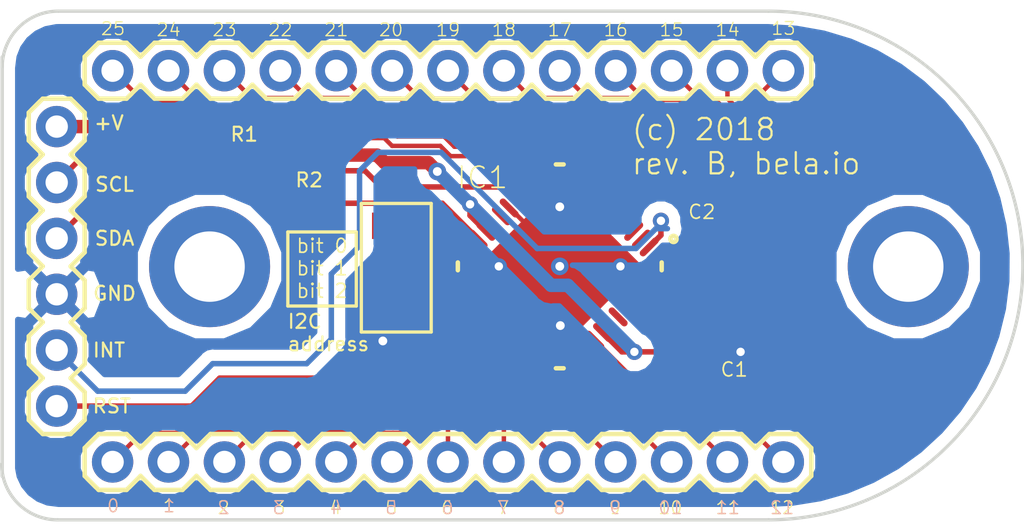
<source format=kicad_pcb>
(kicad_pcb (version 20171130) (host pcbnew "(5.0.0-3-g0214c9d)")

  (general
    (thickness 1.6)
    (drawings 63)
    (tracks 350)
    (zones 0)
    (modules 13)
    (nets 39)
  )

  (page A4)
  (layers
    (0 Top signal)
    (31 Bottom signal)
    (32 B.Adhes user hide)
    (33 F.Adhes user hide)
    (34 B.Paste user hide)
    (35 F.Paste user hide)
    (36 B.SilkS user)
    (37 F.SilkS user)
    (38 B.Mask user hide)
    (39 F.Mask user hide)
    (40 Dwgs.User user hide)
    (41 Cmts.User user hide)
    (42 Eco1.User user hide)
    (43 Eco2.User user hide)
    (44 Edge.Cuts user)
    (45 Margin user hide)
    (46 B.CrtYd user hide)
    (47 F.CrtYd user hide)
    (48 B.Fab user hide)
    (49 F.Fab user hide)
  )

  (setup
    (last_trace_width 0.25)
    (user_trace_width 0.2032)
    (user_trace_width 0.6096)
    (trace_clearance 0.1778)
    (zone_clearance 0.508)
    (zone_45_only no)
    (trace_min 0.2)
    (segment_width 0.2)
    (edge_width 0.2)
    (via_size 0.8)
    (via_drill 0.4)
    (via_min_size 0.4)
    (via_min_drill 0.3)
    (uvia_size 0.3)
    (uvia_drill 0.1)
    (uvias_allowed no)
    (uvia_min_size 0.2)
    (uvia_min_drill 0.1)
    (pcb_text_width 0.3)
    (pcb_text_size 1.5 1.5)
    (mod_edge_width 0.15)
    (mod_text_size 1 1)
    (mod_text_width 0.15)
    (pad_size 5.5 5.5)
    (pad_drill 3.2)
    (pad_to_mask_clearance 0.2)
    (aux_axis_origin 0 0)
    (visible_elements FFFFFF7F)
    (pcbplotparams
      (layerselection 0x010fc_ffffffff)
      (usegerberextensions false)
      (usegerberattributes false)
      (usegerberadvancedattributes false)
      (creategerberjobfile false)
      (excludeedgelayer true)
      (linewidth 0.100000)
      (plotframeref false)
      (viasonmask false)
      (mode 1)
      (useauxorigin false)
      (hpglpennumber 1)
      (hpglpenspeed 20)
      (hpglpendiameter 15.000000)
      (psnegative false)
      (psa4output false)
      (plotreference true)
      (plotvalue true)
      (plotinvisibletext false)
      (padsonsilk false)
      (subtractmaskfromsilk false)
      (outputformat 1)
      (mirror false)
      (drillshape 1)
      (scaleselection 1)
      (outputdirectory ""))
  )

  (net 0 "")
  (net 1 GND)
  (net 2 VCC)
  (net 3 /I2C_SCL)
  (net 4 "Net-(IC1-Pad17)")
  (net 5 /I2C_SDA)
  (net 6 "Net-(IC1-Pad22)")
  (net 7 "Net-(IC1-Pad40)")
  (net 8 "Net-(IC1-Pad39)")
  (net 9 "Net-(IC1-Pad38)")
  (net 10 "Net-(IC1-Pad37)")
  (net 11 "Net-(IC1-Pad28)")
  (net 12 "Net-(IC1-Pad27)")
  (net 13 /XRES)
  (net 14 "Net-(IC1-Pad25)")
  (net 15 "Net-(IC1-Pad24)")
  (net 16 "Net-(IC1-Pad23)")
  (net 17 "Net-(IC1-Pad12)")
  (net 18 "Net-(IC1-Pad11)")
  (net 19 "Net-(IC1-Pad10)")
  (net 20 "Net-(IC1-Pad9)")
  (net 21 "Net-(C2-Pad1)")
  (net 22 "Net-(IC1-Pad46)")
  (net 23 "Net-(IC1-Pad45)")
  (net 24 "Net-(IC1-Pad44)")
  (net 25 "Net-(IC1-Pad36)")
  (net 26 "Net-(IC1-Pad35)")
  (net 27 "Net-(IC1-Pad34)")
  (net 28 "Net-(IC1-Pad33)")
  (net 29 "Net-(IC1-Pad32)")
  (net 30 "Net-(IC1-Pad31)")
  (net 31 "Net-(IC1-Pad30)")
  (net 32 "Net-(IC1-Pad29)")
  (net 33 "Net-(IC1-Pad16)")
  (net 34 "Net-(IC1-Pad13)")
  (net 35 "Net-(IC1-Pad8)")
  (net 36 "Net-(IC1-Pad7)")
  (net 37 "Net-(IC1-Pad6)")
  (net 38 /EVENT)

  (net_class Default "This is the default net class."
    (clearance 0.1778)
    (trace_width 0.25)
    (via_dia 0.8)
    (via_drill 0.4)
    (uvia_dia 0.3)
    (uvia_drill 0.1)
    (add_net /EVENT)
    (add_net /I2C_SCL)
    (add_net /I2C_SDA)
    (add_net /XRES)
    (add_net GND)
    (add_net "Net-(C2-Pad1)")
    (add_net "Net-(IC1-Pad10)")
    (add_net "Net-(IC1-Pad11)")
    (add_net "Net-(IC1-Pad12)")
    (add_net "Net-(IC1-Pad13)")
    (add_net "Net-(IC1-Pad16)")
    (add_net "Net-(IC1-Pad17)")
    (add_net "Net-(IC1-Pad22)")
    (add_net "Net-(IC1-Pad23)")
    (add_net "Net-(IC1-Pad24)")
    (add_net "Net-(IC1-Pad25)")
    (add_net "Net-(IC1-Pad27)")
    (add_net "Net-(IC1-Pad28)")
    (add_net "Net-(IC1-Pad29)")
    (add_net "Net-(IC1-Pad30)")
    (add_net "Net-(IC1-Pad31)")
    (add_net "Net-(IC1-Pad32)")
    (add_net "Net-(IC1-Pad33)")
    (add_net "Net-(IC1-Pad34)")
    (add_net "Net-(IC1-Pad35)")
    (add_net "Net-(IC1-Pad36)")
    (add_net "Net-(IC1-Pad37)")
    (add_net "Net-(IC1-Pad38)")
    (add_net "Net-(IC1-Pad39)")
    (add_net "Net-(IC1-Pad40)")
    (add_net "Net-(IC1-Pad44)")
    (add_net "Net-(IC1-Pad45)")
    (add_net "Net-(IC1-Pad46)")
    (add_net "Net-(IC1-Pad6)")
    (add_net "Net-(IC1-Pad7)")
    (add_net "Net-(IC1-Pad8)")
    (add_net "Net-(IC1-Pad9)")
    (add_net VCC)
  )

  (module Mounting_Holes:MountingHole_3.2mm_M3_ISO14580_Pad (layer Top) (tedit 5C0AA32E) (tstamp 5C094936)
    (at 169.418 105.156)
    (descr "Mounting Hole 3.2mm, M3, ISO14580")
    (tags "mounting hole 3.2mm m3 iso14580")
    (attr virtual)
    (fp_text reference "" (at 0 -3.75) (layer F.SilkS)
      (effects (font (size 1 1) (thickness 0.15)))
    )
    (fp_text value MountingHole_3.2mm_M3_ISO14580_Pad (at 0 3.75) (layer F.Fab)
      (effects (font (size 1 1) (thickness 0.15)))
    )
    (fp_circle (center 0 0) (end 3 0) (layer F.CrtYd) (width 0.05))
    (fp_circle (center 0 0) (end 2.75 0) (layer Cmts.User) (width 0.15))
    (fp_text user %R (at 0.3 0) (layer F.Fab)
      (effects (font (size 1 1) (thickness 0.15)))
    )
    (pad 1 thru_hole circle (at 0 -0.0762) (size 5.5 5.5) (drill 3.2) (layers *.Cu *.Mask))
  )

  (module Mounting_Holes:MountingHole_3.2mm_M3_ISO14580_Pad (layer Top) (tedit 5C0AA31D) (tstamp 5C0AA482)
    (at 137.668 105.029)
    (descr "Mounting Hole 3.2mm, M3, ISO14580")
    (tags "mounting hole 3.2mm m3 iso14580")
    (attr virtual)
    (fp_text reference "" (at 0 -3.75) (layer F.SilkS)
      (effects (font (size 1 1) (thickness 0.15)))
    )
    (fp_text value MountingHole_3.2mm_M3_ISO14580_Pad (at 0 3.75) (layer F.Fab)
      (effects (font (size 1 1) (thickness 0.15)))
    )
    (fp_text user %R (at 0.3 0) (layer F.Fab)
      (effects (font (size 1 1) (thickness 0.15)))
    )
    (fp_circle (center 0 0) (end 2.75 0) (layer Cmts.User) (width 0.15))
    (fp_circle (center 0 0) (end 3 0) (layer F.CrtYd) (width 0.05))
    (pad 2 thru_hole circle (at 0 0.0508) (size 5.5 5.5) (drill 3.2) (layers *.Cu *.Mask))
  )

  (module cap-touch-breakout:C0603 (layer Top) (tedit 5C092A54) (tstamp 5C0A7C57)
    (at 159.346 109.0803 180)
    (descr <b>CAPACITOR</b>)
    (path /31C5C65F3A37D600)
    (fp_text reference C1 (at -2.833 -0.3048) (layer F.SilkS)
      (effects (font (size 0.635 0.635) (thickness 0.077216)) (justify right top))
    )
    (fp_text value C-USC0603 (at -0.635 1.905) (layer F.Fab)
      (effects (font (size 1.2065 1.2065) (thickness 0.09652)) (justify right top))
    )
    (fp_line (start -1.473 -0.983) (end 1.473 -0.983) (layer Dwgs.User) (width 0.0508))
    (fp_line (start 1.473 -0.983) (end 1.473 0.983) (layer Dwgs.User) (width 0.0508))
    (fp_line (start 1.473 0.983) (end -1.473 0.983) (layer Dwgs.User) (width 0.0508))
    (fp_line (start -1.473 0.983) (end -1.473 -0.983) (layer Dwgs.User) (width 0.0508))
    (fp_line (start -0.356 -0.432) (end 0.356 -0.432) (layer F.Fab) (width 0.1016))
    (fp_line (start -0.356 0.419) (end 0.356 0.419) (layer F.Fab) (width 0.1016))
    (fp_poly (pts (xy -0.8382 0.4699) (xy -0.3381 0.4699) (xy -0.3381 -0.4801) (xy -0.8382 -0.4801)) (layer F.Fab) (width 0))
    (fp_poly (pts (xy 0.3302 0.4699) (xy 0.8303 0.4699) (xy 0.8303 -0.4801) (xy 0.3302 -0.4801)) (layer F.Fab) (width 0))
    (fp_poly (pts (xy -0.1999 0.3) (xy 0.1999 0.3) (xy 0.1999 -0.3) (xy -0.1999 -0.3)) (layer F.Adhes) (width 0))
    (pad 1 smd rect (at -0.85 0 180) (size 1.1 1) (layers Top F.Paste F.Mask)
      (net 1 GND) (solder_mask_margin 0.1016))
    (pad 2 smd rect (at 0.85 0 180) (size 1.1 1) (layers Top F.Paste F.Mask)
      (net 2 VCC) (solder_mask_margin 0.1016))
  )

  (module cap-touch-breakout:1X13 (layer Top) (tedit 0) (tstamp 5C07E45F)
    (at 163.7411 96.1771 180)
    (path /9E0F7BB248CD7B62)
    (fp_text reference JP3 (at -1.3462 -1.8288 180) (layer F.SilkS) hide
      (effects (font (size 1.2065 1.2065) (thickness 0.127)) (justify right top))
    )
    (fp_text value M13 (at -1.27 3.175) (layer F.Fab)
      (effects (font (size 1.2065 1.2065) (thickness 0.09652)) (justify right top))
    )
    (fp_line (start 14.605 -1.27) (end 15.875 -1.27) (layer F.SilkS) (width 0.2032))
    (fp_line (start 15.875 -1.27) (end 16.51 -0.635) (layer F.SilkS) (width 0.2032))
    (fp_line (start 16.51 0.635) (end 15.875 1.27) (layer F.SilkS) (width 0.2032))
    (fp_line (start 11.43 -0.635) (end 12.065 -1.27) (layer F.SilkS) (width 0.2032))
    (fp_line (start 12.065 -1.27) (end 13.335 -1.27) (layer F.SilkS) (width 0.2032))
    (fp_line (start 13.335 -1.27) (end 13.97 -0.635) (layer F.SilkS) (width 0.2032))
    (fp_line (start 13.97 0.635) (end 13.335 1.27) (layer F.SilkS) (width 0.2032))
    (fp_line (start 13.335 1.27) (end 12.065 1.27) (layer F.SilkS) (width 0.2032))
    (fp_line (start 12.065 1.27) (end 11.43 0.635) (layer F.SilkS) (width 0.2032))
    (fp_line (start 14.605 -1.27) (end 13.97 -0.635) (layer F.SilkS) (width 0.2032))
    (fp_line (start 13.97 0.635) (end 14.605 1.27) (layer F.SilkS) (width 0.2032))
    (fp_line (start 15.875 1.27) (end 14.605 1.27) (layer F.SilkS) (width 0.2032))
    (fp_line (start 6.985 -1.27) (end 8.255 -1.27) (layer F.SilkS) (width 0.2032))
    (fp_line (start 8.255 -1.27) (end 8.89 -0.635) (layer F.SilkS) (width 0.2032))
    (fp_line (start 8.89 0.635) (end 8.255 1.27) (layer F.SilkS) (width 0.2032))
    (fp_line (start 8.89 -0.635) (end 9.525 -1.27) (layer F.SilkS) (width 0.2032))
    (fp_line (start 9.525 -1.27) (end 10.795 -1.27) (layer F.SilkS) (width 0.2032))
    (fp_line (start 10.795 -1.27) (end 11.43 -0.635) (layer F.SilkS) (width 0.2032))
    (fp_line (start 11.43 0.635) (end 10.795 1.27) (layer F.SilkS) (width 0.2032))
    (fp_line (start 10.795 1.27) (end 9.525 1.27) (layer F.SilkS) (width 0.2032))
    (fp_line (start 9.525 1.27) (end 8.89 0.635) (layer F.SilkS) (width 0.2032))
    (fp_line (start 3.81 -0.635) (end 4.445 -1.27) (layer F.SilkS) (width 0.2032))
    (fp_line (start 4.445 -1.27) (end 5.715 -1.27) (layer F.SilkS) (width 0.2032))
    (fp_line (start 5.715 -1.27) (end 6.35 -0.635) (layer F.SilkS) (width 0.2032))
    (fp_line (start 6.35 0.635) (end 5.715 1.27) (layer F.SilkS) (width 0.2032))
    (fp_line (start 5.715 1.27) (end 4.445 1.27) (layer F.SilkS) (width 0.2032))
    (fp_line (start 4.445 1.27) (end 3.81 0.635) (layer F.SilkS) (width 0.2032))
    (fp_line (start 6.985 -1.27) (end 6.35 -0.635) (layer F.SilkS) (width 0.2032))
    (fp_line (start 6.35 0.635) (end 6.985 1.27) (layer F.SilkS) (width 0.2032))
    (fp_line (start 8.255 1.27) (end 6.985 1.27) (layer F.SilkS) (width 0.2032))
    (fp_line (start -0.635 -1.27) (end 0.635 -1.27) (layer F.SilkS) (width 0.2032))
    (fp_line (start 0.635 -1.27) (end 1.27 -0.635) (layer F.SilkS) (width 0.2032))
    (fp_line (start 1.27 0.635) (end 0.635 1.27) (layer F.SilkS) (width 0.2032))
    (fp_line (start 1.27 -0.635) (end 1.905 -1.27) (layer F.SilkS) (width 0.2032))
    (fp_line (start 1.905 -1.27) (end 3.175 -1.27) (layer F.SilkS) (width 0.2032))
    (fp_line (start 3.175 -1.27) (end 3.81 -0.635) (layer F.SilkS) (width 0.2032))
    (fp_line (start 3.81 0.635) (end 3.175 1.27) (layer F.SilkS) (width 0.2032))
    (fp_line (start 3.175 1.27) (end 1.905 1.27) (layer F.SilkS) (width 0.2032))
    (fp_line (start 1.905 1.27) (end 1.27 0.635) (layer F.SilkS) (width 0.2032))
    (fp_line (start -1.27 -0.635) (end -1.27 0.635) (layer F.SilkS) (width 0.2032))
    (fp_line (start -0.635 -1.27) (end -1.27 -0.635) (layer F.SilkS) (width 0.2032))
    (fp_line (start -1.27 0.635) (end -0.635 1.27) (layer F.SilkS) (width 0.2032))
    (fp_line (start 0.635 1.27) (end -0.635 1.27) (layer F.SilkS) (width 0.2032))
    (fp_line (start 29.21 -0.635) (end 29.845 -1.27) (layer F.SilkS) (width 0.2032))
    (fp_line (start 29.845 -1.27) (end 31.115 -1.27) (layer F.SilkS) (width 0.2032))
    (fp_line (start 31.115 -1.27) (end 31.75 -0.635) (layer F.SilkS) (width 0.2032))
    (fp_line (start 31.75 0.635) (end 31.115 1.27) (layer F.SilkS) (width 0.2032))
    (fp_line (start 31.115 1.27) (end 29.845 1.27) (layer F.SilkS) (width 0.2032))
    (fp_line (start 29.845 1.27) (end 29.21 0.635) (layer F.SilkS) (width 0.2032))
    (fp_line (start 31.75 0.635) (end 31.75 -0.635) (layer F.SilkS) (width 0.2032))
    (fp_line (start 24.765 -1.27) (end 26.035 -1.27) (layer F.SilkS) (width 0.2032))
    (fp_line (start 26.035 -1.27) (end 26.67 -0.635) (layer F.SilkS) (width 0.2032))
    (fp_line (start 26.67 0.635) (end 26.035 1.27) (layer F.SilkS) (width 0.2032))
    (fp_line (start 26.67 -0.635) (end 27.305 -1.27) (layer F.SilkS) (width 0.2032))
    (fp_line (start 27.305 -1.27) (end 28.575 -1.27) (layer F.SilkS) (width 0.2032))
    (fp_line (start 28.575 -1.27) (end 29.21 -0.635) (layer F.SilkS) (width 0.2032))
    (fp_line (start 29.21 0.635) (end 28.575 1.27) (layer F.SilkS) (width 0.2032))
    (fp_line (start 28.575 1.27) (end 27.305 1.27) (layer F.SilkS) (width 0.2032))
    (fp_line (start 27.305 1.27) (end 26.67 0.635) (layer F.SilkS) (width 0.2032))
    (fp_line (start 21.59 -0.635) (end 22.225 -1.27) (layer F.SilkS) (width 0.2032))
    (fp_line (start 22.225 -1.27) (end 23.495 -1.27) (layer F.SilkS) (width 0.2032))
    (fp_line (start 23.495 -1.27) (end 24.13 -0.635) (layer F.SilkS) (width 0.2032))
    (fp_line (start 24.13 0.635) (end 23.495 1.27) (layer F.SilkS) (width 0.2032))
    (fp_line (start 23.495 1.27) (end 22.225 1.27) (layer F.SilkS) (width 0.2032))
    (fp_line (start 22.225 1.27) (end 21.59 0.635) (layer F.SilkS) (width 0.2032))
    (fp_line (start 24.765 -1.27) (end 24.13 -0.635) (layer F.SilkS) (width 0.2032))
    (fp_line (start 24.13 0.635) (end 24.765 1.27) (layer F.SilkS) (width 0.2032))
    (fp_line (start 26.035 1.27) (end 24.765 1.27) (layer F.SilkS) (width 0.2032))
    (fp_line (start 17.145 -1.27) (end 18.415 -1.27) (layer F.SilkS) (width 0.2032))
    (fp_line (start 18.415 -1.27) (end 19.05 -0.635) (layer F.SilkS) (width 0.2032))
    (fp_line (start 19.05 0.635) (end 18.415 1.27) (layer F.SilkS) (width 0.2032))
    (fp_line (start 19.05 -0.635) (end 19.685 -1.27) (layer F.SilkS) (width 0.2032))
    (fp_line (start 19.685 -1.27) (end 20.955 -1.27) (layer F.SilkS) (width 0.2032))
    (fp_line (start 20.955 -1.27) (end 21.59 -0.635) (layer F.SilkS) (width 0.2032))
    (fp_line (start 21.59 0.635) (end 20.955 1.27) (layer F.SilkS) (width 0.2032))
    (fp_line (start 20.955 1.27) (end 19.685 1.27) (layer F.SilkS) (width 0.2032))
    (fp_line (start 19.685 1.27) (end 19.05 0.635) (layer F.SilkS) (width 0.2032))
    (fp_line (start 17.145 -1.27) (end 16.51 -0.635) (layer F.SilkS) (width 0.2032))
    (fp_line (start 16.51 0.635) (end 17.145 1.27) (layer F.SilkS) (width 0.2032))
    (fp_line (start 18.415 1.27) (end 17.145 1.27) (layer F.SilkS) (width 0.2032))
    (fp_poly (pts (xy 14.986 0.254) (xy 15.494 0.254) (xy 15.494 -0.254) (xy 14.986 -0.254)) (layer F.Fab) (width 0))
    (fp_poly (pts (xy 12.446 0.254) (xy 12.954 0.254) (xy 12.954 -0.254) (xy 12.446 -0.254)) (layer F.Fab) (width 0))
    (fp_poly (pts (xy 9.906 0.254) (xy 10.414 0.254) (xy 10.414 -0.254) (xy 9.906 -0.254)) (layer F.Fab) (width 0))
    (fp_poly (pts (xy 7.366 0.254) (xy 7.874 0.254) (xy 7.874 -0.254) (xy 7.366 -0.254)) (layer F.Fab) (width 0))
    (fp_poly (pts (xy 4.826 0.254) (xy 5.334 0.254) (xy 5.334 -0.254) (xy 4.826 -0.254)) (layer F.Fab) (width 0))
    (fp_poly (pts (xy 2.286 0.254) (xy 2.794 0.254) (xy 2.794 -0.254) (xy 2.286 -0.254)) (layer F.Fab) (width 0))
    (fp_poly (pts (xy -0.254 0.254) (xy 0.254 0.254) (xy 0.254 -0.254) (xy -0.254 -0.254)) (layer F.Fab) (width 0))
    (fp_poly (pts (xy 30.226 0.254) (xy 30.734 0.254) (xy 30.734 -0.254) (xy 30.226 -0.254)) (layer F.Fab) (width 0))
    (fp_poly (pts (xy 27.686 0.254) (xy 28.194 0.254) (xy 28.194 -0.254) (xy 27.686 -0.254)) (layer F.Fab) (width 0))
    (fp_poly (pts (xy 25.146 0.254) (xy 25.654 0.254) (xy 25.654 -0.254) (xy 25.146 -0.254)) (layer F.Fab) (width 0))
    (fp_poly (pts (xy 22.606 0.254) (xy 23.114 0.254) (xy 23.114 -0.254) (xy 22.606 -0.254)) (layer F.Fab) (width 0))
    (fp_poly (pts (xy 20.066 0.254) (xy 20.574 0.254) (xy 20.574 -0.254) (xy 20.066 -0.254)) (layer F.Fab) (width 0))
    (fp_poly (pts (xy 17.526 0.254) (xy 18.034 0.254) (xy 18.034 -0.254) (xy 17.526 -0.254)) (layer F.Fab) (width 0))
    (pad 1 thru_hole circle (at 0 0 270) (size 1.8796 1.8796) (drill 1.016) (layers *.Cu *.Mask)
      (net 7 "Net-(IC1-Pad40)") (solder_mask_margin 0.1016))
    (pad 2 thru_hole circle (at 2.54 0 270) (size 1.8796 1.8796) (drill 1.016) (layers *.Cu *.Mask)
      (net 24 "Net-(IC1-Pad44)") (solder_mask_margin 0.1016))
    (pad 3 thru_hole circle (at 5.08 0 270) (size 1.8796 1.8796) (drill 1.016) (layers *.Cu *.Mask)
      (net 23 "Net-(IC1-Pad45)") (solder_mask_margin 0.1016))
    (pad 4 thru_hole circle (at 7.62 0 270) (size 1.8796 1.8796) (drill 1.016) (layers *.Cu *.Mask)
      (net 22 "Net-(IC1-Pad46)") (solder_mask_margin 0.1016))
    (pad 5 thru_hole circle (at 10.16 0 270) (size 1.8796 1.8796) (drill 1.016) (layers *.Cu *.Mask)
      (net 37 "Net-(IC1-Pad6)") (solder_mask_margin 0.1016))
    (pad 6 thru_hole circle (at 12.7 0 270) (size 1.8796 1.8796) (drill 1.016) (layers *.Cu *.Mask)
      (net 36 "Net-(IC1-Pad7)") (solder_mask_margin 0.1016))
    (pad 7 thru_hole circle (at 15.24 0 270) (size 1.8796 1.8796) (drill 1.016) (layers *.Cu *.Mask)
      (net 35 "Net-(IC1-Pad8)") (solder_mask_margin 0.1016))
    (pad 8 thru_hole circle (at 17.78 0 270) (size 1.8796 1.8796) (drill 1.016) (layers *.Cu *.Mask)
      (net 20 "Net-(IC1-Pad9)") (solder_mask_margin 0.1016))
    (pad 9 thru_hole circle (at 20.32 0 270) (size 1.8796 1.8796) (drill 1.016) (layers *.Cu *.Mask)
      (net 19 "Net-(IC1-Pad10)") (solder_mask_margin 0.1016))
    (pad 10 thru_hole circle (at 22.86 0 270) (size 1.8796 1.8796) (drill 1.016) (layers *.Cu *.Mask)
      (net 18 "Net-(IC1-Pad11)") (solder_mask_margin 0.1016))
    (pad 11 thru_hole circle (at 25.4 0 270) (size 1.8796 1.8796) (drill 1.016) (layers *.Cu *.Mask)
      (net 17 "Net-(IC1-Pad12)") (solder_mask_margin 0.1016))
    (pad 12 thru_hole circle (at 27.94 0 270) (size 1.8796 1.8796) (drill 1.016) (layers *.Cu *.Mask)
      (net 34 "Net-(IC1-Pad13)") (solder_mask_margin 0.1016))
    (pad 13 thru_hole circle (at 30.48 0 270) (size 1.8796 1.8796) (drill 1.016) (layers *.Cu *.Mask)
      (net 33 "Net-(IC1-Pad16)") (solder_mask_margin 0.1016))
  )

  (module cap-touch-breakout:C0603 (layer Top) (tedit 5C0929E6) (tstamp 5C0909B5)
    (at 160.0708 104.6099 270)
    (descr <b>CAPACITOR</b>)
    (path /8BD603187B1234C5)
    (fp_text reference C2 (at -2.3876 -0.635) (layer F.SilkS)
      (effects (font (size 0.635 0.635) (thickness 0.077216)) (justify right top))
    )
    (fp_text value C-USC0603 (at -0.635 1.905 90) (layer F.Fab)
      (effects (font (size 1.2065 1.2065) (thickness 0.09652)) (justify right top))
    )
    (fp_line (start -1.473 -0.983) (end 1.473 -0.983) (layer Dwgs.User) (width 0.0508))
    (fp_line (start 1.473 -0.983) (end 1.473 0.983) (layer Dwgs.User) (width 0.0508))
    (fp_line (start 1.473 0.983) (end -1.473 0.983) (layer Dwgs.User) (width 0.0508))
    (fp_line (start -1.473 0.983) (end -1.473 -0.983) (layer Dwgs.User) (width 0.0508))
    (fp_line (start -0.356 -0.432) (end 0.356 -0.432) (layer F.Fab) (width 0.1016))
    (fp_line (start -0.356 0.419) (end 0.356 0.419) (layer F.Fab) (width 0.1016))
    (fp_poly (pts (xy -0.8382 0.4699) (xy -0.3381 0.4699) (xy -0.3381 -0.4801) (xy -0.8382 -0.4801)) (layer F.Fab) (width 0))
    (fp_poly (pts (xy 0.3302 0.4699) (xy 0.8303 0.4699) (xy 0.8303 -0.4801) (xy 0.3302 -0.4801)) (layer F.Fab) (width 0))
    (fp_poly (pts (xy -0.1999 0.3) (xy 0.1999 0.3) (xy 0.1999 -0.3) (xy -0.1999 -0.3)) (layer F.Adhes) (width 0))
    (pad 1 smd rect (at -0.85 0 270) (size 1.1 1) (layers Top F.Paste F.Mask)
      (net 21 "Net-(C2-Pad1)") (solder_mask_margin 0.1016))
    (pad 2 smd rect (at 0.85 0 270) (size 1.1 1) (layers Top F.Paste F.Mask)
      (net 1 GND) (solder_mask_margin 0.1016))
  )

  (module cap-touch-breakout:1X13 (layer Top) (tedit 0) (tstamp 5C07E4CC)
    (at 133.2611 113.9571)
    (path /E4B5C9E224D01FBA)
    (fp_text reference JP4 (at -1.3462 -1.8288) (layer F.SilkS) hide
      (effects (font (size 1.2065 1.2065) (thickness 0.127)) (justify left bottom))
    )
    (fp_text value M13 (at -1.27 3.175) (layer F.Fab)
      (effects (font (size 1.2065 1.2065) (thickness 0.09652)) (justify left bottom))
    )
    (fp_line (start 14.605 -1.27) (end 15.875 -1.27) (layer F.SilkS) (width 0.2032))
    (fp_line (start 15.875 -1.27) (end 16.51 -0.635) (layer F.SilkS) (width 0.2032))
    (fp_line (start 16.51 0.635) (end 15.875 1.27) (layer F.SilkS) (width 0.2032))
    (fp_line (start 11.43 -0.635) (end 12.065 -1.27) (layer F.SilkS) (width 0.2032))
    (fp_line (start 12.065 -1.27) (end 13.335 -1.27) (layer F.SilkS) (width 0.2032))
    (fp_line (start 13.335 -1.27) (end 13.97 -0.635) (layer F.SilkS) (width 0.2032))
    (fp_line (start 13.97 0.635) (end 13.335 1.27) (layer F.SilkS) (width 0.2032))
    (fp_line (start 13.335 1.27) (end 12.065 1.27) (layer F.SilkS) (width 0.2032))
    (fp_line (start 12.065 1.27) (end 11.43 0.635) (layer F.SilkS) (width 0.2032))
    (fp_line (start 14.605 -1.27) (end 13.97 -0.635) (layer F.SilkS) (width 0.2032))
    (fp_line (start 13.97 0.635) (end 14.605 1.27) (layer F.SilkS) (width 0.2032))
    (fp_line (start 15.875 1.27) (end 14.605 1.27) (layer F.SilkS) (width 0.2032))
    (fp_line (start 6.985 -1.27) (end 8.255 -1.27) (layer F.SilkS) (width 0.2032))
    (fp_line (start 8.255 -1.27) (end 8.89 -0.635) (layer F.SilkS) (width 0.2032))
    (fp_line (start 8.89 0.635) (end 8.255 1.27) (layer F.SilkS) (width 0.2032))
    (fp_line (start 8.89 -0.635) (end 9.525 -1.27) (layer F.SilkS) (width 0.2032))
    (fp_line (start 9.525 -1.27) (end 10.795 -1.27) (layer F.SilkS) (width 0.2032))
    (fp_line (start 10.795 -1.27) (end 11.43 -0.635) (layer F.SilkS) (width 0.2032))
    (fp_line (start 11.43 0.635) (end 10.795 1.27) (layer F.SilkS) (width 0.2032))
    (fp_line (start 10.795 1.27) (end 9.525 1.27) (layer F.SilkS) (width 0.2032))
    (fp_line (start 9.525 1.27) (end 8.89 0.635) (layer F.SilkS) (width 0.2032))
    (fp_line (start 3.81 -0.635) (end 4.445 -1.27) (layer F.SilkS) (width 0.2032))
    (fp_line (start 4.445 -1.27) (end 5.715 -1.27) (layer F.SilkS) (width 0.2032))
    (fp_line (start 5.715 -1.27) (end 6.35 -0.635) (layer F.SilkS) (width 0.2032))
    (fp_line (start 6.35 0.635) (end 5.715 1.27) (layer F.SilkS) (width 0.2032))
    (fp_line (start 5.715 1.27) (end 4.445 1.27) (layer F.SilkS) (width 0.2032))
    (fp_line (start 4.445 1.27) (end 3.81 0.635) (layer F.SilkS) (width 0.2032))
    (fp_line (start 6.985 -1.27) (end 6.35 -0.635) (layer F.SilkS) (width 0.2032))
    (fp_line (start 6.35 0.635) (end 6.985 1.27) (layer F.SilkS) (width 0.2032))
    (fp_line (start 8.255 1.27) (end 6.985 1.27) (layer F.SilkS) (width 0.2032))
    (fp_line (start -0.635 -1.27) (end 0.635 -1.27) (layer F.SilkS) (width 0.2032))
    (fp_line (start 0.635 -1.27) (end 1.27 -0.635) (layer F.SilkS) (width 0.2032))
    (fp_line (start 1.27 0.635) (end 0.635 1.27) (layer F.SilkS) (width 0.2032))
    (fp_line (start 1.27 -0.635) (end 1.905 -1.27) (layer F.SilkS) (width 0.2032))
    (fp_line (start 1.905 -1.27) (end 3.175 -1.27) (layer F.SilkS) (width 0.2032))
    (fp_line (start 3.175 -1.27) (end 3.81 -0.635) (layer F.SilkS) (width 0.2032))
    (fp_line (start 3.81 0.635) (end 3.175 1.27) (layer F.SilkS) (width 0.2032))
    (fp_line (start 3.175 1.27) (end 1.905 1.27) (layer F.SilkS) (width 0.2032))
    (fp_line (start 1.905 1.27) (end 1.27 0.635) (layer F.SilkS) (width 0.2032))
    (fp_line (start -1.27 -0.635) (end -1.27 0.635) (layer F.SilkS) (width 0.2032))
    (fp_line (start -0.635 -1.27) (end -1.27 -0.635) (layer F.SilkS) (width 0.2032))
    (fp_line (start -1.27 0.635) (end -0.635 1.27) (layer F.SilkS) (width 0.2032))
    (fp_line (start 0.635 1.27) (end -0.635 1.27) (layer F.SilkS) (width 0.2032))
    (fp_line (start 29.21 -0.635) (end 29.845 -1.27) (layer F.SilkS) (width 0.2032))
    (fp_line (start 29.845 -1.27) (end 31.115 -1.27) (layer F.SilkS) (width 0.2032))
    (fp_line (start 31.115 -1.27) (end 31.75 -0.635) (layer F.SilkS) (width 0.2032))
    (fp_line (start 31.75 0.635) (end 31.115 1.27) (layer F.SilkS) (width 0.2032))
    (fp_line (start 31.115 1.27) (end 29.845 1.27) (layer F.SilkS) (width 0.2032))
    (fp_line (start 29.845 1.27) (end 29.21 0.635) (layer F.SilkS) (width 0.2032))
    (fp_line (start 31.75 0.635) (end 31.75 -0.635) (layer F.SilkS) (width 0.2032))
    (fp_line (start 24.765 -1.27) (end 26.035 -1.27) (layer F.SilkS) (width 0.2032))
    (fp_line (start 26.035 -1.27) (end 26.67 -0.635) (layer F.SilkS) (width 0.2032))
    (fp_line (start 26.67 0.635) (end 26.035 1.27) (layer F.SilkS) (width 0.2032))
    (fp_line (start 26.67 -0.635) (end 27.305 -1.27) (layer F.SilkS) (width 0.2032))
    (fp_line (start 27.305 -1.27) (end 28.575 -1.27) (layer F.SilkS) (width 0.2032))
    (fp_line (start 28.575 -1.27) (end 29.21 -0.635) (layer F.SilkS) (width 0.2032))
    (fp_line (start 29.21 0.635) (end 28.575 1.27) (layer F.SilkS) (width 0.2032))
    (fp_line (start 28.575 1.27) (end 27.305 1.27) (layer F.SilkS) (width 0.2032))
    (fp_line (start 27.305 1.27) (end 26.67 0.635) (layer F.SilkS) (width 0.2032))
    (fp_line (start 21.59 -0.635) (end 22.225 -1.27) (layer F.SilkS) (width 0.2032))
    (fp_line (start 22.225 -1.27) (end 23.495 -1.27) (layer F.SilkS) (width 0.2032))
    (fp_line (start 23.495 -1.27) (end 24.13 -0.635) (layer F.SilkS) (width 0.2032))
    (fp_line (start 24.13 0.635) (end 23.495 1.27) (layer F.SilkS) (width 0.2032))
    (fp_line (start 23.495 1.27) (end 22.225 1.27) (layer F.SilkS) (width 0.2032))
    (fp_line (start 22.225 1.27) (end 21.59 0.635) (layer F.SilkS) (width 0.2032))
    (fp_line (start 24.765 -1.27) (end 24.13 -0.635) (layer F.SilkS) (width 0.2032))
    (fp_line (start 24.13 0.635) (end 24.765 1.27) (layer F.SilkS) (width 0.2032))
    (fp_line (start 26.035 1.27) (end 24.765 1.27) (layer F.SilkS) (width 0.2032))
    (fp_line (start 17.145 -1.27) (end 18.415 -1.27) (layer F.SilkS) (width 0.2032))
    (fp_line (start 18.415 -1.27) (end 19.05 -0.635) (layer F.SilkS) (width 0.2032))
    (fp_line (start 19.05 0.635) (end 18.415 1.27) (layer F.SilkS) (width 0.2032))
    (fp_line (start 19.05 -0.635) (end 19.685 -1.27) (layer F.SilkS) (width 0.2032))
    (fp_line (start 19.685 -1.27) (end 20.955 -1.27) (layer F.SilkS) (width 0.2032))
    (fp_line (start 20.955 -1.27) (end 21.59 -0.635) (layer F.SilkS) (width 0.2032))
    (fp_line (start 21.59 0.635) (end 20.955 1.27) (layer F.SilkS) (width 0.2032))
    (fp_line (start 20.955 1.27) (end 19.685 1.27) (layer F.SilkS) (width 0.2032))
    (fp_line (start 19.685 1.27) (end 19.05 0.635) (layer F.SilkS) (width 0.2032))
    (fp_line (start 17.145 -1.27) (end 16.51 -0.635) (layer F.SilkS) (width 0.2032))
    (fp_line (start 16.51 0.635) (end 17.145 1.27) (layer F.SilkS) (width 0.2032))
    (fp_line (start 18.415 1.27) (end 17.145 1.27) (layer F.SilkS) (width 0.2032))
    (fp_poly (pts (xy 14.986 0.254) (xy 15.494 0.254) (xy 15.494 -0.254) (xy 14.986 -0.254)) (layer F.Fab) (width 0))
    (fp_poly (pts (xy 12.446 0.254) (xy 12.954 0.254) (xy 12.954 -0.254) (xy 12.446 -0.254)) (layer F.Fab) (width 0))
    (fp_poly (pts (xy 9.906 0.254) (xy 10.414 0.254) (xy 10.414 -0.254) (xy 9.906 -0.254)) (layer F.Fab) (width 0))
    (fp_poly (pts (xy 7.366 0.254) (xy 7.874 0.254) (xy 7.874 -0.254) (xy 7.366 -0.254)) (layer F.Fab) (width 0))
    (fp_poly (pts (xy 4.826 0.254) (xy 5.334 0.254) (xy 5.334 -0.254) (xy 4.826 -0.254)) (layer F.Fab) (width 0))
    (fp_poly (pts (xy 2.286 0.254) (xy 2.794 0.254) (xy 2.794 -0.254) (xy 2.286 -0.254)) (layer F.Fab) (width 0))
    (fp_poly (pts (xy -0.254 0.254) (xy 0.254 0.254) (xy 0.254 -0.254) (xy -0.254 -0.254)) (layer F.Fab) (width 0))
    (fp_poly (pts (xy 30.226 0.254) (xy 30.734 0.254) (xy 30.734 -0.254) (xy 30.226 -0.254)) (layer F.Fab) (width 0))
    (fp_poly (pts (xy 27.686 0.254) (xy 28.194 0.254) (xy 28.194 -0.254) (xy 27.686 -0.254)) (layer F.Fab) (width 0))
    (fp_poly (pts (xy 25.146 0.254) (xy 25.654 0.254) (xy 25.654 -0.254) (xy 25.146 -0.254)) (layer F.Fab) (width 0))
    (fp_poly (pts (xy 22.606 0.254) (xy 23.114 0.254) (xy 23.114 -0.254) (xy 22.606 -0.254)) (layer F.Fab) (width 0))
    (fp_poly (pts (xy 20.066 0.254) (xy 20.574 0.254) (xy 20.574 -0.254) (xy 20.066 -0.254)) (layer F.Fab) (width 0))
    (fp_poly (pts (xy 17.526 0.254) (xy 18.034 0.254) (xy 18.034 -0.254) (xy 17.526 -0.254)) (layer F.Fab) (width 0))
    (pad 1 thru_hole circle (at 0 0 90) (size 1.8796 1.8796) (drill 1.016) (layers *.Cu *.Mask)
      (net 12 "Net-(IC1-Pad27)") (solder_mask_margin 0.1016))
    (pad 2 thru_hole circle (at 2.54 0 90) (size 1.8796 1.8796) (drill 1.016) (layers *.Cu *.Mask)
      (net 11 "Net-(IC1-Pad28)") (solder_mask_margin 0.1016))
    (pad 3 thru_hole circle (at 5.08 0 90) (size 1.8796 1.8796) (drill 1.016) (layers *.Cu *.Mask)
      (net 32 "Net-(IC1-Pad29)") (solder_mask_margin 0.1016))
    (pad 4 thru_hole circle (at 7.62 0 90) (size 1.8796 1.8796) (drill 1.016) (layers *.Cu *.Mask)
      (net 31 "Net-(IC1-Pad30)") (solder_mask_margin 0.1016))
    (pad 5 thru_hole circle (at 10.16 0 90) (size 1.8796 1.8796) (drill 1.016) (layers *.Cu *.Mask)
      (net 30 "Net-(IC1-Pad31)") (solder_mask_margin 0.1016))
    (pad 6 thru_hole circle (at 12.7 0 90) (size 1.8796 1.8796) (drill 1.016) (layers *.Cu *.Mask)
      (net 29 "Net-(IC1-Pad32)") (solder_mask_margin 0.1016))
    (pad 7 thru_hole circle (at 15.24 0 90) (size 1.8796 1.8796) (drill 1.016) (layers *.Cu *.Mask)
      (net 28 "Net-(IC1-Pad33)") (solder_mask_margin 0.1016))
    (pad 8 thru_hole circle (at 17.78 0 90) (size 1.8796 1.8796) (drill 1.016) (layers *.Cu *.Mask)
      (net 27 "Net-(IC1-Pad34)") (solder_mask_margin 0.1016))
    (pad 9 thru_hole circle (at 20.32 0 90) (size 1.8796 1.8796) (drill 1.016) (layers *.Cu *.Mask)
      (net 26 "Net-(IC1-Pad35)") (solder_mask_margin 0.1016))
    (pad 10 thru_hole circle (at 22.86 0 90) (size 1.8796 1.8796) (drill 1.016) (layers *.Cu *.Mask)
      (net 25 "Net-(IC1-Pad36)") (solder_mask_margin 0.1016))
    (pad 11 thru_hole circle (at 25.4 0 90) (size 1.8796 1.8796) (drill 1.016) (layers *.Cu *.Mask)
      (net 10 "Net-(IC1-Pad37)") (solder_mask_margin 0.1016))
    (pad 12 thru_hole circle (at 27.94 0 90) (size 1.8796 1.8796) (drill 1.016) (layers *.Cu *.Mask)
      (net 9 "Net-(IC1-Pad38)") (solder_mask_margin 0.1016))
    (pad 13 thru_hole circle (at 30.48 0 90) (size 1.8796 1.8796) (drill 1.016) (layers *.Cu *.Mask)
      (net 8 "Net-(IC1-Pad39)") (solder_mask_margin 0.1016))
  )

  (module cap-touch-breakout:R0603 (layer Top) (tedit 5C092982) (tstamp 5C0A7CAC)
    (at 139.192 100.28936 180)
    (descr <b>RESISTOR</b>)
    (path /469CAB24EC893FD4)
    (fp_text reference R1 (at 0.635 0.84836) (layer F.SilkS)
      (effects (font (size 0.635 0.635) (thickness 0.09652)) (justify left bottom))
    )
    (fp_text value R-EU_R0603 (at -0.635 1.905) (layer F.Fab)
      (effects (font (size 1.2065 1.2065) (thickness 0.09652)) (justify right top))
    )
    (fp_poly (pts (xy -0.1999 0.4001) (xy 0.1999 0.4001) (xy 0.1999 -0.4001) (xy -0.1999 -0.4001)) (layer F.Adhes) (width 0))
    (fp_poly (pts (xy -0.8382 0.4318) (xy -0.4318 0.4318) (xy -0.4318 -0.4318) (xy -0.8382 -0.4318)) (layer F.Fab) (width 0))
    (fp_poly (pts (xy 0.4318 0.4318) (xy 0.8382 0.4318) (xy 0.8382 -0.4318) (xy 0.4318 -0.4318)) (layer F.Fab) (width 0))
    (fp_line (start -1.473 0.983) (end -1.473 -0.983) (layer Dwgs.User) (width 0.0508))
    (fp_line (start 1.473 0.983) (end -1.473 0.983) (layer Dwgs.User) (width 0.0508))
    (fp_line (start 1.473 -0.983) (end 1.473 0.983) (layer Dwgs.User) (width 0.0508))
    (fp_line (start -1.473 -0.983) (end 1.473 -0.983) (layer Dwgs.User) (width 0.0508))
    (fp_line (start 0.432 -0.356) (end -0.432 -0.356) (layer F.Fab) (width 0.1524))
    (fp_line (start -0.432 0.356) (end 0.432 0.356) (layer F.Fab) (width 0.1524))
    (pad 2 smd rect (at 0.85 0 180) (size 1 1.1) (layers Top F.Paste F.Mask)
      (net 3 /I2C_SCL) (solder_mask_margin 0.1016))
    (pad 1 smd rect (at -0.85 0 180) (size 1 1.1) (layers Top F.Paste F.Mask)
      (net 4 "Net-(IC1-Pad17)") (solder_mask_margin 0.1016))
  )

  (module cap-touch-breakout:R0603 (layer Top) (tedit 5C092987) (tstamp 5C0906F4)
    (at 142.43812 102.19944 180)
    (descr <b>RESISTOR</b>)
    (path /8943FDCC711A3F32)
    (fp_text reference R2 (at -0.43688 1.42494) (layer F.SilkS)
      (effects (font (size 0.635 0.635) (thickness 0.09652)) (justify right top))
    )
    (fp_text value R-EU_R0603 (at -0.635 1.905) (layer F.Fab)
      (effects (font (size 1.2065 1.2065) (thickness 0.09652)) (justify right top))
    )
    (fp_poly (pts (xy -0.1999 0.4001) (xy 0.1999 0.4001) (xy 0.1999 -0.4001) (xy -0.1999 -0.4001)) (layer F.Adhes) (width 0))
    (fp_poly (pts (xy -0.8382 0.4318) (xy -0.4318 0.4318) (xy -0.4318 -0.4318) (xy -0.8382 -0.4318)) (layer F.Fab) (width 0))
    (fp_poly (pts (xy 0.4318 0.4318) (xy 0.8382 0.4318) (xy 0.8382 -0.4318) (xy 0.4318 -0.4318)) (layer F.Fab) (width 0))
    (fp_line (start -1.473 0.983) (end -1.473 -0.983) (layer Dwgs.User) (width 0.0508))
    (fp_line (start 1.473 0.983) (end -1.473 0.983) (layer Dwgs.User) (width 0.0508))
    (fp_line (start 1.473 -0.983) (end 1.473 0.983) (layer Dwgs.User) (width 0.0508))
    (fp_line (start -1.473 -0.983) (end 1.473 -0.983) (layer Dwgs.User) (width 0.0508))
    (fp_line (start 0.432 -0.356) (end -0.432 -0.356) (layer F.Fab) (width 0.1524))
    (fp_line (start -0.432 0.356) (end 0.432 0.356) (layer F.Fab) (width 0.1524))
    (pad 2 smd rect (at 0.85 0 180) (size 1 1.1) (layers Top F.Paste F.Mask)
      (net 5 /I2C_SDA) (solder_mask_margin 0.1016))
    (pad 1 smd rect (at -0.85 0 180) (size 1 1.1) (layers Top F.Paste F.Mask)
      (net 6 "Net-(IC1-Pad22)") (solder_mask_margin 0.1016))
  )

  (module cap-touch-breakout:QFN48-LEADS (layer Top) (tedit 0) (tstamp 5C0907DF)
    (at 153.5811 105.0671 225)
    (path /40716F7D70C115B1)
    (fp_text reference IC1 (at 0.898026 5.801245) (layer F.SilkS)
      (effects (font (size 0.9652 0.9652) (thickness 0.077216)) (justify left bottom))
    )
    (fp_text value CY8C206X6A (at -3.5 5.75 225) (layer F.Fab)
      (effects (font (size 1.2065 1.2065) (thickness 0.09652)) (justify left bottom))
    )
    (fp_line (start -3.4 -3.149999) (end -3.149999 -3.4) (layer F.SilkS) (width 0.2032))
    (fp_line (start -3.149999 -3.4) (end 3.149999 -3.4) (layer F.Fab) (width 0.2032))
    (fp_line (start 3.149999 -3.4) (end 3.4 -3.149999) (layer F.SilkS) (width 0.2032))
    (fp_line (start 3.4 -3.149999) (end 3.4 3.149999) (layer F.Fab) (width 0.2032))
    (fp_line (start 3.4 3.149999) (end 3.149999 3.4) (layer F.SilkS) (width 0.2032))
    (fp_line (start 3.149999 3.4) (end -3.149999 3.4) (layer F.Fab) (width 0.2032))
    (fp_line (start -3.149999 3.4) (end -3.4 3.149999) (layer F.SilkS) (width 0.2032))
    (fp_line (start -3.4 3.149999) (end -3.4 -3.149999) (layer F.Fab) (width 0.2032))
    (fp_line (start -3.1 -2.75) (end -3.9 -2.75) (layer F.Mask) (width 0.4))
    (fp_line (start -3.1 -2.75) (end -3.325 -2.75) (layer F.Fab) (width 0.23))
    (fp_line (start -3.1 -2.75) (end -3.9 -2.75) (layer F.Paste) (width 0.25))
    (fp_line (start -3.1 -2.25) (end -3.9 -2.25) (layer F.Mask) (width 0.4))
    (fp_line (start -3.1 -2.25) (end -3.325 -2.25) (layer F.Fab) (width 0.23))
    (fp_line (start -3.1 -2.25) (end -3.9 -2.25) (layer F.Paste) (width 0.25))
    (fp_line (start -3.1 -1.75) (end -3.9 -1.749999) (layer F.Mask) (width 0.4))
    (fp_line (start -3.1 -1.75) (end -3.325 -1.75) (layer F.Fab) (width 0.23))
    (fp_line (start -3.1 -1.75) (end -3.9 -1.749999) (layer F.Paste) (width 0.25))
    (fp_line (start -3.1 -1.249999) (end -3.9 -1.25) (layer F.Mask) (width 0.4))
    (fp_line (start -3.1 -1.249999) (end -3.325001 -1.25) (layer F.Fab) (width 0.23))
    (fp_line (start -3.1 -1.249999) (end -3.9 -1.25) (layer F.Paste) (width 0.25))
    (fp_line (start -3.1 -0.75) (end -3.9 -0.750001) (layer F.Mask) (width 0.4))
    (fp_line (start -3.1 -0.75) (end -3.325 -0.75) (layer F.Fab) (width 0.23))
    (fp_line (start -3.1 -0.75) (end -3.9 -0.750001) (layer F.Paste) (width 0.25))
    (fp_line (start -3.1 -0.25) (end -3.9 -0.25) (layer F.Mask) (width 0.4))
    (fp_line (start -3.1 -0.25) (end -3.325 -0.25) (layer F.Fab) (width 0.23))
    (fp_line (start -3.1 -0.25) (end -3.9 -0.25) (layer F.Paste) (width 0.25))
    (fp_line (start -3.1 0.25) (end -3.9 0.25) (layer F.Mask) (width 0.4))
    (fp_line (start -3.1 0.25) (end -3.325 0.25) (layer F.Fab) (width 0.23))
    (fp_line (start -3.1 0.25) (end -3.9 0.25) (layer F.Paste) (width 0.25))
    (fp_line (start -3.1 0.75) (end -3.9 0.750001) (layer F.Mask) (width 0.4))
    (fp_line (start -3.1 0.75) (end -3.325 0.75) (layer F.Fab) (width 0.23))
    (fp_line (start -3.1 0.75) (end -3.9 0.750001) (layer F.Paste) (width 0.25))
    (fp_line (start -2.75 3.1) (end -2.75 3.9) (layer F.Mask) (width 0.4))
    (fp_line (start -2.75 3.1) (end -2.75 3.325) (layer F.Fab) (width 0.23))
    (fp_line (start -2.75 3.1) (end -2.75 3.9) (layer F.Paste) (width 0.25))
    (fp_line (start -2.25 3.1) (end -2.25 3.9) (layer F.Mask) (width 0.4))
    (fp_line (start -2.25 3.1) (end -2.25 3.325) (layer F.Fab) (width 0.23))
    (fp_line (start -2.25 3.1) (end -2.25 3.9) (layer F.Paste) (width 0.25))
    (fp_line (start -1.75 3.1) (end -1.749999 3.9) (layer F.Mask) (width 0.4))
    (fp_line (start -1.75 3.1) (end -1.75 3.325) (layer F.Fab) (width 0.23))
    (fp_line (start -1.75 3.1) (end -1.749999 3.9) (layer F.Paste) (width 0.25))
    (fp_line (start -1.249999 3.1) (end -1.25 3.9) (layer F.Mask) (width 0.4))
    (fp_line (start -1.249999 3.1) (end -1.25 3.325001) (layer F.Fab) (width 0.23))
    (fp_line (start -1.249999 3.1) (end -1.25 3.9) (layer F.Paste) (width 0.25))
    (fp_line (start -0.75 3.1) (end -0.750001 3.9) (layer F.Mask) (width 0.4))
    (fp_line (start -0.75 3.1) (end -0.75 3.325) (layer F.Fab) (width 0.23))
    (fp_line (start -0.75 3.1) (end -0.750001 3.9) (layer F.Paste) (width 0.25))
    (fp_line (start -0.25 3.1) (end -0.25 3.9) (layer F.Mask) (width 0.4))
    (fp_line (start -0.25 3.1) (end -0.25 3.325) (layer F.Fab) (width 0.23))
    (fp_line (start -0.25 3.1) (end -0.25 3.9) (layer F.Paste) (width 0.25))
    (fp_line (start 0.25 3.1) (end 0.25 3.9) (layer F.Mask) (width 0.4))
    (fp_line (start 0.25 3.1) (end 0.25 3.325) (layer F.Fab) (width 0.23))
    (fp_line (start 0.25 3.1) (end 0.25 3.9) (layer F.Paste) (width 0.25))
    (fp_line (start 0.75 3.1) (end 0.750001 3.9) (layer F.Mask) (width 0.4))
    (fp_line (start 0.75 3.1) (end 0.75 3.325) (layer F.Fab) (width 0.23))
    (fp_line (start 0.75 3.1) (end 0.750001 3.9) (layer F.Paste) (width 0.25))
    (fp_line (start 3.1 0.75) (end 3.9 0.750001) (layer F.Mask) (width 0.4))
    (fp_line (start 3.1 0.75) (end 3.325 0.75) (layer F.Fab) (width 0.23))
    (fp_line (start 3.1 0.75) (end 3.9 0.750001) (layer F.Paste) (width 0.25))
    (fp_line (start 3.1 0.25) (end 3.9 0.25) (layer F.Mask) (width 0.4))
    (fp_line (start 3.1 0.25) (end 3.325 0.25) (layer F.Fab) (width 0.23))
    (fp_line (start 3.1 0.25) (end 3.9 0.25) (layer F.Paste) (width 0.25))
    (fp_line (start 3.1 -0.25) (end 3.9 -0.25) (layer F.Mask) (width 0.4))
    (fp_line (start 3.1 -0.25) (end 3.325 -0.25) (layer F.Fab) (width 0.23))
    (fp_line (start 3.1 -0.25) (end 3.9 -0.25) (layer F.Paste) (width 0.25))
    (fp_line (start 3.1 -0.75) (end 3.9 -0.750001) (layer F.Mask) (width 0.4))
    (fp_line (start 3.1 -0.75) (end 3.325 -0.75) (layer F.Fab) (width 0.23))
    (fp_line (start 3.1 -0.75) (end 3.9 -0.750001) (layer F.Paste) (width 0.25))
    (fp_line (start 3.1 -1.249999) (end 3.9 -1.25) (layer F.Mask) (width 0.4))
    (fp_line (start 3.1 -1.249999) (end 3.325001 -1.25) (layer F.Fab) (width 0.23))
    (fp_line (start 3.1 -1.249999) (end 3.9 -1.25) (layer F.Paste) (width 0.25))
    (fp_line (start 3.1 -1.75) (end 3.9 -1.749999) (layer F.Mask) (width 0.4))
    (fp_line (start 3.1 -1.75) (end 3.325 -1.75) (layer F.Fab) (width 0.23))
    (fp_line (start 3.1 -1.75) (end 3.9 -1.749999) (layer F.Paste) (width 0.25))
    (fp_line (start 3.1 -2.25) (end 3.9 -2.25) (layer F.Mask) (width 0.4))
    (fp_line (start 3.1 -2.25) (end 3.325 -2.25) (layer F.Fab) (width 0.23))
    (fp_line (start 3.1 -2.25) (end 3.9 -2.25) (layer F.Paste) (width 0.25))
    (fp_line (start 3.1 -2.75) (end 3.9 -2.75) (layer F.Mask) (width 0.4))
    (fp_line (start 3.1 -2.75) (end 3.325 -2.75) (layer F.Fab) (width 0.23))
    (fp_line (start 3.1 -2.75) (end 3.9 -2.75) (layer F.Paste) (width 0.25))
    (fp_line (start 0.75 -3.1) (end 0.750001 -3.9) (layer F.Mask) (width 0.4))
    (fp_line (start 0.75 -3.1) (end 0.75 -3.325) (layer F.Fab) (width 0.23))
    (fp_line (start 0.75 -3.1) (end 0.750001 -3.9) (layer F.Paste) (width 0.25))
    (fp_line (start 0.25 -3.1) (end 0.25 -3.9) (layer F.Mask) (width 0.4))
    (fp_line (start 0.25 -3.1) (end 0.25 -3.325) (layer F.Fab) (width 0.23))
    (fp_line (start 0.25 -3.1) (end 0.25 -3.9) (layer F.Paste) (width 0.25))
    (fp_line (start -0.25 -3.1) (end -0.25 -3.9) (layer F.Mask) (width 0.4))
    (fp_line (start -0.25 -3.1) (end -0.25 -3.325) (layer F.Fab) (width 0.23))
    (fp_line (start -0.25 -3.1) (end -0.25 -3.9) (layer F.Paste) (width 0.25))
    (fp_line (start -0.75 -3.1) (end -0.750001 -3.9) (layer F.Mask) (width 0.4))
    (fp_line (start -0.75 -3.1) (end -0.75 -3.325) (layer F.Fab) (width 0.23))
    (fp_line (start -0.75 -3.1) (end -0.750001 -3.9) (layer F.Paste) (width 0.25))
    (fp_line (start -1.249999 -3.1) (end -1.25 -3.9) (layer F.Mask) (width 0.4))
    (fp_line (start -1.249999 -3.1) (end -1.25 -3.325001) (layer F.Fab) (width 0.23))
    (fp_line (start -1.249999 -3.1) (end -1.25 -3.9) (layer F.Paste) (width 0.25))
    (fp_line (start -1.75 -3.1) (end -1.749999 -3.9) (layer F.Mask) (width 0.4))
    (fp_line (start -1.75 -3.1) (end -1.75 -3.325) (layer F.Fab) (width 0.23))
    (fp_line (start -1.75 -3.1) (end -1.749999 -3.9) (layer F.Paste) (width 0.25))
    (fp_line (start -2.25 -3.1) (end -2.25 -3.9) (layer F.Mask) (width 0.4))
    (fp_line (start -2.25 -3.1) (end -2.25 -3.325) (layer F.Fab) (width 0.23))
    (fp_line (start -2.25 -3.1) (end -2.25 -3.9) (layer F.Paste) (width 0.25))
    (fp_line (start -2.75 -3.1) (end -2.75 -3.9) (layer F.Mask) (width 0.4))
    (fp_line (start -2.75 -3.1) (end -2.75 -3.325) (layer F.Fab) (width 0.23))
    (fp_line (start -2.75 -3.1) (end -2.75 -3.9) (layer F.Paste) (width 0.25))
    (fp_circle (center -2.5 -2.5) (end -2.25 -2.5) (layer F.Fab) (width 0))
    (fp_poly (pts (xy -2.7 2.7) (xy 2.7 2.7) (xy 2.7 -2.7) (xy -2.7 -2.7)) (layer F.Mask) (width 0))
    (fp_poly (pts (xy -2.55 2.55) (xy 2.55 2.55) (xy 2.55 -2.55) (xy -2.55 -2.55)) (layer F.Paste) (width 0))
    (fp_line (start -3.1 1.249999) (end -3.9 1.25) (layer F.Mask) (width 0.4))
    (fp_line (start -3.1 1.249999) (end -3.325001 1.25) (layer F.Fab) (width 0.23))
    (fp_line (start -3.1 1.249999) (end -3.9 1.25) (layer F.Paste) (width 0.25))
    (fp_line (start -3.1 1.75) (end -3.9 1.749999) (layer F.Mask) (width 0.4))
    (fp_line (start -3.1 1.75) (end -3.325 1.75) (layer F.Fab) (width 0.23))
    (fp_line (start -3.1 1.75) (end -3.9 1.749999) (layer F.Paste) (width 0.25))
    (fp_line (start -3.1 2.25) (end -3.9 2.25) (layer F.Mask) (width 0.4))
    (fp_line (start -3.1 2.25) (end -3.325 2.25) (layer F.Fab) (width 0.23))
    (fp_line (start -3.1 2.25) (end -3.9 2.25) (layer F.Paste) (width 0.25))
    (fp_line (start -3.1 2.75) (end -3.9 2.75) (layer F.Mask) (width 0.4))
    (fp_line (start -3.1 2.75) (end -3.325 2.75) (layer F.Fab) (width 0.23))
    (fp_line (start -3.1 2.75) (end -3.9 2.75) (layer F.Paste) (width 0.25))
    (fp_line (start 1.249999 3.1) (end 1.25 3.9) (layer F.Mask) (width 0.4))
    (fp_line (start 1.249999 3.1) (end 1.25 3.325001) (layer F.Fab) (width 0.23))
    (fp_line (start 1.249999 3.1) (end 1.25 3.9) (layer F.Paste) (width 0.25))
    (fp_line (start 1.75 3.1) (end 1.749999 3.9) (layer F.Mask) (width 0.4))
    (fp_line (start 1.75 3.1) (end 1.75 3.325) (layer F.Fab) (width 0.23))
    (fp_line (start 1.75 3.1) (end 1.749999 3.9) (layer F.Paste) (width 0.25))
    (fp_line (start 2.25 3.1) (end 2.25 3.9) (layer F.Mask) (width 0.4))
    (fp_line (start 2.25 3.1) (end 2.25 3.325) (layer F.Fab) (width 0.23))
    (fp_line (start 2.25 3.1) (end 2.25 3.9) (layer F.Paste) (width 0.25))
    (fp_line (start 2.75 3.1) (end 2.75 3.9) (layer F.Mask) (width 0.4))
    (fp_line (start 2.75 3.1) (end 2.75 3.325) (layer F.Fab) (width 0.23))
    (fp_line (start 2.75 3.1) (end 2.75 3.9) (layer F.Paste) (width 0.25))
    (fp_line (start 3.1 2.75) (end 3.9 2.75) (layer F.Mask) (width 0.4))
    (fp_line (start 3.1 2.75) (end 3.325 2.75) (layer F.Fab) (width 0.23))
    (fp_line (start 3.1 2.75) (end 3.9 2.75) (layer F.Paste) (width 0.25))
    (fp_line (start 3.1 2.25) (end 3.9 2.25) (layer F.Mask) (width 0.4))
    (fp_line (start 3.1 2.25) (end 3.325 2.25) (layer F.Fab) (width 0.23))
    (fp_line (start 3.1 2.25) (end 3.9 2.25) (layer F.Paste) (width 0.25))
    (fp_line (start 3.1 1.75) (end 3.9 1.749999) (layer F.Mask) (width 0.4))
    (fp_line (start 3.1 1.75) (end 3.325 1.75) (layer F.Fab) (width 0.23))
    (fp_line (start 3.1 1.75) (end 3.9 1.749999) (layer F.Paste) (width 0.25))
    (fp_line (start 3.1 1.249999) (end 3.9 1.25) (layer F.Mask) (width 0.4))
    (fp_line (start 3.1 1.249999) (end 3.325001 1.25) (layer F.Fab) (width 0.23))
    (fp_line (start 3.1 1.249999) (end 3.9 1.25) (layer F.Paste) (width 0.25))
    (fp_line (start 2.75 -3.1) (end 2.75 -3.9) (layer F.Mask) (width 0.4))
    (fp_line (start 2.75 -3.1) (end 2.75 -3.325) (layer F.Fab) (width 0.23))
    (fp_line (start 2.75 -3.1) (end 2.75 -3.9) (layer F.Paste) (width 0.25))
    (fp_line (start 2.25 -3.1) (end 2.25 -3.9) (layer F.Mask) (width 0.4))
    (fp_line (start 2.25 -3.1) (end 2.25 -3.325) (layer F.Fab) (width 0.23))
    (fp_line (start 2.25 -3.1) (end 2.25 -3.9) (layer F.Paste) (width 0.25))
    (fp_line (start 1.75 -3.1) (end 1.749999 -3.9) (layer F.Mask) (width 0.4))
    (fp_line (start 1.75 -3.1) (end 1.75 -3.325) (layer F.Fab) (width 0.23))
    (fp_line (start 1.75 -3.1) (end 1.749999 -3.9) (layer F.Paste) (width 0.25))
    (fp_line (start 1.249999 -3.1) (end 1.25 -3.9) (layer F.Mask) (width 0.4))
    (fp_line (start 1.249999 -3.1) (end 1.25 -3.325001) (layer F.Fab) (width 0.23))
    (fp_line (start 1.249999 -3.1) (end 1.25 -3.9) (layer F.Paste) (width 0.25))
    (pad 1 smd roundrect (at -3.5 -2.75 225) (size 1.1 0.3) (layers Top F.Mask) (roundrect_rratio 0.5)
      (solder_mask_margin 0.1016))
    (pad 2 smd roundrect (at -3.5 -2.25 225) (size 1.1 0.3) (layers Top F.Mask) (roundrect_rratio 0.5)
      (net 38 /EVENT) (solder_mask_margin 0.1016))
    (pad 3 smd roundrect (at -3.5 -1.75 225) (size 1.1 0.3) (layers Top F.Mask) (roundrect_rratio 0.5)
      (solder_mask_margin 0.1016))
    (pad 4 smd roundrect (at -3.5 -1.25 225) (size 1.1 0.3) (layers Top F.Mask) (roundrect_rratio 0.5)
      (solder_mask_margin 0.1016))
    (pad 5 smd roundrect (at -3.5 -0.75 225) (size 1.1 0.3) (layers Top F.Mask) (roundrect_rratio 0.5)
      (solder_mask_margin 0.1016))
    (pad 6 smd roundrect (at -3.5 -0.25 225) (size 1.1 0.3) (layers Top F.Mask) (roundrect_rratio 0.5)
      (net 37 "Net-(IC1-Pad6)") (solder_mask_margin 0.1016))
    (pad 7 smd roundrect (at -3.5 0.25 225) (size 1.1 0.3) (layers Top F.Mask) (roundrect_rratio 0.5)
      (net 36 "Net-(IC1-Pad7)") (solder_mask_margin 0.1016))
    (pad 8 smd roundrect (at -3.5 0.75 225) (size 1.1 0.3) (layers Top F.Mask) (roundrect_rratio 0.5)
      (net 35 "Net-(IC1-Pad8)") (solder_mask_margin 0.1016))
    (pad 13 smd roundrect (at -2.75 3.5 315) (size 1.1 0.3) (layers Top F.Mask) (roundrect_rratio 0.5)
      (net 34 "Net-(IC1-Pad13)") (solder_mask_margin 0.1016))
    (pad 14 smd roundrect (at -2.25 3.5 315) (size 1.1 0.3) (layers Top F.Mask) (roundrect_rratio 0.5)
      (solder_mask_margin 0.1016))
    (pad 15 smd roundrect (at -1.75 3.5 315) (size 1.1 0.3) (layers Top F.Mask) (roundrect_rratio 0.5)
      (solder_mask_margin 0.1016))
    (pad 16 smd roundrect (at -1.25 3.5 315) (size 1.1 0.3) (layers Top F.Mask) (roundrect_rratio 0.5)
      (net 33 "Net-(IC1-Pad16)") (solder_mask_margin 0.1016))
    (pad 17 smd roundrect (at -0.75 3.5 315) (size 1.1 0.3) (layers Top F.Mask) (roundrect_rratio 0.5)
      (net 4 "Net-(IC1-Pad17)") (solder_mask_margin 0.1016))
    (pad 18 smd roundrect (at -0.25 3.5 315) (size 1.1 0.3) (layers Top F.Mask) (roundrect_rratio 0.5)
      (net 1 GND) (solder_mask_margin 0.1016))
    (pad 19 smd roundrect (at 0.25 3.5 315) (size 1.1 0.3) (layers Top F.Mask) (roundrect_rratio 0.5)
      (solder_mask_margin 0.1016))
    (pad 20 smd roundrect (at 0.75 3.5 315) (size 1.1 0.3) (layers Top F.Mask) (roundrect_rratio 0.5)
      (solder_mask_margin 0.1016))
    (pad 29 smd roundrect (at 3.5 0.75 45) (size 1.1 0.3) (layers Top F.Mask) (roundrect_rratio 0.5)
      (net 32 "Net-(IC1-Pad29)") (solder_mask_margin 0.1016))
    (pad 30 smd roundrect (at 3.5 0.25 45) (size 1.1 0.3) (layers Top F.Mask) (roundrect_rratio 0.5)
      (net 31 "Net-(IC1-Pad30)") (solder_mask_margin 0.1016))
    (pad 31 smd roundrect (at 3.5 -0.25 45) (size 1.1 0.3) (layers Top F.Mask) (roundrect_rratio 0.5)
      (net 30 "Net-(IC1-Pad31)") (solder_mask_margin 0.1016))
    (pad 32 smd roundrect (at 3.5 -0.75 45) (size 1.1 0.3) (layers Top F.Mask) (roundrect_rratio 0.5)
      (net 29 "Net-(IC1-Pad32)") (solder_mask_margin 0.1016))
    (pad 33 smd roundrect (at 3.5 -1.25 45) (size 1.1 0.3) (layers Top F.Mask) (roundrect_rratio 0.5)
      (net 28 "Net-(IC1-Pad33)") (solder_mask_margin 0.1016))
    (pad 34 smd roundrect (at 3.5 -1.75 45) (size 1.1 0.3) (layers Top F.Mask) (roundrect_rratio 0.5)
      (net 27 "Net-(IC1-Pad34)") (solder_mask_margin 0.1016))
    (pad 35 smd roundrect (at 3.5 -2.25 45) (size 1.1 0.3) (layers Top F.Mask) (roundrect_rratio 0.5)
      (net 26 "Net-(IC1-Pad35)") (solder_mask_margin 0.1016))
    (pad 36 smd roundrect (at 3.5 -2.75 45) (size 1.1 0.3) (layers Top F.Mask) (roundrect_rratio 0.5)
      (net 25 "Net-(IC1-Pad36)") (solder_mask_margin 0.1016))
    (pad 41 smd roundrect (at 0.75 -3.5 135) (size 1.1 0.3) (layers Top F.Mask) (roundrect_rratio 0.5)
      (net 2 VCC) (solder_mask_margin 0.1016))
    (pad 42 smd roundrect (at 0.25 -3.5 135) (size 1.1 0.3) (layers Top F.Mask) (roundrect_rratio 0.5)
      (solder_mask_margin 0.1016))
    (pad 43 smd roundrect (at -0.25 -3.5 135) (size 1.1 0.3) (layers Top F.Mask) (roundrect_rratio 0.5)
      (solder_mask_margin 0.1016))
    (pad 44 smd roundrect (at -0.75 -3.5 135) (size 1.1 0.3) (layers Top F.Mask) (roundrect_rratio 0.5)
      (net 24 "Net-(IC1-Pad44)") (solder_mask_margin 0.1016))
    (pad 45 smd roundrect (at -1.25 -3.5 135) (size 1.1 0.3) (layers Top F.Mask) (roundrect_rratio 0.5)
      (net 23 "Net-(IC1-Pad45)") (solder_mask_margin 0.1016))
    (pad 46 smd roundrect (at -1.75 -3.5 135) (size 1.1 0.3) (layers Top F.Mask) (roundrect_rratio 0.5)
      (net 22 "Net-(IC1-Pad46)") (solder_mask_margin 0.1016))
    (pad 47 smd roundrect (at -2.25 -3.5 135) (size 1.1 0.3) (layers Top F.Mask) (roundrect_rratio 0.5)
      (net 1 GND) (solder_mask_margin 0.1016))
    (pad 48 smd roundrect (at -2.75 -3.5 135) (size 1.1 0.3) (layers Top F.Mask) (roundrect_rratio 0.5)
      (net 21 "Net-(C2-Pad1)") (solder_mask_margin 0.1016))
    (pad EXP smd rect (at 0 0 225) (size 5.33 5.33) (layers Top F.Mask)
      (net 1 GND) (solder_mask_margin 0.1016))
    (pad 9 smd roundrect (at -3.5 1.25 225) (size 1.1 0.3) (layers Top F.Mask) (roundrect_rratio 0.5)
      (net 20 "Net-(IC1-Pad9)") (solder_mask_margin 0.1016))
    (pad 10 smd roundrect (at -3.5 1.75 225) (size 1.1 0.3) (layers Top F.Mask) (roundrect_rratio 0.5)
      (net 19 "Net-(IC1-Pad10)") (solder_mask_margin 0.1016))
    (pad 11 smd roundrect (at -3.5 2.25 225) (size 1.1 0.3) (layers Top F.Mask) (roundrect_rratio 0.5)
      (net 18 "Net-(IC1-Pad11)") (solder_mask_margin 0.1016))
    (pad 12 smd roundrect (at -3.5 2.75 225) (size 1.1 0.3) (layers Top F.Mask) (roundrect_rratio 0.5)
      (net 17 "Net-(IC1-Pad12)") (solder_mask_margin 0.1016))
    (pad 21 smd roundrect (at 1.25 3.5 315) (size 1.1 0.3) (layers Top F.Mask) (roundrect_rratio 0.5)
      (net 2 VCC) (solder_mask_margin 0.1016))
    (pad 22 smd roundrect (at 1.75 3.5 315) (size 1.1 0.3) (layers Top F.Mask) (roundrect_rratio 0.5)
      (net 6 "Net-(IC1-Pad22)") (solder_mask_margin 0.1016))
    (pad 23 smd roundrect (at 2.25 3.5 315) (size 1.1 0.3) (layers Top F.Mask) (roundrect_rratio 0.5)
      (net 16 "Net-(IC1-Pad23)") (solder_mask_margin 0.1016))
    (pad 24 smd roundrect (at 2.75 3.5 315) (size 1.1 0.3) (layers Top F.Mask) (roundrect_rratio 0.5)
      (net 15 "Net-(IC1-Pad24)") (solder_mask_margin 0.1016))
    (pad 25 smd roundrect (at 3.5 2.75 45) (size 1.1 0.3) (layers Top F.Mask) (roundrect_rratio 0.5)
      (net 14 "Net-(IC1-Pad25)") (solder_mask_margin 0.1016))
    (pad 26 smd roundrect (at 3.5 2.25 45) (size 1.1 0.3) (layers Top F.Mask) (roundrect_rratio 0.5)
      (net 13 /XRES) (solder_mask_margin 0.1016))
    (pad 27 smd roundrect (at 3.5 1.75 45) (size 1.1 0.3) (layers Top F.Mask) (roundrect_rratio 0.5)
      (net 12 "Net-(IC1-Pad27)") (solder_mask_margin 0.1016))
    (pad 28 smd roundrect (at 3.5 1.25 45) (size 1.1 0.3) (layers Top F.Mask) (roundrect_rratio 0.5)
      (net 11 "Net-(IC1-Pad28)") (solder_mask_margin 0.1016))
    (pad 37 smd roundrect (at 2.75 -3.5 135) (size 1.1 0.3) (layers Top F.Mask) (roundrect_rratio 0.5)
      (net 10 "Net-(IC1-Pad37)") (solder_mask_margin 0.1016))
    (pad 38 smd roundrect (at 2.25 -3.5 135) (size 1.1 0.3) (layers Top F.Mask) (roundrect_rratio 0.5)
      (net 9 "Net-(IC1-Pad38)") (solder_mask_margin 0.1016))
    (pad 39 smd roundrect (at 1.75 -3.5 135) (size 1.1 0.3) (layers Top F.Mask) (roundrect_rratio 0.5)
      (net 8 "Net-(IC1-Pad39)") (solder_mask_margin 0.1016))
    (pad 40 smd roundrect (at 1.25 -3.5 135) (size 1.1 0.3) (layers Top F.Mask) (roundrect_rratio 0.5)
      (net 7 "Net-(IC1-Pad40)") (solder_mask_margin 0.1016))
  )

  (module cap-touch-breakout:SOLDER_JUMPER (layer Top) (tedit 0) (tstamp 5C0909D6)
    (at 146.7485 103.2256 180)
    (path /803D2E8F6197D135)
    (fp_text reference U$2 (at 0 0 180) (layer F.SilkS) hide
      (effects (font (size 1.27 1.27) (thickness 0.15)) (justify right top))
    )
    (fp_text value SOLDER_JUMPER (at 0 0 180) (layer F.SilkS) hide
      (effects (font (size 1.27 1.27) (thickness 0.15)) (justify right top))
    )
    (pad P$1 smd rect (at 0 0 180) (size 1 1.2) (layers Top F.Paste F.Mask)
      (net 16 "Net-(IC1-Pad23)") (solder_mask_margin 0.1016))
    (pad P$2 smd rect (at 1.2 0 180) (size 1 1.2) (layers Top F.Paste F.Mask)
      (net 1 GND) (solder_mask_margin 0.1016))
  )

  (module cap-touch-breakout:SOLDER_JUMPER (layer Top) (tedit 0) (tstamp 5C0909E5)
    (at 146.7485 105.1306 180)
    (path /F3C0F9832AECCF64)
    (fp_text reference U$3 (at 0 0 180) (layer F.SilkS) hide
      (effects (font (size 1.27 1.27) (thickness 0.15)) (justify right top))
    )
    (fp_text value SOLDER_JUMPER (at 0 0 180) (layer F.SilkS) hide
      (effects (font (size 1.27 1.27) (thickness 0.15)) (justify right top))
    )
    (pad P$1 smd rect (at 0 0 180) (size 1 1.2) (layers Top F.Paste F.Mask)
      (net 15 "Net-(IC1-Pad24)") (solder_mask_margin 0.1016))
    (pad P$2 smd rect (at 1.2 0 180) (size 1 1.2) (layers Top F.Paste F.Mask)
      (net 1 GND) (solder_mask_margin 0.1016))
  )

  (module cap-touch-breakout:SOLDER_JUMPER (layer Top) (tedit 0) (tstamp 5C0909F4)
    (at 146.7485 107.0356 180)
    (path /C4F885289A709B56)
    (fp_text reference U$4 (at 0 0 180) (layer F.SilkS) hide
      (effects (font (size 1.27 1.27) (thickness 0.15)) (justify right top))
    )
    (fp_text value SOLDER_JUMPER (at 0 0 180) (layer F.SilkS) hide
      (effects (font (size 1.27 1.27) (thickness 0.15)) (justify right top))
    )
    (pad P$1 smd rect (at 0 0 180) (size 1 1.2) (layers Top F.Paste F.Mask)
      (net 14 "Net-(IC1-Pad25)") (solder_mask_margin 0.1016))
    (pad P$2 smd rect (at 1.2 0 180) (size 1 1.2) (layers Top F.Paste F.Mask)
      (net 1 GND) (solder_mask_margin 0.1016))
  )

  (module cap-touch-breakout:1X06 (layer Top) (tedit 0) (tstamp 5C07E539)
    (at 130.7211 98.7171 270)
    (path /E5C11E09A75A2B47)
    (fp_text reference JP1 (at -1.3462 -1.8288 270) (layer F.SilkS) hide
      (effects (font (size 1.2065 1.2065) (thickness 0.127)) (justify right top))
    )
    (fp_text value M06SILK_FEMALE_PTH (at -1.27 3.175 90) (layer F.Fab)
      (effects (font (size 1.2065 1.2065) (thickness 0.09652)) (justify right top))
    )
    (fp_line (start 11.43 -0.635) (end 12.065 -1.27) (layer F.SilkS) (width 0.2032))
    (fp_line (start 12.065 -1.27) (end 13.335 -1.27) (layer F.SilkS) (width 0.2032))
    (fp_line (start 13.335 -1.27) (end 13.97 -0.635) (layer F.SilkS) (width 0.2032))
    (fp_line (start 13.97 0.635) (end 13.335 1.27) (layer F.SilkS) (width 0.2032))
    (fp_line (start 13.335 1.27) (end 12.065 1.27) (layer F.SilkS) (width 0.2032))
    (fp_line (start 12.065 1.27) (end 11.43 0.635) (layer F.SilkS) (width 0.2032))
    (fp_line (start 6.985 -1.27) (end 8.255 -1.27) (layer F.SilkS) (width 0.2032))
    (fp_line (start 8.255 -1.27) (end 8.89 -0.635) (layer F.SilkS) (width 0.2032))
    (fp_line (start 8.89 0.635) (end 8.255 1.27) (layer F.SilkS) (width 0.2032))
    (fp_line (start 8.89 -0.635) (end 9.525 -1.27) (layer F.SilkS) (width 0.2032))
    (fp_line (start 9.525 -1.27) (end 10.795 -1.27) (layer F.SilkS) (width 0.2032))
    (fp_line (start 10.795 -1.27) (end 11.43 -0.635) (layer F.SilkS) (width 0.2032))
    (fp_line (start 11.43 0.635) (end 10.795 1.27) (layer F.SilkS) (width 0.2032))
    (fp_line (start 10.795 1.27) (end 9.525 1.27) (layer F.SilkS) (width 0.2032))
    (fp_line (start 9.525 1.27) (end 8.89 0.635) (layer F.SilkS) (width 0.2032))
    (fp_line (start 3.81 -0.635) (end 4.445 -1.27) (layer F.SilkS) (width 0.2032))
    (fp_line (start 4.445 -1.27) (end 5.715 -1.27) (layer F.SilkS) (width 0.2032))
    (fp_line (start 5.715 -1.27) (end 6.35 -0.635) (layer F.SilkS) (width 0.2032))
    (fp_line (start 6.35 0.635) (end 5.715 1.27) (layer F.SilkS) (width 0.2032))
    (fp_line (start 5.715 1.27) (end 4.445 1.27) (layer F.SilkS) (width 0.2032))
    (fp_line (start 4.445 1.27) (end 3.81 0.635) (layer F.SilkS) (width 0.2032))
    (fp_line (start 6.985 -1.27) (end 6.35 -0.635) (layer F.SilkS) (width 0.2032))
    (fp_line (start 6.35 0.635) (end 6.985 1.27) (layer F.SilkS) (width 0.2032))
    (fp_line (start 8.255 1.27) (end 6.985 1.27) (layer F.SilkS) (width 0.2032))
    (fp_line (start -0.635 -1.27) (end 0.635 -1.27) (layer F.SilkS) (width 0.2032))
    (fp_line (start 0.635 -1.27) (end 1.27 -0.635) (layer F.SilkS) (width 0.2032))
    (fp_line (start 1.27 0.635) (end 0.635 1.27) (layer F.SilkS) (width 0.2032))
    (fp_line (start 1.27 -0.635) (end 1.905 -1.27) (layer F.SilkS) (width 0.2032))
    (fp_line (start 1.905 -1.27) (end 3.175 -1.27) (layer F.SilkS) (width 0.2032))
    (fp_line (start 3.175 -1.27) (end 3.81 -0.635) (layer F.SilkS) (width 0.2032))
    (fp_line (start 3.81 0.635) (end 3.175 1.27) (layer F.SilkS) (width 0.2032))
    (fp_line (start 3.175 1.27) (end 1.905 1.27) (layer F.SilkS) (width 0.2032))
    (fp_line (start 1.905 1.27) (end 1.27 0.635) (layer F.SilkS) (width 0.2032))
    (fp_line (start -1.27 -0.635) (end -1.27 0.635) (layer F.SilkS) (width 0.2032))
    (fp_line (start -0.635 -1.27) (end -1.27 -0.635) (layer F.SilkS) (width 0.2032))
    (fp_line (start -1.27 0.635) (end -0.635 1.27) (layer F.SilkS) (width 0.2032))
    (fp_line (start 0.635 1.27) (end -0.635 1.27) (layer F.SilkS) (width 0.2032))
    (fp_line (start 13.97 -0.635) (end 13.97 0.635) (layer F.SilkS) (width 0.2032))
    (fp_poly (pts (xy 12.446 0.254) (xy 12.954 0.254) (xy 12.954 -0.254) (xy 12.446 -0.254)) (layer F.Fab) (width 0))
    (fp_poly (pts (xy 9.906 0.254) (xy 10.414 0.254) (xy 10.414 -0.254) (xy 9.906 -0.254)) (layer F.Fab) (width 0))
    (fp_poly (pts (xy 7.366 0.254) (xy 7.874 0.254) (xy 7.874 -0.254) (xy 7.366 -0.254)) (layer F.Fab) (width 0))
    (fp_poly (pts (xy 4.826 0.254) (xy 5.334 0.254) (xy 5.334 -0.254) (xy 4.826 -0.254)) (layer F.Fab) (width 0))
    (fp_poly (pts (xy 2.286 0.254) (xy 2.794 0.254) (xy 2.794 -0.254) (xy 2.286 -0.254)) (layer F.Fab) (width 0))
    (fp_poly (pts (xy -0.254 0.254) (xy 0.254 0.254) (xy 0.254 -0.254) (xy -0.254 -0.254)) (layer F.Fab) (width 0))
    (pad 1 thru_hole circle (at 0 0) (size 1.8796 1.8796) (drill 1.016) (layers *.Cu *.Mask)
      (net 2 VCC) (solder_mask_margin 0.1016))
    (pad 2 thru_hole circle (at 2.54 0) (size 1.8796 1.8796) (drill 1.016) (layers *.Cu *.Mask)
      (net 3 /I2C_SCL) (solder_mask_margin 0.1016))
    (pad 3 thru_hole circle (at 5.08 0) (size 1.8796 1.8796) (drill 1.016) (layers *.Cu *.Mask)
      (net 5 /I2C_SDA) (solder_mask_margin 0.1016))
    (pad 4 thru_hole circle (at 7.62 0) (size 1.8796 1.8796) (drill 1.016) (layers *.Cu *.Mask)
      (net 1 GND) (solder_mask_margin 0.1016))
    (pad 5 thru_hole circle (at 10.16 0) (size 1.8796 1.8796) (drill 1.016) (layers *.Cu *.Mask)
      (net 38 /EVENT) (solder_mask_margin 0.1016))
    (pad 6 thru_hole circle (at 12.7 0) (size 1.8796 1.8796) (drill 1.016) (layers *.Cu *.Mask)
      (net 13 /XRES) (solder_mask_margin 0.1016))
  )

  (gr_text "12\n" (at 163.0934 115.697) (layer B.SilkS) (tstamp 5C0FD3AD)
    (effects (font (size 0.57912 0.57912) (thickness 0.06096)) (justify right top mirror))
  )
  (gr_text "11\n" (at 160.6296 115.697) (layer B.SilkS) (tstamp 5C0FD3A7)
    (effects (font (size 0.57912 0.57912) (thickness 0.06096)) (justify right top mirror))
  )
  (gr_text 10 (at 158.0261 115.697) (layer B.SilkS) (tstamp 5C0FD3A2)
    (effects (font (size 0.57912 0.57912) (thickness 0.06096)) (justify right top mirror))
  )
  (gr_text 9 (at 155.7909 115.697) (layer B.SilkS) (tstamp 5C0FD39D)
    (effects (font (size 0.57912 0.57912) (thickness 0.06096)) (justify right top mirror))
  )
  (gr_text 8 (at 153.2509 115.697) (layer B.SilkS) (tstamp 5C0FD396)
    (effects (font (size 0.57912 0.57912) (thickness 0.06096)) (justify right top mirror))
  )
  (gr_text 7 (at 150.7109 115.697) (layer B.SilkS) (tstamp 5C0FD38D)
    (effects (font (size 0.57912 0.57912) (thickness 0.06096)) (justify right top mirror))
  )
  (gr_text 6 (at 148.1709 115.697) (layer B.SilkS) (tstamp 5C0FD386)
    (effects (font (size 0.57912 0.57912) (thickness 0.06096)) (justify right top mirror))
  )
  (gr_text 5 (at 145.6055 115.697) (layer B.SilkS) (tstamp 5C0FD373)
    (effects (font (size 0.57912 0.57912) (thickness 0.06096)) (justify right top mirror))
  )
  (gr_text 4 (at 143.1163 115.697) (layer B.SilkS) (tstamp 5C0FD36F)
    (effects (font (size 0.57912 0.57912) (thickness 0.06096)) (justify right top mirror))
  )
  (gr_text 3 (at 140.4874 115.697) (layer B.SilkS) (tstamp 5C0FD35F)
    (effects (font (size 0.57912 0.57912) (thickness 0.06096)) (justify right top mirror))
  )
  (gr_text 2 (at 137.9855 115.697) (layer B.SilkS) (tstamp 5C0FD348)
    (effects (font (size 0.57912 0.57912) (thickness 0.06096)) (justify right top mirror))
  )
  (gr_text 1 (at 135.8265 115.951) (layer B.SilkS) (tstamp 5C0FD344)
    (effects (font (size 0.57912 0.57912) (thickness 0.06096)) (justify mirror))
  )
  (gr_text 0 (at 133.2865 115.951) (layer B.SilkS) (tstamp 5C0FD340)
    (effects (font (size 0.57912 0.57912) (thickness 0.06096)) (justify mirror))
  )
  (gr_circle (center 158.75 103.8225) (end 158.8135 103.9495) (layer F.SilkS) (width 0.2))
  (gr_arc (start 163.068 105.029) (end 163.068 116.586) (angle -180) (layer Edge.Cuts) (width 0.15))
  (gr_line (start 130.7592 116.586) (end 163.068 116.586) (layer Edge.Cuts) (width 0.15) (tstamp 5C094675))
  (gr_text SCL (at 133.35 101.346) (layer F.SilkS) (tstamp 5C0AA897)
    (effects (font (size 0.635 0.635) (thickness 0.1016)))
  )
  (gr_text 0 (at 133.2865 115.951) (layer F.SilkS) (tstamp 5C0AA392)
    (effects (font (size 0.57912 0.57912) (thickness 0.06096)))
  )
  (gr_text 13 (at 164.338 93.9165) (layer F.SilkS) (tstamp 5C0AA254)
    (effects (font (size 0.57912 0.57912) (thickness 0.06096)) (justify right top))
  )
  (gr_text 15 (at 159.258 93.98) (layer F.SilkS) (tstamp 5C0A7EB1)
    (effects (font (size 0.57912 0.57912) (thickness 0.06096)) (justify right top))
  )
  (gr_line (start 128.2446 95.5548) (end 128.2446 114.6048) (layer Edge.Cuts) (width 0.15))
  (gr_text 14 (at 161.798 93.98) (layer F.SilkS) (tstamp 5C0A7E38)
    (effects (font (size 0.57912 0.57912) (thickness 0.06096)) (justify right top))
  )
  (gr_text "12\n" (at 164.2745 115.697) (layer F.SilkS) (tstamp 5C0A7E2D)
    (effects (font (size 0.57912 0.57912) (thickness 0.06096)) (justify right top))
  )
  (gr_text "11\n" (at 161.798 115.697) (layer F.SilkS) (tstamp 5C0A7E26)
    (effects (font (size 0.57912 0.57912) (thickness 0.06096)) (justify right top))
  )
  (gr_arc (start 130.7592 114.046) (end 128.2192 114.046) (angle -90) (layer Edge.Cuts) (width 0.15) (tstamp 5C0821F5))
  (gr_line (start 163.068 93.472) (end 130.81 93.472) (layer Edge.Cuts) (width 0.15) (tstamp 5C094672))
  (gr_arc (start 130.7846 96.012) (end 130.7846 93.472) (angle -90) (layer Edge.Cuts) (width 0.15) (tstamp 5C0821DF))
  (gr_line (start 144.5641 108.0516) (end 147.7391 108.0516) (layer F.SilkS) (width 0.15) (tstamp 7FA23D9A1BD0))
  (gr_line (start 147.7391 108.0516) (end 147.7391 102.2096) (layer F.SilkS) (width 0.15) (tstamp 7FA23D9A1FF0))
  (gr_line (start 147.7391 102.2096) (end 144.5641 102.2096) (layer F.SilkS) (width 0.15) (tstamp 7FA23D9A2410))
  (gr_line (start 144.5641 102.2096) (end 144.5641 108.0516) (layer F.SilkS) (width 0.15) (tstamp 7FA23D9A2830))
  (gr_text "I2C\naddress" (at 141.1605 108.966) (layer F.SilkS) (tstamp 7FA23D9A4930)
    (effects (font (size 0.635 0.635) (thickness 0.09652)) (justify left bottom))
  )
  (gr_text "bit 0\nbit 1\nbit 2" (at 141.5669 106.553) (layer F.SilkS) (tstamp 5C0AAB4B)
    (effects (font (size 0.635 0.635) (thickness 0.0762)) (justify left bottom))
  )
  (gr_line (start 141.224 103.505) (end 144.3355 103.505) (layer F.SilkS) (width 0.15) (tstamp 7FA23D9A52F0))
  (gr_line (start 144.3355 103.505) (end 144.3355 106.8705) (layer F.SilkS) (width 0.15) (tstamp 7FA23D9A5710))
  (gr_line (start 144.3355 106.8705) (end 141.224 106.8705) (layer F.SilkS) (width 0.15) (tstamp 7FA23D9A5B30))
  (gr_line (start 141.224 106.8705) (end 141.224 103.505) (layer F.SilkS) (width 0.15) (tstamp 7FA23D9A5F50))
  (gr_text "(c) 2018 \nrev. B, bela.io" (at 156.7942 100.965) (layer F.SilkS) (tstamp 7FA23D9A6370)
    (effects (font (size 0.9652 0.9652) (thickness 0.1016)) (justify left bottom))
  )
  (gr_text GND (at 133.35 106.299) (layer F.SilkS) (tstamp 7FA23D9A6850)
    (effects (font (size 0.635 0.635) (thickness 0.1016)))
  )
  (gr_text +V (at 133.096 98.552) (layer F.SilkS) (tstamp 5C08F98A)
    (effects (font (size 0.635 0.635) (thickness 0.1016)))
  )
  (gr_text SDA (at 133.35 103.7971) (layer F.SilkS) (tstamp 5C08F984)
    (effects (font (size 0.635 0.635) (thickness 0.1016)))
  )
  (gr_text INT (at 133.096 108.8771) (layer F.SilkS) (tstamp 7FA23D9A7E10)
    (effects (font (size 0.635 0.635) (thickness 0.1016)))
  )
  (gr_text RST (at 133.223 111.4171) (layer F.SilkS) (tstamp 7FA23D9A8380)
    (effects (font (size 0.635 0.635) (thickness 0.1016)))
  )
  (gr_text 1 (at 135.8265 115.951) (layer F.SilkS) (tstamp 7FA23D9A8D10)
    (effects (font (size 0.57912 0.57912) (thickness 0.06096)))
  )
  (gr_text 2 (at 138.6205 115.697) (layer F.SilkS) (tstamp 5C0A7D04)
    (effects (font (size 0.57912 0.57912) (thickness 0.06096)) (justify right top))
  )
  (gr_text 3 (at 141.1605 115.697) (layer F.SilkS) (tstamp 7FA23D9A9880)
    (effects (font (size 0.57912 0.57912) (thickness 0.06096)) (justify right top))
  )
  (gr_text 4 (at 143.7005 115.697) (layer F.SilkS) (tstamp 7FA23D9A9E80)
    (effects (font (size 0.57912 0.57912) (thickness 0.06096)) (justify right top))
  )
  (gr_text 5 (at 146.2405 115.697) (layer F.SilkS) (tstamp 5C0A7E0F)
    (effects (font (size 0.57912 0.57912) (thickness 0.06096)) (justify right top))
  )
  (gr_text 6 (at 148.7805 115.697) (layer F.SilkS) (tstamp 7FA23D9AAA80)
    (effects (font (size 0.57912 0.57912) (thickness 0.06096)) (justify right top))
  )
  (gr_text 7 (at 151.3205 115.697) (layer F.SilkS) (tstamp 7FA23D9AB080)
    (effects (font (size 0.57912 0.57912) (thickness 0.06096)) (justify right top))
  )
  (gr_text 8 (at 153.8605 115.697) (layer F.SilkS) (tstamp 7FA23D9AB680)
    (effects (font (size 0.57912 0.57912) (thickness 0.06096)) (justify right top))
  )
  (gr_text 9 (at 156.4005 115.697) (layer F.SilkS) (tstamp 7FA23D9ABC80)
    (effects (font (size 0.57912 0.57912) (thickness 0.06096)) (justify right top))
  )
  (gr_text 10 (at 159.1945 115.697) (layer F.SilkS) (tstamp 7FA23D9AC280)
    (effects (font (size 0.57912 0.57912) (thickness 0.06096)) (justify right top))
  )
  (gr_text 25 (at 133.8707 93.9292) (layer F.SilkS) (tstamp 7FA23D9AEBF0)
    (effects (font (size 0.57912 0.57912) (thickness 0.06096)) (justify right top))
  )
  (gr_text 24 (at 136.398 93.98) (layer F.SilkS) (tstamp 7FA23D9AF1F0)
    (effects (font (size 0.57912 0.57912) (thickness 0.06096)) (justify right top))
  )
  (gr_text 23 (at 138.938 93.98) (layer F.SilkS) (tstamp 7FA23D9AF7F0)
    (effects (font (size 0.57912 0.57912) (thickness 0.06096)) (justify right top))
  )
  (gr_text 22 (at 141.478 93.98) (layer F.SilkS) (tstamp 7FA23D9AFDF0)
    (effects (font (size 0.57912 0.57912) (thickness 0.06096)) (justify right top))
  )
  (gr_text 21 (at 144.018 93.98) (layer F.SilkS) (tstamp 7FA23D9B03F0)
    (effects (font (size 0.57912 0.57912) (thickness 0.06096)) (justify right top))
  )
  (gr_text 20 (at 146.5072 93.98) (layer F.SilkS) (tstamp 7FA23D9B09F0)
    (effects (font (size 0.57912 0.57912) (thickness 0.06096)) (justify right top))
  )
  (gr_text 19 (at 149.098 93.98) (layer F.SilkS) (tstamp 7FA23D9B0FF0)
    (effects (font (size 0.57912 0.57912) (thickness 0.06096)) (justify right top))
  )
  (gr_text 18 (at 151.638 93.98) (layer F.SilkS) (tstamp 7FA23D9B15F0)
    (effects (font (size 0.57912 0.57912) (thickness 0.06096)) (justify right top))
  )
  (gr_text 17 (at 154.178 93.98) (layer F.SilkS) (tstamp 7FA23D9B1BF0)
    (effects (font (size 0.57912 0.57912) (thickness 0.06096)) (justify right top))
  )
  (gr_text 16 (at 156.718 93.98) (layer F.SilkS) (tstamp 7FA23D9B21F0)
    (effects (font (size 0.57912 0.57912) (thickness 0.06096)) (justify right top))
  )

  (via (at 145.542 108.458) (size 0.8) (drill 0.4) (layers Top Bottom) (net 1))
  (segment (start 151.283 102.41545) (end 151.31045 102.41545) (width 0.2032) (layer Top) (net 1) (tstamp 7FA214076960))
  (segment (start 151.31045 102.41545) (end 152.5651 103.6701) (width 0.2032) (layer Top) (net 1) (tstamp 7FA214076D80))
  (segment (start 152.5651 103.6701) (end 152.5651 104.0511) (width 0.2032) (layer Top) (net 1) (tstamp 7FA2140771A0))
  (segment (start 152.5651 104.0511) (end 152.7556 104.2416) (width 0.2032) (layer Top) (net 1) (tstamp 7FA2140775C0))
  (segment (start 152.7556 104.2416) (end 153.5811 105.0671) (width 0.2032) (layer Top) (net 1) (tstamp 7FA2140779E0))
  (via (at 161.798 108.9533) (size 0.7366) (drill 0.381) (layers Top Bottom) (net 1) (tstamp 7FA214078E80))
  (via (at 156.337 105.0671) (size 0.7366) (drill 0.381) (layers Top Bottom) (net 1) (tstamp 7FA21407A200))
  (segment (start 151.9301 105.0671) (end 152.7556 104.2416) (width 0.2032) (layer Top) (net 1) (tstamp 7FA21407A920))
  (via (at 150.8125 105.0671) (size 0.7366) (drill 0.381) (layers Top Bottom) (net 1) (tstamp 7FA21407C9C0))
  (segment (start 156.1211 105.0671) (end 151.9301 105.0671) (width 0.2032) (layer Top) (net 1) (tstamp 7FA21407A500))
  (segment (start 160.196 108.9533) (end 161.798 108.9533) (width 0.25) (layer Top) (net 1))
  (segment (start 157.646962 105.950985) (end 157.646962 105.957963) (width 0.2032) (layer Top) (net 1) (tstamp 7FA214077E00))
  (segment (start 156.7561 105.0671) (end 153.5811 105.0671) (width 0.2032) (layer Top) (net 1) (tstamp 7FA2140795A0))
  (segment (start 157.646962 105.957963) (end 156.7561 105.0671) (width 0.2032) (layer Top) (net 1) (tstamp 7FA214079180))
  (segment (start 160.0708 105.5099) (end 160.0708 105.4599) (width 0.25) (layer Top) (net 1))
  (segment (start 159.170099 106.410601) (end 160.0708 105.5099) (width 0.25) (layer Top) (net 1))
  (segment (start 158.106582 106.410601) (end 159.170099 106.410601) (width 0.25) (layer Top) (net 1))
  (segment (start 157.646964 105.950983) (end 158.106582 106.410601) (width 0.25) (layer Top) (net 1))
  (segment (start 153.5811 105.0671) (end 153.5811 105.0671) (width 0.2032) (layer Top) (net 1) (tstamp 5C0A750F))
  (via (at 153.5811 105.0671) (size 0.8) (drill 0.4) (layers Top Bottom) (net 1))
  (via (at 153.6065 107.7595) (size 0.8) (drill 0.4) (layers Top Bottom) (net 1) (tstamp 5C0A7514))
  (via (at 153.5811 102.362) (size 0.8) (drill 0.4) (layers Top Bottom) (net 1) (tstamp 5C0A7516))
  (segment (start 145.5485 103.2256) (end 145.5485 105.1306) (width 0.25) (layer Top) (net 1))
  (segment (start 145.5485 105.1306) (end 145.5485 106.045) (width 0.25) (layer Top) (net 1))
  (segment (start 145.5485 106.045) (end 145.5485 107.0356) (width 0.25) (layer Top) (net 1))
  (segment (start 145.5485 108.4515) (end 145.542 108.458) (width 0.25) (layer Top) (net 1))
  (segment (start 145.5485 107.0356) (end 145.5485 108.4515) (width 0.25) (layer Top) (net 1))
  (segment (start 150.22234 103.476113) (end 150.212112 103.476113) (width 0.2032) (layer Top) (net 2) (tstamp 7FA214081880))
  (via (at 149.5044 102.2477) (size 0.7366) (drill 0.381) (layers Top Bottom) (net 2) (tstamp 7FA2140824E0))
  (via (at 156.972 108.9533) (size 0.7366) (drill 0.381) (layers Top Bottom) (net 2) (tstamp 7FA214083860))
  (segment (start 155.52564 108.072307) (end 155.543559 108.091413) (width 0.2032) (layer Top) (net 2) (tstamp 7FA2140827E0))
  (segment (start 156.972 108.9533) (end 158.496 108.9533) (width 0.25) (layer Top) (net 2))
  (segment (start 156.40664 108.9533) (end 156.972 108.9533) (width 0.25) (layer Top) (net 2))
  (segment (start 155.525644 108.072304) (end 156.40664 108.9533) (width 0.25) (layer Top) (net 2))
  (segment (start 150.222343 103.47611) (end 150.19941 103.47611) (width 0.25) (layer Top) (net 2))
  (segment (start 149.5044 102.758167) (end 149.5044 102.2477) (width 0.25) (layer Top) (net 2))
  (segment (start 150.222343 103.47611) (end 149.5044 102.758167) (width 0.25) (layer Top) (net 2))
  (via (at 148.01596 100.75672) (size 0.8) (drill 0.4) (layers Top Bottom) (net 2) (tstamp 5C0AAED7))
  (segment (start 156.972 108.9533) (end 153.9494 105.9307) (width 0.6096) (layer Bottom) (net 2))
  (segment (start 153.1874 105.9307) (end 149.5044 102.2477) (width 0.6096) (layer Bottom) (net 2))
  (segment (start 153.9494 105.9307) (end 153.1874 105.9307) (width 0.6096) (layer Bottom) (net 2))
  (segment (start 140.8557 99.0346) (end 136.4234 99.0346) (width 0.6096) (layer Top) (net 2))
  (segment (start 136.1059 98.7171) (end 130.7211 98.7171) (width 0.6096) (layer Top) (net 2))
  (segment (start 141.3383 99.5172) (end 140.8557 99.0346) (width 0.6096) (layer Top) (net 2))
  (segment (start 143.1544 99.5172) (end 141.3383 99.5172) (width 0.6096) (layer Top) (net 2))
  (segment (start 143.6497 100.0125) (end 143.1544 99.5172) (width 0.6096) (layer Top) (net 2))
  (segment (start 145.6182 100.3554) (end 145.2753 100.0125) (width 0.6096) (layer Top) (net 2))
  (segment (start 145.2753 100.0125) (end 143.6497 100.0125) (width 0.6096) (layer Top) (net 2))
  (segment (start 147.61464 100.3554) (end 145.6182 100.3554) (width 0.6096) (layer Top) (net 2))
  (segment (start 136.4234 99.0346) (end 136.1059 98.7171) (width 0.6096) (layer Top) (net 2))
  (segment (start 148.01596 100.75672) (end 147.61464 100.3554) (width 0.6096) (layer Top) (net 2))
  (segment (start 149.5044 102.24516) (end 148.01596 100.75672) (width 0.6096) (layer Bottom) (net 2))
  (segment (start 149.5044 102.2477) (end 149.5044 102.24516) (width 0.6096) (layer Bottom) (net 2))
  (segment (start 131.3053 100.6729) (end 130.7211 101.2571) (width 0.25) (layer Top) (net 3))
  (segment (start 131.68884 100.28936) (end 130.7211 101.2571) (width 0.25) (layer Top) (net 3))
  (segment (start 138.342 100.28936) (end 131.68884 100.28936) (width 0.25) (layer Top) (net 3))
  (segment (start 151.636556 102.061897) (end 151.591896 101.998397) (width 0.2032) (layer Top) (net 4) (tstamp 7FA214069EC0))
  (segment (start 145.465021 101.459521) (end 144.7292 100.7237) (width 0.25) (layer Top) (net 4))
  (segment (start 151.100914 101.459521) (end 145.465021 101.459521) (width 0.25) (layer Top) (net 4))
  (segment (start 144.7292 100.7237) (end 143.3322 100.7237) (width 0.25) (layer Top) (net 4))
  (segment (start 151.636556 101.995163) (end 151.100914 101.459521) (width 0.25) (layer Top) (net 4))
  (segment (start 151.636556 102.061896) (end 151.636556 101.995163) (width 0.25) (layer Top) (net 4))
  (segment (start 140.792 100.28936) (end 140.042 100.28936) (width 0.25) (layer Top) (net 4))
  (segment (start 142.89786 100.28936) (end 140.792 100.28936) (width 0.25) (layer Top) (net 4))
  (segment (start 143.3322 100.7237) (end 142.89786 100.28936) (width 0.25) (layer Top) (net 4))
  (segment (start 141.58812 102.19944) (end 140.52296 102.19944) (width 0.25) (layer Top) (net 5))
  (segment (start 140.52296 102.19944) (end 139.6492 101.32568) (width 0.25) (layer Top) (net 5))
  (segment (start 133.19252 101.32568) (end 130.7211 103.7971) (width 0.25) (layer Top) (net 5))
  (segment (start 139.6492 101.32568) (end 133.19252 101.32568) (width 0.25) (layer Top) (net 5))
  (segment (start 149.868789 103.829663) (end 148.238566 102.19944) (width 0.25) (layer Top) (net 6))
  (segment (start 148.238566 102.19944) (end 143.28812 102.19944) (width 0.25) (layer Top) (net 6))
  (segment (start 155.172087 108.42586) (end 155.225359 108.48936) (width 0.2032) (layer Top) (net 7) (tstamp 7FA214046B80))
  (segment (start 162.83541 108.90912) (end 162.83541 97.13359) (width 0.2032) (layer Top) (net 7))
  (segment (start 155.17209 108.425857) (end 156.918733 110.1725) (width 0.2032) (layer Top) (net 7))
  (segment (start 161.57203 110.1725) (end 162.83541 108.90912) (width 0.2032) (layer Top) (net 7))
  (segment (start 156.918733 110.1725) (end 161.57203 110.1725) (width 0.2032) (layer Top) (net 7))
  (segment (start 162.83541 97.08279) (end 163.7411 96.1771) (width 0.2032) (layer Top) (net 7))
  (segment (start 162.83541 97.13359) (end 162.83541 97.08279) (width 0.2032) (layer Top) (net 7))
  (segment (start 156.639436 110.60031) (end 160.38431 110.60031) (width 0.2032) (layer Top) (net 8))
  (segment (start 160.38431 110.60031) (end 163.7411 113.9571) (width 0.2032) (layer Top) (net 8))
  (segment (start 154.818537 108.779411) (end 156.639436 110.60031) (width 0.2032) (layer Top) (net 8))
  (segment (start 154.818534 108.779413) (end 154.880412 108.779413) (width 0.2032) (layer Top) (net 8) (tstamp 7FA21408FA70))
  (segment (start 154.464981 109.132966) (end 154.471965 109.132966) (width 0.2032) (layer Top) (net 9) (tstamp 7FA21405AC20))
  (segment (start 158.4325 111.1885) (end 161.2011 113.9571) (width 0.2032) (layer Top) (net 9))
  (segment (start 154.464983 109.132964) (end 156.520519 111.1885) (width 0.2032) (layer Top) (net 9))
  (segment (start 156.520519 111.1885) (end 158.4325 111.1885) (width 0.2032) (layer Top) (net 9))
  (segment (start 154.11143 109.486517) (end 158.582013 113.9571) (width 0.2032) (layer Top) (net 10))
  (segment (start 158.582013 113.9571) (end 158.6611 113.9571) (width 0.2032) (layer Top) (net 10))
  (segment (start 144.12217 111.21133) (end 143.6624 111.6711) (width 0.2032) (layer Top) (net 11))
  (segment (start 143.6624 111.6711) (end 141.838186 111.6711) (width 0.2032) (layer Top) (net 11))
  (segment (start 141.838186 111.6711) (end 141.351596 112.15769) (width 0.2032) (layer Top) (net 11))
  (segment (start 141.351596 112.15769) (end 139.46741 112.15769) (width 0.2032) (layer Top) (net 11))
  (segment (start 139.0396 112.5855) (end 137.1727 112.5855) (width 0.2032) (layer Top) (net 11))
  (segment (start 139.46741 112.15769) (end 139.0396 112.5855) (width 0.2032) (layer Top) (net 11))
  (segment (start 137.1727 112.5855) (end 135.8011 113.9571) (width 0.2032) (layer Top) (net 11))
  (segment (start 150.222343 106.65809) (end 145.669103 111.21133) (width 0.2032) (layer Top) (net 11))
  (segment (start 145.669103 111.21133) (end 145.5166 111.21133) (width 0.2032) (layer Top) (net 11))
  (segment (start 145.5166 111.21133) (end 144.12217 111.21133) (width 0.2032) (layer Top) (net 11))
  (segment (start 145.64617 111.21133) (end 145.5166 111.21133) (width 0.2032) (layer Top) (net 11))
  (segment (start 134.5819 112.6363) (end 133.2611 113.9571) (width 0.2032) (layer Top) (net 12))
  (segment (start 136.2964 112.6363) (end 134.5819 112.6363) (width 0.2032) (layer Top) (net 12))
  (segment (start 141.174392 111.72988) (end 141.166412 111.7219) (width 0.2032) (layer Top) (net 12))
  (segment (start 143.4592 111.2139) (end 141.690372 111.2139) (width 0.2032) (layer Top) (net 12))
  (segment (start 138.8364 112.1283) (end 136.8044 112.1283) (width 0.2032) (layer Top) (net 12))
  (segment (start 141.690372 111.2139) (end 141.174392 111.72988) (width 0.2032) (layer Top) (net 12))
  (segment (start 139.2428 111.7219) (end 138.8364 112.1283) (width 0.2032) (layer Top) (net 12))
  (segment (start 141.166412 111.7219) (end 139.2428 111.7219) (width 0.2032) (layer Top) (net 12))
  (segment (start 136.8044 112.1283) (end 136.2964 112.6363) (width 0.2032) (layer Top) (net 12))
  (segment (start 143.88958 110.78352) (end 143.4592 111.2139) (width 0.2032) (layer Top) (net 12))
  (segment (start 144.3228 110.78352) (end 143.88958 110.78352) (width 0.2032) (layer Top) (net 12))
  (segment (start 149.868789 106.304537) (end 145.389806 110.78352) (width 0.2032) (layer Top) (net 12))
  (segment (start 145.0848 110.78352) (end 144.3228 110.78352) (width 0.2032) (layer Top) (net 12))
  (segment (start 145.289979 110.78352) (end 145.0848 110.78352) (width 0.2032) (layer Top) (net 12))
  (segment (start 149.515234 105.950985) (end 149.515234 105.957966) (width 0.2032) (layer Top) (net 13) (tstamp 7FA214087910))
  (segment (start 145.319119 110.1471) (end 149.515236 105.950983) (width 0.25) (layer Top) (net 13))
  (segment (start 138.1252 110.1471) (end 145.319119 110.1471) (width 0.25) (layer Top) (net 13))
  (segment (start 136.8552 111.4171) (end 138.1252 110.1471) (width 0.25) (layer Top) (net 13))
  (segment (start 133.2611 111.4171) (end 136.8552 111.4171) (width 0.25) (layer Top) (net 13))
  (segment (start 133.2611 111.4171) (end 130.7211 111.4171) (width 0.25) (layer Top) (net 13))
  (segment (start 149.161681 105.597432) (end 149.142343 105.597432) (width 0.2032) (layer Top) (net 14) (tstamp 7FA21407F4B0))
  (segment (start 149.142343 105.597432) (end 148.866012 105.873763) (width 0.2032) (layer Top) (net 14) (tstamp 7FA21407F8D0))
  (segment (start 149.161683 105.59743) (end 147.723513 107.0356) (width 0.25) (layer Top) (net 14))
  (segment (start 147.723513 107.0356) (end 147.456813 107.0356) (width 0.25) (layer Top) (net 14))
  (segment (start 147.456813 107.0356) (end 146.7485 107.0356) (width 0.25) (layer Top) (net 14))
  (segment (start 148.567853 105.1306) (end 149.161683 104.53677) (width 0.25) (layer Top) (net 15))
  (segment (start 148.567853 105.1306) (end 146.7485 105.1306) (width 0.25) (layer Top) (net 15))
  (segment (start 149.515234 104.183219) (end 149.515234 104.176235) (width 0.2032) (layer Top) (net 16) (tstamp 7FA21407D1D0))
  (segment (start 149.515236 104.183217) (end 148.557619 103.2256) (width 0.25) (layer Top) (net 16))
  (segment (start 148.557619 103.2256) (end 146.7485 103.2256) (width 0.25) (layer Top) (net 16))
  (segment (start 154.111428 100.647685) (end 154.111428 100.599772) (width 0.2032) (layer Top) (net 17) (tstamp 7FA214091000))
  (segment (start 139.583701 97.419701) (end 138.3411 96.1771) (width 0.2032) (layer Top) (net 17))
  (segment (start 141.450601 97.419701) (end 139.583701 97.419701) (width 0.2032) (layer Top) (net 17))
  (segment (start 146.02061 98.38291) (end 144.39501 98.38291) (width 0.2032) (layer Top) (net 17))
  (segment (start 141.878411 97.847511) (end 141.450601 97.419701) (width 0.2032) (layer Top) (net 17))
  (segment (start 144.39501 98.38291) (end 143.859611 97.847511) (width 0.2032) (layer Top) (net 17))
  (segment (start 146.37621 98.73851) (end 146.02061 98.38291) (width 0.2032) (layer Top) (net 17))
  (segment (start 148.50981 98.73851) (end 146.37621 98.73851) (width 0.2032) (layer Top) (net 17))
  (segment (start 151.311251 99.558751) (end 150.94821 99.19571) (width 0.2032) (layer Top) (net 17))
  (segment (start 150.94821 99.19571) (end 148.96701 99.19571) (width 0.2032) (layer Top) (net 17))
  (segment (start 153.022498 99.558751) (end 151.311251 99.558751) (width 0.2032) (layer Top) (net 17))
  (segment (start 148.96701 99.19571) (end 148.50981 98.73851) (width 0.2032) (layer Top) (net 17))
  (segment (start 143.859611 97.847511) (end 141.878411 97.847511) (width 0.2032) (layer Top) (net 17))
  (segment (start 154.11143 100.647683) (end 153.022498 99.558751) (width 0.2032) (layer Top) (net 17))
  (segment (start 154.464981 101.001238) (end 154.591981 100.881219) (width 0.2032) (layer Top) (net 18) (tstamp 7FA214062360))
  (segment (start 154.464983 101.001236) (end 154.531716 101.001236) (width 0.25) (layer Top) (net 18))
  (segment (start 142.123701 97.419701) (end 142.824651 97.419701) (width 0.2032) (layer Top) (net 18))
  (segment (start 142.824651 97.419701) (end 144.058687 97.419701) (width 0.2032) (layer Top) (net 18))
  (segment (start 149.204186 98.7679) (end 151.134586 98.7679) (width 0.2032) (layer Top) (net 18))
  (segment (start 144.058687 97.419701) (end 144.594086 97.9551) (width 0.2032) (layer Top) (net 18))
  (segment (start 144.594086 97.9551) (end 146.257786 97.9551) (width 0.2032) (layer Top) (net 18))
  (segment (start 154.9908 99.5807) (end 154.250505 99.5807) (width 0.2032) (layer Top) (net 18))
  (segment (start 140.8811 96.1771) (end 142.123701 97.419701) (width 0.2032) (layer Top) (net 18))
  (segment (start 146.257786 97.9551) (end 146.613386 98.3107) (width 0.2032) (layer Top) (net 18))
  (segment (start 151.134586 98.7679) (end 151.134586 98.772486) (width 0.2032) (layer Top) (net 18))
  (segment (start 146.613386 98.3107) (end 148.746986 98.3107) (width 0.2032) (layer Top) (net 18))
  (segment (start 151.134586 98.772486) (end 151.493041 99.130941) (width 0.2032) (layer Top) (net 18))
  (segment (start 148.746986 98.3107) (end 149.204186 98.7679) (width 0.2032) (layer Top) (net 18))
  (segment (start 151.493041 99.130941) (end 153.377227 99.130941) (width 0.2032) (layer Top) (net 18))
  (segment (start 153.377227 99.130941) (end 153.826986 99.5807) (width 0.2032) (layer Top) (net 18))
  (segment (start 153.826986 99.5807) (end 154.250505 99.5807) (width 0.2032) (layer Top) (net 18))
  (segment (start 154.531716 101.001236) (end 155.2448 100.288152) (width 0.2032) (layer Top) (net 18))
  (segment (start 155.2448 100.288152) (end 155.2448 99.8347) (width 0.2032) (layer Top) (net 18))
  (segment (start 155.2448 99.8347) (end 154.9908 99.5807) (width 0.2032) (layer Top) (net 18))
  (segment (start 154.818534 101.354791) (end 154.818534 101.289666) (width 0.2032) (layer Top) (net 19) (tstamp 7FA21405FD50))
  (segment (start 146.3548 97.4471) (end 144.6911 97.4471) (width 0.2032) (layer Top) (net 19))
  (segment (start 148.91621 97.87491) (end 146.78261 97.87491) (width 0.2032) (layer Top) (net 19))
  (segment (start 151.2824 98.3107) (end 149.352 98.3107) (width 0.2032) (layer Top) (net 19))
  (segment (start 153.554431 98.703131) (end 151.674831 98.703131) (width 0.2032) (layer Top) (net 19))
  (segment (start 153.982241 99.130941) (end 153.554431 98.703131) (width 0.2032) (layer Top) (net 19))
  (segment (start 151.674831 98.703131) (end 151.2824 98.3107) (width 0.2032) (layer Top) (net 19))
  (segment (start 146.78261 97.87491) (end 146.3548 97.4471) (width 0.2032) (layer Top) (net 19))
  (segment (start 149.352 98.3107) (end 148.91621 97.87491) (width 0.2032) (layer Top) (net 19))
  (segment (start 144.6911 97.4471) (end 143.4211 96.1771) (width 0.2032) (layer Top) (net 19))
  (segment (start 154.818537 101.354789) (end 155.956 100.217326) (width 0.2032) (layer Top) (net 19))
  (segment (start 155.956 99.588141) (end 155.4988 99.130941) (width 0.2032) (layer Top) (net 19))
  (segment (start 155.956 100.217326) (end 155.956 99.588141) (width 0.2032) (layer Top) (net 19))
  (segment (start 155.4988 99.130941) (end 153.982241 99.130941) (width 0.2032) (layer Top) (net 19))
  (segment (start 155.172087 101.708344) (end 155.172087 101.698113) (width 0.2032) (layer Top) (net 20) (tstamp 7FA21405DF80))
  (segment (start 155.17209 101.708343) (end 156.283733 100.5967) (width 0.2032) (layer Top) (net 20))
  (segment (start 156.600439 99.209139) (end 156.094431 98.703131) (width 0.2032) (layer Top) (net 20))
  (segment (start 154.164031 98.703131) (end 153.736221 98.275321) (width 0.2032) (layer Top) (net 20))
  (segment (start 156.094431 98.703131) (end 154.164031 98.703131) (width 0.2032) (layer Top) (net 20))
  (segment (start 151.856621 98.275321) (end 151.45621 97.87491) (width 0.2032) (layer Top) (net 20))
  (segment (start 153.736221 98.275321) (end 151.856621 98.275321) (width 0.2032) (layer Top) (net 20))
  (segment (start 151.45621 97.87491) (end 149.52581 97.87491) (width 0.2032) (layer Top) (net 20))
  (segment (start 149.52581 97.87491) (end 149.098 97.4471) (width 0.2032) (layer Top) (net 20))
  (segment (start 147.2311 97.4471) (end 145.9611 96.1771) (width 0.2032) (layer Top) (net 20))
  (segment (start 149.098 97.4471) (end 147.2311 97.4471) (width 0.2032) (layer Top) (net 20))
  (segment (start 156.600439 100.279994) (end 156.283733 100.5967) (width 0.2032) (layer Top) (net 20))
  (segment (start 156.600439 99.209139) (end 156.600439 100.279994) (width 0.2032) (layer Top) (net 20))
  (segment (start 158.000515 105.597432) (end 158.130768 105.597432) (width 0.2032) (layer Top) (net 21) (tstamp 7FA2140730A0))
  (segment (start 159.838047 103.7599) (end 160.0708 103.7599) (width 0.25) (layer Top) (net 21))
  (segment (start 158.000517 105.59743) (end 159.838047 103.7599) (width 0.25) (layer Top) (net 21))
  (segment (start 157.293411 106.304537) (end 157.360144 106.304537) (width 0.25) (layer Top) (net 22))
  (segment (start 157.293409 106.304538) (end 157.358537 106.304538) (width 0.2032) (layer Top) (net 22) (tstamp 7FA214067CD0))
  (segment (start 157.4419 97.4979) (end 156.1211 96.1771) (width 0.2032) (layer Top) (net 22))
  (segment (start 159.0548 97.4979) (end 157.4419 97.4979) (width 0.2032) (layer Top) (net 22))
  (segment (start 159.53341 97.97651) (end 159.0548 97.4979) (width 0.2032) (layer Top) (net 22))
  (segment (start 157.293411 106.304537) (end 158.111394 107.12252) (width 0.2032) (layer Top) (net 22))
  (segment (start 158.111394 107.12252) (end 160.60618 107.12252) (width 0.2032) (layer Top) (net 22))
  (segment (start 160.60618 107.12252) (end 161.4932 106.2355) (width 0.2032) (layer Top) (net 22))
  (segment (start 160.528 97.97651) (end 159.53341 97.97651) (width 0.2032) (layer Top) (net 22))
  (segment (start 161.4932 98.94171) (end 160.528 97.97651) (width 0.2032) (layer Top) (net 22))
  (segment (start 161.4932 106.2355) (end 161.4932 98.94171) (width 0.2032) (layer Top) (net 22))
  (segment (start 156.939856 106.658091) (end 156.95009 106.658091) (width 0.2032) (layer Top) (net 23) (tstamp 7FA214042BC0))
  (segment (start 156.939857 106.65809) (end 157.832097 107.55033) (width 0.2032) (layer Top) (net 23))
  (segment (start 160.0327 97.5487) (end 158.6611 96.1771) (width 0.2032) (layer Top) (net 23))
  (segment (start 157.832097 107.55033) (end 160.783385 107.550329) (width 0.2032) (layer Top) (net 23))
  (segment (start 160.783385 107.550329) (end 161.92101 106.412704) (width 0.2032) (layer Top) (net 23))
  (segment (start 161.92101 106.412704) (end 161.92101 98.764506) (width 0.2032) (layer Top) (net 23))
  (segment (start 160.705204 97.5487) (end 160.6296 97.5487) (width 0.2032) (layer Top) (net 23))
  (segment (start 160.6296 97.5487) (end 160.0327 97.5487) (width 0.2032) (layer Top) (net 23))
  (segment (start 161.92101 98.764506) (end 160.705204 97.5487) (width 0.2032) (layer Top) (net 23))
  (segment (start 156.586303 107.011644) (end 156.668643 107.011644) (width 0.2032) (layer Top) (net 24) (tstamp 7FA214044990))
  (segment (start 160.925228 108.0135) (end 162.4076 106.531128) (width 0.2032) (layer Top) (net 24))
  (segment (start 156.653037 107.011644) (end 157.654893 108.0135) (width 0.2032) (layer Top) (net 24))
  (segment (start 162.4076 106.531128) (end 162.4076 98.646082) (width 0.2032) (layer Top) (net 24))
  (segment (start 157.654893 108.0135) (end 160.925228 108.0135) (width 0.2032) (layer Top) (net 24))
  (segment (start 156.586304 107.011644) (end 156.653037 107.011644) (width 0.25) (layer Top) (net 24))
  (segment (start 161.2011 96.1771) (end 161.2011 97.439582) (width 0.2032) (layer Top) (net 24))
  (segment (start 161.2011 97.439582) (end 162.4076 98.646082) (width 0.2032) (layer Top) (net 24))
  (segment (start 153.05077 109.486517) (end 153.05077 110.88677) (width 0.2032) (layer Top) (net 25))
  (segment (start 153.05077 110.88677) (end 156.1211 113.9571) (width 0.2032) (layer Top) (net 25))
  (segment (start 152.697215 109.132966) (end 152.690234 109.132966) (width 0.2032) (layer Top) (net 26) (tstamp 7FA214052790))
  (segment (start 152.697217 109.132964) (end 152.237599 109.592582) (width 0.25) (layer Top) (net 26))
  (segment (start 152.641301 113.017301) (end 153.5811 113.9571) (width 0.2032) (layer Top) (net 26))
  (segment (start 152.237599 109.592582) (end 152.237599 112.613599) (width 0.2032) (layer Top) (net 26))
  (segment (start 152.237599 112.613599) (end 152.641301 113.017301) (width 0.2032) (layer Top) (net 26))
  (segment (start 152.343663 108.779411) (end 152.343663 108.846144) (width 0.25) (layer Top) (net 27))
  (segment (start 152.343662 108.779413) (end 152.280162 108.844538) (width 0.2032) (layer Top) (net 27) (tstamp 7FA214051200))
  (segment (start 151.0411 110.148707) (end 151.0411 112.628023) (width 0.2032) (layer Top) (net 27))
  (segment (start 151.0411 112.628023) (end 151.0411 113.9571) (width 0.2032) (layer Top) (net 27))
  (segment (start 152.343663 108.846144) (end 151.0411 110.148707) (width 0.2032) (layer Top) (net 27))
  (segment (start 151.99011 108.425857) (end 151.99011 108.49259) (width 0.25) (layer Top) (net 28))
  (segment (start 151.990109 108.42586) (end 151.990109 108.436091) (width 0.2032) (layer Top) (net 28) (tstamp 7FA21404FC70))
  (segment (start 151.99011 108.49259) (end 148.5011 111.9816) (width 0.2032) (layer Top) (net 28))
  (segment (start 148.5011 111.9816) (end 148.5011 112.628023) (width 0.2032) (layer Top) (net 28))
  (segment (start 148.5011 112.628023) (end 148.5011 113.9571) (width 0.2032) (layer Top) (net 28))
  (segment (start 151.636556 108.072307) (end 151.591893 108.072307) (width 0.2032) (layer Top) (net 29) (tstamp 7FA214048950))
  (segment (start 151.636556 108.072304) (end 145.9611 113.74776) (width 0.2032) (layer Top) (net 29))
  (segment (start 145.9611 113.74776) (end 145.9611 113.9571) (width 0.2032) (layer Top) (net 29))
  (segment (start 151.283003 107.71875) (end 151.283003 107.785483) (width 0.25) (layer Top) (net 30))
  (segment (start 151.283 107.718754) (end 151.283 107.7462) (width 0.2032) (layer Top) (net 30) (tstamp 7FA214049EE0))
  (segment (start 144.7419 112.6363) (end 143.4211 113.9571) (width 0.2032) (layer Top) (net 30))
  (segment (start 151.283003 107.71875) (end 151.267764 107.71875) (width 0.25) (layer Top) (net 30))
  (segment (start 146.350214 112.6363) (end 145.9992 112.6363) (width 0.2032) (layer Top) (net 30))
  (segment (start 145.9992 112.6363) (end 144.7419 112.6363) (width 0.2032) (layer Top) (net 30))
  (segment (start 151.267764 107.71875) (end 146.350214 112.6363) (width 0.2032) (layer Top) (net 30))
  (segment (start 150.929446 107.3652) (end 150.902 107.3652) (width 0.2032) (layer Top) (net 31) (tstamp 7FA21404B890))
  (segment (start 150.92945 107.365197) (end 150.92945 107.431929) (width 0.25) (layer Top) (net 31))
  (segment (start 144.39501 112.20849) (end 144.018 112.5855) (width 0.2032) (layer Top) (net 31))
  (segment (start 142.2527 112.5855) (end 140.8811 113.9571) (width 0.2032) (layer Top) (net 31))
  (segment (start 144.018 112.5855) (end 142.2527 112.5855) (width 0.2032) (layer Top) (net 31))
  (segment (start 146.086157 112.20849) (end 150.92945 107.365197) (width 0.2032) (layer Top) (net 31))
  (segment (start 144.39501 112.20849) (end 146.086157 112.20849) (width 0.2032) (layer Top) (net 31))
  (segment (start 150.575893 107.011644) (end 150.493556 107.011644) (width 0.2032) (layer Top) (net 32) (tstamp 7FA214070580))
  (segment (start 143.8656 112.1283) (end 141.986 112.1283) (width 0.2032) (layer Top) (net 32))
  (segment (start 141.986 112.1283) (end 141.5288 112.5855) (width 0.2032) (layer Top) (net 32))
  (segment (start 139.7127 112.5855) (end 138.3411 113.9571) (width 0.2032) (layer Top) (net 32))
  (segment (start 141.5288 112.5855) (end 139.7127 112.5855) (width 0.2032) (layer Top) (net 32))
  (segment (start 144.35476 111.63914) (end 144.0688 111.9251) (width 0.2032) (layer Top) (net 32))
  (segment (start 144.0688 111.9251) (end 143.8656 112.1283) (width 0.2032) (layer Top) (net 32))
  (segment (start 145.9484 111.63914) (end 144.35476 111.63914) (width 0.2032) (layer Top) (net 32))
  (segment (start 144.2212 111.7727) (end 144.0688 111.9251) (width 0.2032) (layer Top) (net 32))
  (segment (start 150.0505 107.53704) (end 150.575896 107.011644) (width 0.2032) (layer Top) (net 32))
  (segment (start 145.9484 111.63914) (end 150.0505 107.53704) (width 0.2032) (layer Top) (net 32))
  (segment (start 150.0505 107.53704) (end 150.84404 106.7435) (width 0.2032) (layer Top) (net 32))
  (segment (start 151.990109 101.708344) (end 151.990109 101.69811) (width 0.2032) (layer Top) (net 33) (tstamp 7FA214054A70))
  (segment (start 144.03143 99.23853) (end 145.60623 99.23853) (width 0.2032) (layer Top) (net 33))
  (segment (start 145.60623 99.23853) (end 145.96183 99.59413) (width 0.2032) (layer Top) (net 33))
  (segment (start 141.533386 98.7171) (end 143.51 98.7171) (width 0.2032) (layer Top) (net 33))
  (segment (start 145.96183 99.59413) (end 148.150816 99.59413) (width 0.2032) (layer Top) (net 33))
  (segment (start 141.091607 98.275321) (end 141.533386 98.7171) (width 0.2032) (layer Top) (net 33))
  (segment (start 143.51 98.7171) (end 144.03143 99.23853) (width 0.2032) (layer Top) (net 33))
  (segment (start 137.073821 98.275321) (end 141.091607 98.275321) (width 0.2032) (layer Top) (net 33))
  (segment (start 133.2611 96.1771) (end 134.6835 97.5995) (width 0.2032) (layer Top) (net 33))
  (segment (start 136.398 97.5995) (end 137.073821 98.275321) (width 0.2032) (layer Top) (net 33))
  (segment (start 148.150816 99.59413) (end 148.615996 100.05931) (width 0.2032) (layer Top) (net 33))
  (segment (start 134.6835 97.5995) (end 136.398 97.5995) (width 0.2032) (layer Top) (net 33))
  (segment (start 151.99011 101.708343) (end 150.368 100.086233) (width 0.2032) (layer Top) (net 33))
  (segment (start 150.341077 100.05931) (end 150.368 100.086233) (width 0.25) (layer Top) (net 33))
  (segment (start 148.615996 100.05931) (end 150.341077 100.05931) (width 0.2032) (layer Top) (net 33))
  (segment (start 153.050768 100.647685) (end 152.971684 100.647685) (width 0.2032) (layer Top) (net 34) (tstamp 7FA2140578C0))
  (segment (start 137.471511 97.847511) (end 135.8011 96.1771) (width 0.2032) (layer Top) (net 34))
  (segment (start 146.19442 99.16632) (end 145.83882 98.81072) (width 0.2032) (layer Top) (net 34))
  (segment (start 148.32802 99.16632) (end 146.19442 99.16632) (width 0.2032) (layer Top) (net 34))
  (segment (start 143.677821 98.275321) (end 141.696621 98.275321) (width 0.2032) (layer Top) (net 34))
  (segment (start 153.05077 100.33555) (end 152.701781 99.986561) (width 0.2032) (layer Top) (net 34))
  (segment (start 148.7932 99.6315) (end 148.32802 99.16632) (width 0.2032) (layer Top) (net 34))
  (segment (start 145.83882 98.81072) (end 144.21322 98.81072) (width 0.2032) (layer Top) (net 34))
  (segment (start 150.7236 99.6315) (end 148.7932 99.6315) (width 0.2032) (layer Top) (net 34))
  (segment (start 151.078661 99.986561) (end 150.7236 99.6315) (width 0.2032) (layer Top) (net 34))
  (segment (start 141.268811 97.847511) (end 137.471511 97.847511) (width 0.2032) (layer Top) (net 34))
  (segment (start 152.701781 99.986561) (end 151.078661 99.986561) (width 0.2032) (layer Top) (net 34))
  (segment (start 144.21322 98.81072) (end 143.677821 98.275321) (width 0.2032) (layer Top) (net 34))
  (segment (start 141.696621 98.275321) (end 141.268811 97.847511) (width 0.2032) (layer Top) (net 34))
  (segment (start 153.05077 100.647683) (end 153.05077 100.33555) (width 0.2032) (layer Top) (net 34))
  (segment (start 155.52564 102.061897) (end 155.52564 101.97956) (width 0.2032) (layer Top) (net 35) (tstamp 7FA21405C1B0))
  (segment (start 155.525644 102.061896) (end 155.525644 101.995163) (width 0.25) (layer Top) (net 35))
  (segment (start 149.7711 97.4471) (end 148.5011 96.1771) (width 0.2032) (layer Top) (net 35))
  (segment (start 152.038411 97.847511) (end 151.638 97.4471) (width 0.2032) (layer Top) (net 35))
  (segment (start 154.345821 98.275321) (end 153.918011 97.847511) (width 0.2032) (layer Top) (net 35))
  (segment (start 156.276221 98.275321) (end 154.345821 98.275321) (width 0.2032) (layer Top) (net 35))
  (segment (start 153.918011 97.847511) (end 152.038411 97.847511) (width 0.2032) (layer Top) (net 35))
  (segment (start 157.028249 99.031935) (end 156.276221 98.279907) (width 0.2032) (layer Top) (net 35))
  (segment (start 156.276221 98.279907) (end 156.276221 98.275321) (width 0.2032) (layer Top) (net 35))
  (segment (start 151.638 97.4471) (end 149.7711 97.4471) (width 0.2032) (layer Top) (net 35))
  (segment (start 157.028249 100.559291) (end 157.028249 99.031935) (width 0.2032) (layer Top) (net 35))
  (segment (start 155.525644 102.061896) (end 157.028249 100.559291) (width 0.2032) (layer Top) (net 35))
  (segment (start 155.879196 102.41545) (end 155.879196 102.388004) (width 0.2032) (layer Top) (net 36) (tstamp 7FA214064970))
  (segment (start 156.631147 101.6635) (end 156.804957 101.48969) (width 0.2032) (layer Top) (net 36))
  (segment (start 155.879197 102.41545) (end 156.631147 101.6635) (width 0.2032) (layer Top) (net 36))
  (segment (start 157.456059 100.838588) (end 156.631147 101.6635) (width 0.2032) (layer Top) (net 36))
  (segment (start 156.564197 97.847511) (end 157.456059 98.739373) (width 0.2032) (layer Top) (net 36))
  (segment (start 152.283701 97.419701) (end 154.150601 97.419701) (width 0.2032) (layer Top) (net 36))
  (segment (start 154.578411 97.847511) (end 156.564197 97.847511) (width 0.2032) (layer Top) (net 36))
  (segment (start 157.456059 98.739373) (end 157.456059 100.838588) (width 0.2032) (layer Top) (net 36))
  (segment (start 154.150601 97.419701) (end 154.578411 97.847511) (width 0.2032) (layer Top) (net 36))
  (segment (start 151.0411 96.1771) (end 152.283701 97.419701) (width 0.2032) (layer Top) (net 36))
  (segment (start 156.23275 102.769004) (end 156.260196 102.769004) (width 0.2032) (layer Top) (net 37) (tstamp 7FA214066740))
  (segment (start 154.823701 97.419701) (end 153.5811 96.1771) (width 0.2032) (layer Top) (net 37))
  (segment (start 156.758687 97.419701) (end 154.823701 97.419701) (width 0.2032) (layer Top) (net 37))
  (segment (start 156.758687 97.436987) (end 156.758687 97.419701) (width 0.2032) (layer Top) (net 37))
  (segment (start 157.883869 98.544883) (end 156.758687 97.419701) (width 0.2032) (layer Top) (net 37))
  (segment (start 156.23275 102.702271) (end 157.883869 101.051152) (width 0.2032) (layer Top) (net 37))
  (segment (start 156.23275 102.769003) (end 156.23275 102.702271) (width 0.25) (layer Top) (net 37))
  (segment (start 157.883869 100.7745) (end 157.883869 98.544883) (width 0.2032) (layer Top) (net 37))
  (segment (start 157.883869 101.051152) (end 157.883869 100.7745) (width 0.2032) (layer Top) (net 37))
  (segment (start 157.883869 101.015792) (end 157.883869 100.7745) (width 0.25) (layer Top) (net 37))
  (via (at 158.1785 102.997) (size 0.7366) (drill 0.381) (layers Top Bottom) (net 38) (tstamp 7FA21408AD60))
  (segment (start 157.646962 104.183219) (end 157.646962 104.176238) (width 0.2032) (layer Top) (net 38) (tstamp 7FA21408A520))
  (segment (start 157.646964 104.183217) (end 157.646964 104.176236) (width 0.25) (layer Top) (net 38))
  (segment (start 132.58292 110.73892) (end 130.7211 108.8771) (width 0.25) (layer Bottom) (net 38))
  (segment (start 136.56056 110.73892) (end 132.58292 110.73892) (width 0.25) (layer Bottom) (net 38))
  (segment (start 137.81024 109.48924) (end 136.56056 110.73892) (width 0.25) (layer Bottom) (net 38))
  (segment (start 142.08252 109.48924) (end 137.81024 109.48924) (width 0.25) (layer Bottom) (net 38))
  (segment (start 157.048046 104.2543) (end 152.551146 104.2543) (width 0.25) (layer Bottom) (net 38))
  (segment (start 144.482345 100.729255) (end 144.482345 104.132855) (width 0.25) (layer Bottom) (net 38))
  (segment (start 148.187426 99.88804) (end 145.32356 99.88804) (width 0.25) (layer Bottom) (net 38))
  (segment (start 145.32356 99.88804) (end 144.482345 100.729255) (width 0.25) (layer Bottom) (net 38))
  (segment (start 152.551146 104.25176) (end 148.187426 99.88804) (width 0.25) (layer Bottom) (net 38))
  (segment (start 143.20012 105.41508) (end 143.20012 108.37164) (width 0.25) (layer Bottom) (net 38))
  (segment (start 157.949746 103.3526) (end 157.048046 104.2543) (width 0.25) (layer Bottom) (net 38))
  (segment (start 158.4706 103.3526) (end 157.949746 103.3526) (width 0.25) (layer Bottom) (net 38))
  (segment (start 152.551146 104.2543) (end 152.551146 104.25176) (width 0.25) (layer Bottom) (net 38))
  (segment (start 143.20012 108.37164) (end 142.08252 109.48924) (width 0.25) (layer Bottom) (net 38))
  (segment (start 144.482345 104.132855) (end 143.20012 105.41508) (width 0.25) (layer Bottom) (net 38))
  (segment (start 158.1785 103.651681) (end 158.1785 102.997) (width 0.25) (layer Top) (net 38))
  (segment (start 157.646964 104.183217) (end 158.1785 103.651681) (width 0.25) (layer Top) (net 38))

  (zone (net 1) (net_name GND) (layer Bottom) (tstamp 5C09466F) (hatch edge 0.508)
    (connect_pads (clearance 0.508))
    (min_thickness 0.254)
    (fill yes (arc_segments 16) (thermal_gap 1.016) (thermal_bridge_width 0.508))
    (polygon
      (pts
        (xy 174.625 117.094) (xy 174.625 92.964) (xy 128.2065 93.0275) (xy 128.2065 117.1575)
      )
    )
    (filled_polygon
      (pts
        (xy 164.333386 94.257285) (xy 165.581487 94.478482) (xy 166.795261 94.843786) (xy 167.958114 95.348204) (xy 169.054189 95.984854)
        (xy 170.068493 96.745031) (xy 170.987179 97.618357) (xy 171.797705 98.592907) (xy 172.488994 99.655368) (xy 173.051596 100.791209)
        (xy 173.477842 101.984951) (xy 173.7619 103.220262) (xy 173.899896 104.480281) (xy 173.88994 105.747789) (xy 173.732171 107.00549)
        (xy 173.428744 108.236184) (xy 172.9838 109.423082) (xy 172.403427 110.549947) (xy 171.695534 111.601421) (xy 170.869805 112.563115)
        (xy 169.937513 113.421904) (xy 168.911391 114.166057) (xy 167.805457 114.78541) (xy 166.634818 115.271503) (xy 165.415459 115.617696)
        (xy 164.161272 115.819706) (xy 163.050023 115.876) (xy 130.803867 115.876) (xy 130.305501 115.813042) (xy 129.880311 115.644697)
        (xy 129.510341 115.375899) (xy 129.218845 115.023541) (xy 129.024133 114.609756) (xy 128.9546 114.245252) (xy 128.9546 113.643853)
        (xy 131.6863 113.643853) (xy 131.6863 114.270347) (xy 131.926049 114.849152) (xy 132.369048 115.292151) (xy 132.947853 115.5319)
        (xy 133.574347 115.5319) (xy 134.153152 115.292151) (xy 134.5311 114.914203) (xy 134.909048 115.292151) (xy 135.487853 115.5319)
        (xy 136.114347 115.5319) (xy 136.693152 115.292151) (xy 137.0711 114.914203) (xy 137.449048 115.292151) (xy 138.027853 115.5319)
        (xy 138.654347 115.5319) (xy 139.233152 115.292151) (xy 139.6111 114.914203) (xy 139.989048 115.292151) (xy 140.567853 115.5319)
        (xy 141.194347 115.5319) (xy 141.773152 115.292151) (xy 142.1511 114.914203) (xy 142.529048 115.292151) (xy 143.107853 115.5319)
        (xy 143.734347 115.5319) (xy 144.313152 115.292151) (xy 144.6911 114.914203) (xy 145.069048 115.292151) (xy 145.647853 115.5319)
        (xy 146.274347 115.5319) (xy 146.853152 115.292151) (xy 147.2311 114.914203) (xy 147.609048 115.292151) (xy 148.187853 115.5319)
        (xy 148.814347 115.5319) (xy 149.393152 115.292151) (xy 149.7711 114.914203) (xy 150.149048 115.292151) (xy 150.727853 115.5319)
        (xy 151.354347 115.5319) (xy 151.933152 115.292151) (xy 152.3111 114.914203) (xy 152.689048 115.292151) (xy 153.267853 115.5319)
        (xy 153.894347 115.5319) (xy 154.473152 115.292151) (xy 154.8511 114.914203) (xy 155.229048 115.292151) (xy 155.807853 115.5319)
        (xy 156.434347 115.5319) (xy 157.013152 115.292151) (xy 157.3911 114.914203) (xy 157.769048 115.292151) (xy 158.347853 115.5319)
        (xy 158.974347 115.5319) (xy 159.553152 115.292151) (xy 159.9311 114.914203) (xy 160.309048 115.292151) (xy 160.887853 115.5319)
        (xy 161.514347 115.5319) (xy 162.093152 115.292151) (xy 162.4711 114.914203) (xy 162.849048 115.292151) (xy 163.427853 115.5319)
        (xy 164.054347 115.5319) (xy 164.633152 115.292151) (xy 165.076151 114.849152) (xy 165.3159 114.270347) (xy 165.3159 113.643853)
        (xy 165.076151 113.065048) (xy 164.633152 112.622049) (xy 164.054347 112.3823) (xy 163.427853 112.3823) (xy 162.849048 112.622049)
        (xy 162.4711 112.999997) (xy 162.093152 112.622049) (xy 161.514347 112.3823) (xy 160.887853 112.3823) (xy 160.309048 112.622049)
        (xy 159.9311 112.999997) (xy 159.553152 112.622049) (xy 158.974347 112.3823) (xy 158.347853 112.3823) (xy 157.769048 112.622049)
        (xy 157.3911 112.999997) (xy 157.013152 112.622049) (xy 156.434347 112.3823) (xy 155.807853 112.3823) (xy 155.229048 112.622049)
        (xy 154.8511 112.999997) (xy 154.473152 112.622049) (xy 153.894347 112.3823) (xy 153.267853 112.3823) (xy 152.689048 112.622049)
        (xy 152.3111 112.999997) (xy 151.933152 112.622049) (xy 151.354347 112.3823) (xy 150.727853 112.3823) (xy 150.149048 112.622049)
        (xy 149.7711 112.999997) (xy 149.393152 112.622049) (xy 148.814347 112.3823) (xy 148.187853 112.3823) (xy 147.609048 112.622049)
        (xy 147.2311 112.999997) (xy 146.853152 112.622049) (xy 146.274347 112.3823) (xy 145.647853 112.3823) (xy 145.069048 112.622049)
        (xy 144.6911 112.999997) (xy 144.313152 112.622049) (xy 143.734347 112.3823) (xy 143.107853 112.3823) (xy 142.529048 112.622049)
        (xy 142.1511 112.999997) (xy 141.773152 112.622049) (xy 141.194347 112.3823) (xy 140.567853 112.3823) (xy 139.989048 112.622049)
        (xy 139.6111 112.999997) (xy 139.233152 112.622049) (xy 138.654347 112.3823) (xy 138.027853 112.3823) (xy 137.449048 112.622049)
        (xy 137.0711 112.999997) (xy 136.693152 112.622049) (xy 136.114347 112.3823) (xy 135.487853 112.3823) (xy 134.909048 112.622049)
        (xy 134.5311 112.999997) (xy 134.153152 112.622049) (xy 133.574347 112.3823) (xy 132.947853 112.3823) (xy 132.369048 112.622049)
        (xy 131.926049 113.065048) (xy 131.6863 113.643853) (xy 128.9546 113.643853) (xy 128.9546 108.563853) (xy 129.1463 108.563853)
        (xy 129.1463 109.190347) (xy 129.386049 109.769152) (xy 129.763997 110.1471) (xy 129.386049 110.525048) (xy 129.1463 111.103853)
        (xy 129.1463 111.730347) (xy 129.386049 112.309152) (xy 129.829048 112.752151) (xy 130.407853 112.9919) (xy 131.034347 112.9919)
        (xy 131.613152 112.752151) (xy 132.056151 112.309152) (xy 132.2959 111.730347) (xy 132.2959 111.456717) (xy 132.508068 111.49892)
        (xy 132.508072 111.49892) (xy 132.582919 111.513808) (xy 132.657766 111.49892) (xy 136.485713 111.49892) (xy 136.56056 111.513808)
        (xy 136.635407 111.49892) (xy 136.635412 111.49892) (xy 136.857097 111.454824) (xy 137.108489 111.286849) (xy 137.150891 111.22339)
        (xy 138.125043 110.24924) (xy 142.007673 110.24924) (xy 142.08252 110.264128) (xy 142.157367 110.24924) (xy 142.157372 110.24924)
        (xy 142.379057 110.205144) (xy 142.630449 110.037169) (xy 142.672851 109.97371) (xy 143.684593 108.961969) (xy 143.748049 108.919569)
        (xy 143.916024 108.668177) (xy 143.96012 108.446492) (xy 143.96012 108.446488) (xy 143.975008 108.371641) (xy 143.96012 108.296794)
        (xy 143.96012 105.729881) (xy 144.966818 104.723184) (xy 145.030274 104.680784) (xy 145.198249 104.429392) (xy 145.242345 104.207707)
        (xy 145.242345 104.207702) (xy 145.257233 104.132855) (xy 145.242345 104.058008) (xy 145.242345 101.044056) (xy 145.638362 100.64804)
        (xy 146.98096 100.64804) (xy 146.98096 100.962594) (xy 147.138529 101.343) (xy 147.42968 101.634151) (xy 147.659514 101.729351)
        (xy 148.588547 102.658385) (xy 148.653843 102.816024) (xy 148.936076 103.098257) (xy 149.089381 103.161758) (xy 152.457414 106.529792)
        (xy 152.509843 106.608257) (xy 152.588308 106.660686) (xy 152.58831 106.660688) (xy 152.659817 106.708467) (xy 152.820709 106.815972)
        (xy 153.094841 106.8705) (xy 153.094846 106.8705) (xy 153.1874 106.88891) (xy 153.279954 106.8705) (xy 153.560123 106.8705)
        (xy 156.057943 109.368321) (xy 156.121443 109.521624) (xy 156.403676 109.803857) (xy 156.772431 109.9566) (xy 157.171569 109.9566)
        (xy 157.540324 109.803857) (xy 157.822557 109.521624) (xy 157.9753 109.152869) (xy 157.9753 108.753731) (xy 157.822557 108.384976)
        (xy 157.540324 108.102743) (xy 157.387021 108.039243) (xy 154.679387 105.33161) (xy 154.626957 105.253143) (xy 154.51896 105.180981)
        (xy 154.46272 105.143403) (xy 154.316091 105.045428) (xy 154.159599 105.0143) (xy 156.973199 105.0143) (xy 157.048046 105.029188)
        (xy 157.122893 105.0143) (xy 157.122898 105.0143) (xy 157.344583 104.970204) (xy 157.595975 104.802229) (xy 157.638377 104.738771)
        (xy 157.970666 104.406482) (xy 166.033 104.406482) (xy 166.033 105.753118) (xy 166.548336 106.997248) (xy 167.500552 107.949464)
        (xy 168.744682 108.4648) (xy 170.091318 108.4648) (xy 171.335448 107.949464) (xy 172.287664 106.997248) (xy 172.803 105.753118)
        (xy 172.803 104.406482) (xy 172.287664 103.162352) (xy 171.335448 102.210136) (xy 170.091318 101.6948) (xy 168.744682 101.6948)
        (xy 167.500552 102.210136) (xy 166.548336 103.162352) (xy 166.033 104.406482) (xy 157.970666 104.406482) (xy 158.264548 104.1126)
        (xy 158.545452 104.1126) (xy 158.767137 104.068504) (xy 159.018529 103.900529) (xy 159.186504 103.649137) (xy 159.245489 103.3526)
        (xy 159.186504 103.056063) (xy 159.1818 103.049023) (xy 159.1818 102.797431) (xy 159.029057 102.428676) (xy 158.746824 102.146443)
        (xy 158.378069 101.9937) (xy 157.978931 101.9937) (xy 157.610176 102.146443) (xy 157.327943 102.428676) (xy 157.1752 102.797431)
        (xy 157.1752 103.052344) (xy 156.733244 103.4943) (xy 152.868488 103.4943) (xy 148.777757 99.40357) (xy 148.735355 99.340111)
        (xy 148.483963 99.172136) (xy 148.262278 99.12804) (xy 148.262273 99.12804) (xy 148.187426 99.113152) (xy 148.112579 99.12804)
        (xy 145.398408 99.12804) (xy 145.32356 99.113152) (xy 145.248712 99.12804) (xy 145.248708 99.12804) (xy 145.075165 99.16256)
        (xy 145.027022 99.172136) (xy 144.963453 99.214612) (xy 144.775631 99.340111) (xy 144.733231 99.403567) (xy 143.997875 100.138924)
        (xy 143.934416 100.181326) (xy 143.766441 100.432719) (xy 143.722345 100.654404) (xy 143.722345 100.654408) (xy 143.707457 100.729255)
        (xy 143.722345 100.804102) (xy 143.722346 103.818052) (xy 142.71565 104.824749) (xy 142.652191 104.867151) (xy 142.484216 105.118544)
        (xy 142.44012 105.340229) (xy 142.44012 105.340233) (xy 142.425232 105.41508) (xy 142.44012 105.489927) (xy 142.440121 108.056837)
        (xy 141.767719 108.72924) (xy 137.885086 108.72924) (xy 137.810239 108.714352) (xy 137.735392 108.72924) (xy 137.735388 108.72924)
        (xy 137.513703 108.773336) (xy 137.513701 108.773337) (xy 137.513702 108.773337) (xy 137.325766 108.898911) (xy 137.325764 108.898913)
        (xy 137.262311 108.941311) (xy 137.219913 109.004764) (xy 136.245759 109.97892) (xy 132.897722 109.97892) (xy 132.241202 109.3224)
        (xy 132.2959 109.190347) (xy 132.2959 108.563853) (xy 132.056151 107.985048) (xy 131.909643 107.83854) (xy 131.92775 107.723355)
        (xy 130.7211 106.516705) (xy 129.51445 107.723355) (xy 129.532557 107.83854) (xy 129.386049 107.985048) (xy 129.1463 108.563853)
        (xy 128.9546 108.563853) (xy 128.9546 107.483976) (xy 129.334845 107.54375) (xy 130.541495 106.3371) (xy 130.900705 106.3371)
        (xy 132.107355 107.54375) (xy 132.510706 107.480344) (xy 132.811981 106.708467) (xy 132.794938 105.880053) (xy 132.510706 105.193856)
        (xy 132.107355 105.13045) (xy 130.900705 106.3371) (xy 130.541495 106.3371) (xy 129.334845 105.13045) (xy 128.9546 105.190224)
        (xy 128.9546 98.403853) (xy 129.1463 98.403853) (xy 129.1463 99.030347) (xy 129.386049 99.609152) (xy 129.763997 99.9871)
        (xy 129.386049 100.365048) (xy 129.1463 100.943853) (xy 129.1463 101.570347) (xy 129.386049 102.149152) (xy 129.763997 102.5271)
        (xy 129.386049 102.905048) (xy 129.1463 103.483853) (xy 129.1463 104.110347) (xy 129.386049 104.689152) (xy 129.532557 104.83566)
        (xy 129.51445 104.950845) (xy 130.7211 106.157495) (xy 131.92775 104.950845) (xy 131.909643 104.83566) (xy 132.056151 104.689152)
        (xy 132.173236 104.406482) (xy 134.283 104.406482) (xy 134.283 105.753118) (xy 134.798336 106.997248) (xy 135.750552 107.949464)
        (xy 136.994682 108.4648) (xy 138.341318 108.4648) (xy 139.585448 107.949464) (xy 140.537664 106.997248) (xy 141.053 105.753118)
        (xy 141.053 104.406482) (xy 140.537664 103.162352) (xy 139.585448 102.210136) (xy 138.341318 101.6948) (xy 136.994682 101.6948)
        (xy 135.750552 102.210136) (xy 134.798336 103.162352) (xy 134.283 104.406482) (xy 132.173236 104.406482) (xy 132.2959 104.110347)
        (xy 132.2959 103.483853) (xy 132.056151 102.905048) (xy 131.678203 102.5271) (xy 132.056151 102.149152) (xy 132.2959 101.570347)
        (xy 132.2959 100.943853) (xy 132.056151 100.365048) (xy 131.678203 99.9871) (xy 132.056151 99.609152) (xy 132.2959 99.030347)
        (xy 132.2959 98.403853) (xy 132.056151 97.825048) (xy 131.613152 97.382049) (xy 131.034347 97.1423) (xy 130.407853 97.1423)
        (xy 129.829048 97.382049) (xy 129.386049 97.825048) (xy 129.1463 98.403853) (xy 128.9546 98.403853) (xy 128.9546 96.056666)
        (xy 128.978957 95.863853) (xy 131.6863 95.863853) (xy 131.6863 96.490347) (xy 131.926049 97.069152) (xy 132.369048 97.512151)
        (xy 132.947853 97.7519) (xy 133.574347 97.7519) (xy 134.153152 97.512151) (xy 134.5311 97.134203) (xy 134.909048 97.512151)
        (xy 135.487853 97.7519) (xy 136.114347 97.7519) (xy 136.693152 97.512151) (xy 137.0711 97.134203) (xy 137.449048 97.512151)
        (xy 138.027853 97.7519) (xy 138.654347 97.7519) (xy 139.233152 97.512151) (xy 139.6111 97.134203) (xy 139.989048 97.512151)
        (xy 140.567853 97.7519) (xy 141.194347 97.7519) (xy 141.773152 97.512151) (xy 142.1511 97.134203) (xy 142.529048 97.512151)
        (xy 143.107853 97.7519) (xy 143.734347 97.7519) (xy 144.313152 97.512151) (xy 144.6911 97.134203) (xy 145.069048 97.512151)
        (xy 145.647853 97.7519) (xy 146.274347 97.7519) (xy 146.853152 97.512151) (xy 147.2311 97.134203) (xy 147.609048 97.512151)
        (xy 148.187853 97.7519) (xy 148.814347 97.7519) (xy 149.393152 97.512151) (xy 149.7711 97.134203) (xy 150.149048 97.512151)
        (xy 150.727853 97.7519) (xy 151.354347 97.7519) (xy 151.933152 97.512151) (xy 152.3111 97.134203) (xy 152.689048 97.512151)
        (xy 153.267853 97.7519) (xy 153.894347 97.7519) (xy 154.473152 97.512151) (xy 154.8511 97.134203) (xy 155.229048 97.512151)
        (xy 155.807853 97.7519) (xy 156.434347 97.7519) (xy 157.013152 97.512151) (xy 157.3911 97.134203) (xy 157.769048 97.512151)
        (xy 158.347853 97.7519) (xy 158.974347 97.7519) (xy 159.553152 97.512151) (xy 159.9311 97.134203) (xy 160.309048 97.512151)
        (xy 160.887853 97.7519) (xy 161.514347 97.7519) (xy 162.093152 97.512151) (xy 162.4711 97.134203) (xy 162.849048 97.512151)
        (xy 163.427853 97.7519) (xy 164.054347 97.7519) (xy 164.633152 97.512151) (xy 165.076151 97.069152) (xy 165.3159 96.490347)
        (xy 165.3159 95.863853) (xy 165.076151 95.285048) (xy 164.633152 94.842049) (xy 164.054347 94.6023) (xy 163.427853 94.6023)
        (xy 162.849048 94.842049) (xy 162.4711 95.219997) (xy 162.093152 94.842049) (xy 161.514347 94.6023) (xy 160.887853 94.6023)
        (xy 160.309048 94.842049) (xy 159.9311 95.219997) (xy 159.553152 94.842049) (xy 158.974347 94.6023) (xy 158.347853 94.6023)
        (xy 157.769048 94.842049) (xy 157.3911 95.219997) (xy 157.013152 94.842049) (xy 156.434347 94.6023) (xy 155.807853 94.6023)
        (xy 155.229048 94.842049) (xy 154.8511 95.219997) (xy 154.473152 94.842049) (xy 153.894347 94.6023) (xy 153.267853 94.6023)
        (xy 152.689048 94.842049) (xy 152.3111 95.219997) (xy 151.933152 94.842049) (xy 151.354347 94.6023) (xy 150.727853 94.6023)
        (xy 150.149048 94.842049) (xy 149.7711 95.219997) (xy 149.393152 94.842049) (xy 148.814347 94.6023) (xy 148.187853 94.6023)
        (xy 147.609048 94.842049) (xy 147.2311 95.219997) (xy 146.853152 94.842049) (xy 146.274347 94.6023) (xy 145.647853 94.6023)
        (xy 145.069048 94.842049) (xy 144.6911 95.219997) (xy 144.313152 94.842049) (xy 143.734347 94.6023) (xy 143.107853 94.6023)
        (xy 142.529048 94.842049) (xy 142.1511 95.219997) (xy 141.773152 94.842049) (xy 141.194347 94.6023) (xy 140.567853 94.6023)
        (xy 139.989048 94.842049) (xy 139.6111 95.219997) (xy 139.233152 94.842049) (xy 138.654347 94.6023) (xy 138.027853 94.6023)
        (xy 137.449048 94.842049) (xy 137.0711 95.219997) (xy 136.693152 94.842049) (xy 136.114347 94.6023) (xy 135.487853 94.6023)
        (xy 134.909048 94.842049) (xy 134.5311 95.219997) (xy 134.153152 94.842049) (xy 133.574347 94.6023) (xy 132.947853 94.6023)
        (xy 132.369048 94.842049) (xy 131.926049 95.285048) (xy 131.6863 95.863853) (xy 128.978957 95.863853) (xy 129.017558 95.558302)
        (xy 129.185905 95.133107) (xy 129.454701 94.763142) (xy 129.807062 94.471644) (xy 130.220844 94.276933) (xy 130.703262 94.184907)
        (xy 130.795764 94.182) (xy 163.047234 94.182)
      )
    )
    (fill_segments
      (pts (xy 133.335764 94.3598) (xy 163.759934 94.3598))
      (pts (xy 132.449798 94.6011) (xy 164.697249 94.6011))
      (pts (xy 132.113817 94.8424) (xy 165.02937 94.8424))
      (pts (xy 131.89098 95.0837) (xy 132.496104 95.0837))
      (pts (xy 133.975297 95.0837) (xy 135.036104 95.0837))
      (pts (xy 136.515297 95.0837) (xy 137.576104 95.0837))
      (pts (xy 139.055297 95.0837) (xy 140.116104 95.0837))
      (pts (xy 141.595297 95.0837) (xy 142.656104 95.0837))
      (pts (xy 144.135297 95.0837) (xy 145.196104 95.0837))
      (pts (xy 146.675297 95.0837) (xy 147.736104 95.0837))
      (pts (xy 149.215297 95.0837) (xy 150.276104 95.0837))
      (pts (xy 151.755297 95.0837) (xy 152.816104 95.0837))
      (pts (xy 154.295297 95.0837) (xy 155.356104 95.0837))
      (pts (xy 156.835297 95.0837) (xy 157.896104 95.0837))
      (pts (xy 159.375297 95.0837) (xy 160.436104 95.0837))
      (pts (xy 161.915297 95.0837) (xy 162.976104 95.0837))
      (pts (xy 164.455297 95.0837) (xy 165.2386 95.0837))
      (pts (xy 131.720325 95.325) (xy 132.165497 95.325))
      (pts (xy 134.305903 95.325) (xy 134.705497 95.325))
      (pts (xy 136.845903 95.325) (xy 137.245497 95.325))
      (pts (xy 139.385903 95.325) (xy 139.785497 95.325))
      (pts (xy 141.925903 95.325) (xy 142.325497 95.325))
      (pts (xy 144.465903 95.325) (xy 144.865497 95.325))
      (pts (xy 147.005903 95.325) (xy 147.405497 95.325))
      (pts (xy 149.545903 95.325) (xy 149.945497 95.325))
      (pts (xy 152.085903 95.325) (xy 152.485497 95.325))
      (pts (xy 154.625903 95.325) (xy 155.025497 95.325))
      (pts (xy 157.165903 95.325) (xy 157.565497 95.325))
      (pts (xy 159.705903 95.325) (xy 160.105497 95.325))
      (pts (xy 162.245903 95.325) (xy 162.645497 95.325))
      (pts (xy 164.785903 95.325) (xy 165.398006 95.325))
      (pts (xy 131.624787 95.5663) (xy 131.924197 95.5663))
      (pts (xy 165.027203 95.5663) (xy 165.511553 95.5663))
      (pts (xy 131.548525 95.8076) (xy 131.810454 95.8076))
      (pts (xy 165.140947 95.8076) (xy 165.5743 95.8076))
      (pts (xy 131.518042 96.0489) (xy 131.710504 96.0489))
      (pts (xy 165.240897 96.0489) (xy 165.62033 96.0489))
      (pts (xy 131.4946 96.2902) (xy 131.6609 96.2902))
      (pts (xy 165.2905 96.2902) (xy 165.6346 96.2902))
      (pts (xy 131.4946 96.5315) (xy 131.6609 96.5315))
      (pts (xy 165.2905 96.5315) (xy 165.6346 96.5315))
      (pts (xy 131.4946 96.7728) (xy 131.6609 96.7728))
      (pts (xy 165.2905 96.7728) (xy 165.6346 96.7728))
      (pts (xy 131.4946 97.0141) (xy 131.751593 97.0141))
      (pts (xy 165.199806 97.0141) (xy 165.6346 97.0141))
      (pts (xy 131.4946 97.2554) (xy 131.851543 97.2554))
      (pts (xy 165.099856 97.2554) (xy 165.6346 97.2554))
      (pts (xy 131.4946 97.4967) (xy 132.023397 97.4967))
      (pts (xy 134.448003 97.4967) (xy 134.563397 97.4967))
      (pts (xy 136.988003 97.4967) (xy 137.103397 97.4967))
      (pts (xy 139.528003 97.4967) (xy 139.643397 97.4967))
      (pts (xy 142.068003 97.4967) (xy 142.183397 97.4967))
      (pts (xy 144.608003 97.4967) (xy 144.723397 97.4967))
      (pts (xy 147.148003 97.4967) (xy 147.263397 97.4967))
      (pts (xy 149.688003 97.4967) (xy 149.803397 97.4967))
      (pts (xy 152.228003 97.4967) (xy 152.343397 97.4967))
      (pts (xy 154.768003 97.4967) (xy 154.883397 97.4967))
      (pts (xy 157.308003 97.4967) (xy 157.423397 97.4967))
      (pts (xy 159.848003 97.4967) (xy 159.963397 97.4967))
      (pts (xy 162.388003 97.4967) (xy 162.503397 97.4967))
      (pts (xy 164.928003 97.4967) (xy 165.6346 97.4967))
      (pts (xy 131.4946 97.738) (xy 132.264697 97.738))
      (pts (xy 134.206703 97.738) (xy 134.804697 97.738))
      (pts (xy 136.746703 97.738) (xy 137.344697 97.738))
      (pts (xy 139.286703 97.738) (xy 139.884697 97.738))
      (pts (xy 141.826703 97.738) (xy 142.424697 97.738))
      (pts (xy 144.366703 97.738) (xy 144.964697 97.738))
      (pts (xy 146.906703 97.738) (xy 147.504697 97.738))
      (pts (xy 149.446703 97.738) (xy 150.044697 97.738))
      (pts (xy 151.986703 97.738) (xy 152.584697 97.738))
      (pts (xy 154.526703 97.738) (xy 155.124697 97.738))
      (pts (xy 157.066703 97.738) (xy 157.664697 97.738))
      (pts (xy 159.606703 97.738) (xy 160.204697 97.738))
      (pts (xy 162.146703 97.738) (xy 162.744697 97.738))
      (pts (xy 164.686703 97.738) (xy 165.6346 97.738))
      (pts (xy 131.4946 97.9793) (xy 132.051197 97.9793))
      (pts (xy 134.420203 97.9793) (xy 135.275592 97.9793))
      (pts (xy 136.275807 97.9793) (xy 137.815592 97.9793))
      (pts (xy 138.815807 97.9793) (xy 140.355592 97.9793))
      (pts (xy 141.355807 97.9793) (xy 142.895592 97.9793))
      (pts (xy 143.895807 97.9793) (xy 145.435592 97.9793))
      (pts (xy 146.435807 97.9793) (xy 147.975592 97.9793))
      (pts (xy 148.975807 97.9793) (xy 150.515592 97.9793))
      (pts (xy 151.515807 97.9793) (xy 153.055592 97.9793))
      (pts (xy 154.055807 97.9793) (xy 155.595592 97.9793))
      (pts (xy 156.595807 97.9793) (xy 158.135592 97.9793))
      (pts (xy 159.135807 97.9793) (xy 160.675592 97.9793))
      (pts (xy 161.675807 97.9793) (xy 163.215592 97.9793))
      (pts (xy 164.215807 97.9793) (xy 165.6346 97.9793))
      (pts (xy 131.4946 98.2206) (xy 131.863059 98.2206))
      (pts (xy 134.608342 98.2206) (xy 165.6346 98.2206))
      (pts (xy 131.4946 98.4619) (xy 131.763109 98.4619))
      (pts (xy 134.708292 98.4619) (xy 165.6346 98.4619))
      (pts (xy 131.4946 98.7032) (xy 131.663159 98.7032))
      (pts (xy 134.808242 98.7032) (xy 165.6346 98.7032))
      (pts (xy 131.4946 98.9445) (xy 131.6609 98.9445))
      (pts (xy 134.8105 98.9445) (xy 165.6346 98.9445))
      (pts (xy 131.4946 99.1858) (xy 131.6609 99.1858))
      (pts (xy 134.8105 99.1858) (xy 165.6346 99.1858))
      (pts (xy 131.4946 99.4271) (xy 131.698988 99.4271))
      (pts (xy 134.772411 99.4271) (xy 165.6346 99.4271))
      (pts (xy 131.4946 99.6684) (xy 131.798937 99.6684))
      (pts (xy 134.672462 99.6684) (xy 165.6346 99.6684))
      (pts (xy 131.4946 99.9097) (xy 131.898887 99.9097))
      (pts (xy 134.572512 99.9097) (xy 145.615258 99.9097))
      (pts (xy 149.532743 99.9097) (xy 165.6346 99.9097))
      (pts (xy 131.4946 100.151) (xy 132.137697 100.151))
      (pts (xy 134.333703 100.151) (xy 145.370099 100.151))
      (pts (xy 149.777902 100.151) (xy 165.6346 100.151))
      (pts (xy 131.4946 100.3923) (xy 132.178197 100.3923))
      (pts (xy 134.293203 100.3923) (xy 145.128799 100.3923))
      (pts (xy 150.019202 100.3923) (xy 165.6346 100.3923))
      (pts (xy 131.4946 100.6336) (xy 131.936897 100.6336))
      (pts (xy 134.534503 100.6336) (xy 144.887499 100.6336))
      (pts (xy 150.260502 100.6336) (xy 165.6346 100.6336))
      (pts (xy 131.4946 100.8749) (xy 131.815714 100.8749))
      (pts (xy 134.655687 100.8749) (xy 144.646199 100.8749))
      (pts (xy 150.501802 100.8749) (xy 165.6346 100.8749))
      (pts (xy 131.4946 101.1162) (xy 131.715764 101.1162))
      (pts (xy 134.755637 101.1162) (xy 144.404899 101.1162))
      (pts (xy 150.743102 101.1162) (xy 165.6346 101.1162))
      (pts (xy 131.4946 101.3575) (xy 131.6609 101.3575))
      (pts (xy 134.8105 101.3575) (xy 144.163599 101.3575))
      (pts (xy 146.313201 101.3575) (xy 147.1486 101.3575))
      (pts (xy 150.984402 101.3575) (xy 165.6346 101.3575))
      (pts (xy 131.4946 101.5988) (xy 131.6609 101.5988))
      (pts (xy 134.8105 101.5988) (xy 143.922299 101.5988))
      (pts (xy 146.071901 101.5988) (xy 147.20486 101.5988))
      (pts (xy 151.225702 101.5988) (xy 165.6346 101.5988))
      (pts (xy 131.4946 101.8401) (xy 131.6609 101.8401))
      (pts (xy 134.8105 101.8401) (xy 143.660152 101.8401))
      (pts (xy 145.830601 101.8401) (xy 147.30481 101.8401))
      (pts (xy 151.467002 101.8401) (xy 165.6346 101.8401))
      (pts (xy 131.4946 102.0814) (xy 131.746332 102.0814))
      (pts (xy 134.725067 102.0814) (xy 143.49892 102.0814))
      (pts (xy 145.589301 102.0814) (xy 147.544189 102.0814))
      (pts (xy 151.708302 102.0814) (xy 165.6346 102.0814))
      (pts (xy 131.4946 102.3227) (xy 131.846282 102.3227))
      (pts (xy 134.625117 102.3227) (xy 143.446482 102.3227))
      (pts (xy 145.348001 102.3227) (xy 147.920122 102.3227))
      (pts (xy 151.949602 102.3227) (xy 165.6346 102.3227))
      (pts (xy 131.4946 102.564) (xy 132.010697 102.564))
      (pts (xy 134.460703 102.564) (xy 143.448501 102.564))
      (pts (xy 145.106701 102.564) (xy 148.161422 102.564))
      (pts (xy 152.190902 102.564) (xy 165.6346 102.564))
      (pts (xy 131.4946 102.8053) (xy 132.251997 102.8053))
      (pts (xy 134.219403 102.8053) (xy 143.448501 102.8053))
      (pts (xy 144.9685 102.8053) (xy 148.402722 102.8053))
      (pts (xy 152.432202 102.8053) (xy 157.880602 102.8053))
      (pts (xy 159.009799 102.8053) (xy 165.6346 102.8053))
      (pts (xy 131.4946 103.0466) (xy 132.063897 103.0466))
      (pts (xy 134.407503 103.0466) (xy 143.448501 103.0466))
      (pts (xy 144.9685 103.0466) (xy 148.597698 103.0466))
      (pts (xy 152.673502 103.0466) (xy 157.47051 103.0466))
      (pts (xy 159.253281 103.0466) (xy 165.6346 103.0466))
      (pts (xy 131.4946 103.2879) (xy 131.868319 103.2879))
      (pts (xy 134.603082 103.2879) (xy 143.448501 103.2879))
      (pts (xy 144.9685 103.2879) (xy 148.795519 103.2879))
      (pts (xy 152.914802 103.2879) (xy 157.219044 103.2879))
      (pts (xy 159.378113 103.2879) (xy 165.6346 103.2879))
      (pts (xy 131.4946 103.5292) (xy 131.76837 103.5292))
      (pts (xy 134.703031 103.5292) (xy 143.448501 103.5292))
      (pts (xy 144.9685 103.5292) (xy 149.126622 103.5292))
      (pts (xy 153.156102 103.5292) (xy 156.977744 103.5292))
      (pts (xy 159.4485 103.5292) (xy 165.6346 103.5292))
      (pts (xy 131.4946 103.7705) (xy 131.66842 103.7705))
      (pts (xy 134.802981 103.7705) (xy 143.448501 103.7705))
      (pts (xy 144.9685 103.7705) (xy 149.367922 103.7705))
      (pts (xy 153.397402 103.7705) (xy 156.736444 103.7705))
      (pts (xy 159.4485 103.7705) (xy 165.6346 103.7705))
      (pts (xy 131.4946 104.0118) (xy 131.6609 104.0118))
      (pts (xy 134.8105 104.0118) (xy 143.448501 104.0118))
      (pts (xy 144.9685 104.0118) (xy 149.609222 104.0118))
      (pts (xy 159.384367 104.0118) (xy 165.6346 104.0118))
      (pts (xy 131.4946 104.2531) (xy 131.6609 104.2531))
      (pts (xy 134.8105 104.2531) (xy 143.448501 104.2531))
      (pts (xy 144.9685 104.2531) (xy 149.850522 104.2531))
      (pts (xy 159.268381 104.2531) (xy 165.6346 104.2531))
      (pts (xy 131.4946 104.4944) (xy 131.693727 104.4944))
      (pts (xy 134.777672 104.4944) (xy 143.448501 104.4944))
      (pts (xy 144.9685 104.4944) (xy 150.091822 104.4944))
      (pts (xy 159.027081 104.4944) (xy 165.6346 104.4944))
      (pts (xy 131.4946 104.7357) (xy 131.793677 104.7357))
      (pts (xy 134.677722 104.7357) (xy 143.448501 104.7357))
      (pts (xy 144.9685 104.7357) (xy 150.333122 104.7357))
      (pts (xy 157.920848 104.7357) (xy 165.6346 104.7357))
      (pts (xy 131.4946 104.977) (xy 131.893627 104.977))
      (pts (xy 134.577772 104.977) (xy 143.448501 104.977))
      (pts (xy 144.9685 104.977) (xy 150.574422 104.977))
      (pts (xy 157.679548 104.977) (xy 165.6346 104.977))
      (pts (xy 131.4946 105.2183) (xy 132.034921 105.2183))
      (pts (xy 134.43648 105.2183) (xy 143.448501 105.2183))
      (pts (xy 144.9685 105.2183) (xy 150.815722 105.2183))
      (pts (xy 157.404046 105.2183) (xy 165.6346 105.2183))
      (pts (xy 131.4946 105.4596) (xy 131.694546 105.4596))
      (pts (xy 131.873795 105.4596) (xy 132.233005 105.4596))
      (pts (xy 134.238395 105.4596) (xy 134.597605 105.4596))
      (pts (xy 134.776856 105.4596) (xy 143.448501 105.4596))
      (pts (xy 144.9685 105.4596) (xy 151.057022 105.4596))
      (pts (xy 154.454377 105.4596) (xy 165.6346 105.4596))
      (pts (xy 132.115095 105.7009) (xy 132.474305 105.7009))
      (pts (xy 133.997095 105.7009) (xy 134.356305 105.7009))
      (pts (xy 135.109079 105.7009) (xy 143.448501 105.7009))
      (pts (xy 144.9685 105.7009) (xy 151.298322 105.7009))
      (pts (xy 154.718478 105.7009) (xy 165.6346 105.7009))
      (pts (xy 132.356395 105.9422) (xy 132.715605 105.9422))
      (pts (xy 133.755795 105.9422) (xy 134.115005 105.9422))
      (pts (xy 135.209028 105.9422) (xy 143.448501 105.9422))
      (pts (xy 144.9685 105.9422) (xy 151.539622 105.9422))
      (pts (xy 154.959778 105.9422) (xy 165.6346 105.9422))
      (pts (xy 132.597695 106.1835) (xy 132.956905 106.1835))
      (pts (xy 133.514495 106.1835) (xy 133.873705 106.1835))
      (pts (xy 135.308978 106.1835) (xy 143.448501 106.1835))
      (pts (xy 144.9685 106.1835) (xy 151.780922 106.1835))
      (pts (xy 155.201078 106.1835) (xy 165.6346 106.1835))
      (pts (xy 132.838995 106.4248) (xy 133.198205 106.4248))
      (pts (xy 133.273195 106.4248) (xy 133.632405 106.4248))
      (pts (xy 135.314475 106.4248) (xy 143.448501 106.4248))
      (pts (xy 144.9685 106.4248) (xy 152.022222 106.4248))
      (pts (xy 155.442378 106.4248) (xy 165.6346 106.4248))
      (pts (xy 133.031895 106.6661) (xy 133.439505 106.6661))
      (pts (xy 135.319439 106.6661) (xy 143.448501 106.6661))
      (pts (xy 144.9685 106.6661) (xy 152.263522 106.6661))
      (pts (xy 155.683678 106.6661) (xy 165.6346 106.6661))
      (pts (xy 132.790595 106.9074) (xy 133.149805 106.9074))
      (pts (xy 133.321595 106.9074) (xy 133.680805 106.9074))
      (pts (xy 135.324403 106.9074) (xy 143.448501 106.9074))
      (pts (xy 144.9685 106.9074) (xy 152.480663 106.9074))
      (pts (xy 155.924978 106.9074) (xy 165.6346 106.9074))
      (pts (xy 132.549295 107.1487) (xy 132.908505 107.1487))
      (pts (xy 133.562895 107.1487) (xy 133.922105 107.1487))
      (pts (xy 135.273719 107.1487) (xy 143.448501 107.1487))
      (pts (xy 144.9685 107.1487) (xy 152.935713 107.1487))
      (pts (xy 156.166278 107.1487) (xy 165.6346 107.1487))
      (pts (xy 132.307995 107.39) (xy 132.667205 107.39))
      (pts (xy 133.804195 107.39) (xy 134.163405 107.39))
      (pts (xy 135.179536 107.39) (xy 143.448501 107.39))
      (pts (xy 144.9685 107.39) (xy 153.749422 107.39))
      (pts (xy 156.407578 107.39) (xy 165.6346 107.39))
      (pts (xy 132.066695 107.6313) (xy 132.425905 107.6313))
      (pts (xy 134.045495 107.6313) (xy 134.404705 107.6313))
      (pts (xy 135.085353 107.6313) (xy 143.448501 107.6313))
      (pts (xy 144.9685 107.6313) (xy 153.990722 107.6313))
      (pts (xy 156.648878 107.6313) (xy 165.6346 107.6313))
      (pts (xy 131.4946 107.8726) (xy 132.184605 107.8726))
      (pts (xy 134.286795 107.8726) (xy 143.448501 107.8726))
      (pts (xy 144.9685 107.8726) (xy 154.232022 107.8726))
      (pts (xy 156.890178 107.8726) (xy 165.6346 107.8726))
      (pts (xy 131.4946 108.1139) (xy 132.042529 108.1139))
      (pts (xy 134.42887 108.1139) (xy 143.439699 108.1139))
      (pts (xy 144.9685 108.1139) (xy 154.473322 108.1139))
      (pts (xy 157.131478 108.1139) (xy 165.6346 108.1139))
      (pts (xy 131.4946 108.3552) (xy 131.87358 108.3552))
      (pts (xy 134.597821 108.3552) (xy 142.282819 108.3552))
      (pts (xy 144.970519 108.3552) (xy 154.714622 108.3552))
      (pts (xy 157.388557 108.3552) (xy 165.6346 108.3552))
      (pts (xy 131.4946 108.5965) (xy 131.77363 108.5965))
      (pts (xy 134.697771 108.5965) (xy 142.046396 108.5965))
      (pts (xy 144.948261 108.5965) (xy 154.955922 108.5965))
      (pts (xy 157.703881 108.5965) (xy 165.6346 108.5965))
      (pts (xy 131.4946 108.8378) (xy 131.67368 108.8378))
      (pts (xy 134.797721 108.8378) (xy 141.946446 108.8378))
      (pts (xy 144.843312 108.8378) (xy 155.197222 108.8378))
      (pts (xy 157.858471 108.8378) (xy 165.6346 108.8378))
      (pts (xy 131.4946 109.0791) (xy 131.6609 109.0791))
      (pts (xy 134.8105 109.0791) (xy 141.8971 109.0791))
      (pts (xy 144.624101 109.0791) (xy 155.438522 109.0791))
      (pts (xy 157.9499 109.0791) (xy 165.6346 109.0791))
      (pts (xy 131.4946 109.3204) (xy 131.6609 109.3204))
      (pts (xy 134.8105 109.3204) (xy 141.8971 109.3204))
      (pts (xy 144.382801 109.3204) (xy 155.679822 109.3204))
      (pts (xy 157.9499 109.3204) (xy 165.6346 109.3204))
      (pts (xy 131.4946 109.5617) (xy 131.688467 109.5617))
      (pts (xy 134.782932 109.5617) (xy 141.982274 109.5617))
      (pts (xy 144.141501 109.5617) (xy 155.921122 109.5617))
      (pts (xy 157.906809 109.5617) (xy 165.6346 109.5617))
      (pts (xy 131.4946 109.803) (xy 131.788416 109.803))
      (pts (xy 134.682983 109.803) (xy 142.128019 109.803))
      (pts (xy 143.872307 109.803) (xy 156.08634 109.803))
      (pts (xy 157.806859 109.803) (xy 165.6346 109.803))
      (pts (xy 131.4946 110.0443) (xy 131.888366 110.0443))
      (pts (xy 134.583033 110.0443) (xy 142.421988 110.0443))
      (pts (xy 143.378811 110.0443) (xy 156.313919 110.0443))
      (pts (xy 157.579281 110.0443) (xy 165.6346 110.0443))
      (pts (xy 131.4946 110.2856) (xy 132.112297 110.2856))
      (pts (xy 134.359103 110.2856) (xy 165.6346 110.2856))
      (pts (xy 131.4946 110.5269) (xy 132.203597 110.5269))
      (pts (xy 134.267803 110.5269) (xy 165.6346 110.5269))
      (pts (xy 131.4946 110.7682) (xy 131.962297 110.7682))
      (pts (xy 134.509103 110.7682) (xy 165.6346 110.7682))
      (pts (xy 131.4946 111.0095) (xy 131.826235 111.0095))
      (pts (xy 134.645166 111.0095) (xy 165.6346 111.0095))
      (pts (xy 131.4946 111.2508) (xy 131.726285 111.2508))
      (pts (xy 134.745116 111.2508) (xy 165.6346 111.2508))
      (pts (xy 131.4946 111.4921) (xy 131.6609 111.4921))
      (pts (xy 134.8105 111.4921) (xy 165.6346 111.4921))
      (pts (xy 131.4946 111.7334) (xy 131.6609 111.7334))
      (pts (xy 134.8105 111.7334) (xy 165.6346 111.7334))
      (pts (xy 131.4946 111.9747) (xy 131.6609 111.9747))
      (pts (xy 134.8105 111.9747) (xy 165.6346 111.9747))
      (pts (xy 131.4946 112.216) (xy 131.735811 112.216))
      (pts (xy 134.735588 112.216) (xy 165.6346 112.216))
      (pts (xy 131.4946 112.4573) (xy 131.835761 112.4573))
      (pts (xy 134.635638 112.4573) (xy 165.6346 112.4573))
      (pts (xy 131.4946 112.6986) (xy 131.985297 112.6986))
      (pts (xy 134.486103 112.6986) (xy 135.43469 112.6986))
      (pts (xy 136.116711 112.6986) (xy 137.97469 112.6986))
      (pts (xy 138.656711 112.6986) (xy 140.51469 112.6986))
      (pts (xy 141.196711 112.6986) (xy 143.05469 112.6986))
      (pts (xy 143.736711 112.6986) (xy 145.59469 112.6986))
      (pts (xy 146.276711 112.6986) (xy 148.13469 112.6986))
      (pts (xy 148.816711 112.6986) (xy 150.67469 112.6986))
      (pts (xy 151.356711 112.6986) (xy 153.21469 112.6986))
      (pts (xy 153.896711 112.6986) (xy 155.75469 112.6986))
      (pts (xy 156.436711 112.6986) (xy 158.29469 112.6986))
      (pts (xy 158.976711 112.6986) (xy 160.83469 112.6986))
      (pts (xy 161.516711 112.6986) (xy 163.37469 112.6986))
      (pts (xy 164.056711 112.6986) (xy 165.6346 112.6986))
      (pts (xy 131.4946 112.9399) (xy 132.226597 112.9399))
      (pts (xy 134.244803 112.9399) (xy 134.870597 112.9399))
      (pts (xy 136.680803 112.9399) (xy 137.410597 112.9399))
      (pts (xy 139.220803 112.9399) (xy 139.950597 112.9399))
      (pts (xy 141.760803 112.9399) (xy 142.490597 112.9399))
      (pts (xy 144.300803 112.9399) (xy 145.030597 112.9399))
      (pts (xy 146.840803 112.9399) (xy 147.570597 112.9399))
      (pts (xy 149.380803 112.9399) (xy 150.110597 112.9399))
      (pts (xy 151.920803 112.9399) (xy 152.650597 112.9399))
      (pts (xy 154.460803 112.9399) (xy 155.190597 112.9399))
      (pts (xy 157.000803 112.9399) (xy 157.730597 112.9399))
      (pts (xy 159.540803 112.9399) (xy 160.270597 112.9399))
      (pts (xy 162.080803 112.9399) (xy 162.810597 112.9399))
      (pts (xy 164.620803 112.9399) (xy 165.6346 112.9399))
      (pts (xy 131.4946 113.1812) (xy 132.089297 113.1812))
      (pts (xy 134.382103 113.1812) (xy 134.629297 113.1812))
      (pts (xy 136.922103 113.1812) (xy 137.169297 113.1812))
      (pts (xy 139.462103 113.1812) (xy 139.709297 113.1812))
      (pts (xy 142.002103 113.1812) (xy 142.249297 113.1812))
      (pts (xy 144.542103 113.1812) (xy 144.789297 113.1812))
      (pts (xy 147.082103 113.1812) (xy 147.329297 113.1812))
      (pts (xy 149.622103 113.1812) (xy 149.869297 113.1812))
      (pts (xy 152.162103 113.1812) (xy 152.409297 113.1812))
      (pts (xy 154.702103 113.1812) (xy 154.949297 113.1812))
      (pts (xy 157.242103 113.1812) (xy 157.489297 113.1812))
      (pts (xy 159.782103 113.1812) (xy 160.029297 113.1812))
      (pts (xy 162.322103 113.1812) (xy 162.569297 113.1812))
      (pts (xy 164.862103 113.1812) (xy 165.6346 113.1812))
      (pts (xy 131.4946 113.4225) (xy 131.87884 113.4225))
      (pts (xy 165.072561 113.4225) (xy 165.6346 113.4225))
      (pts (xy 131.4946 113.6638) (xy 131.778891 113.6638))
      (pts (xy 165.17251 113.6638) (xy 165.6346 113.6638))
      (pts (xy 131.4946 113.9051) (xy 131.678941 113.9051))
      (pts (xy 165.27246 113.9051) (xy 165.6346 113.9051))
      (pts (xy 131.4946 114.1464) (xy 131.6609 114.1464))
      (pts (xy 165.2905 114.1464) (xy 165.6346 114.1464))
      (pts (xy 131.4946 114.3877) (xy 131.6609 114.3877))
      (pts (xy 165.2905 114.3877) (xy 165.6346 114.3877))
      (pts (xy 131.495712 114.629) (xy 131.683206 114.629))
      (pts (xy 165.268193 114.629) (xy 165.625901 114.629))
      (pts (xy 131.532638 114.8703) (xy 131.783156 114.8703))
      (pts (xy 165.168243 114.8703) (xy 165.595418 114.8703))
      (pts (xy 131.578669 115.1116) (xy 131.883106 115.1116))
      (pts (xy 165.068293 115.1116) (xy 165.550618 115.1116))
      (pts (xy 131.676279 115.3529) (xy 132.099597 115.3529))
      (pts (xy 134.371803 115.3529) (xy 134.639597 115.3529))
      (pts (xy 136.911803 115.3529) (xy 137.179597 115.3529))
      (pts (xy 139.451803 115.3529) (xy 139.719597 115.3529))
      (pts (xy 141.991803 115.3529) (xy 142.259597 115.3529))
      (pts (xy 144.531803 115.3529) (xy 144.799597 115.3529))
      (pts (xy 147.071803 115.3529) (xy 147.339597 115.3529))
      (pts (xy 149.611803 115.3529) (xy 149.879597 115.3529))
      (pts (xy 152.151803 115.3529) (xy 152.419597 115.3529))
      (pts (xy 154.691803 115.3529) (xy 154.959597 115.3529))
      (pts (xy 157.231803 115.3529) (xy 157.499597 115.3529))
      (pts (xy 159.771803 115.3529) (xy 160.039597 115.3529))
      (pts (xy 162.311803 115.3529) (xy 162.579597 115.3529))
      (pts (xy 164.851803 115.3529) (xy 165.455081 115.3529))
      (pts (xy 131.794056 115.5942) (xy 132.340897 115.5942))
      (pts (xy 134.130503 115.5942) (xy 134.880897 115.5942))
      (pts (xy 136.670503 115.5942) (xy 137.420897 115.5942))
      (pts (xy 139.210503 115.5942) (xy 139.960897 115.5942))
      (pts (xy 141.750503 115.5942) (xy 142.500897 115.5942))
      (pts (xy 144.290503 115.5942) (xy 145.040897 115.5942))
      (pts (xy 146.830503 115.5942) (xy 147.580897 115.5942))
      (pts (xy 149.370503 115.5942) (xy 150.120897 115.5942))
      (pts (xy 151.910503 115.5942) (xy 152.660897 115.5942))
      (pts (xy 154.450503 115.5942) (xy 155.200897 115.5942))
      (pts (xy 156.990503 115.5942) (xy 157.740897 115.5942))
      (pts (xy 159.530503 115.5942) (xy 160.280897 115.5942))
      (pts (xy 162.070503 115.5942) (xy 162.820897 115.5942))
      (pts (xy 164.610503 115.5942) (xy 165.323007 115.5942))
      (pts (xy 131.993677 115.8355) (xy 132.919555 115.8355))
      (pts (xy 133.551844 115.8355) (xy 135.459555 115.8355))
      (pts (xy 136.091844 115.8355) (xy 137.999555 115.8355))
      (pts (xy 138.631844 115.8355) (xy 140.539555 115.8355))
      (pts (xy 141.171844 115.8355) (xy 143.079555 115.8355))
      (pts (xy 143.711844 115.8355) (xy 145.619555 115.8355))
      (pts (xy 146.251844 115.8355) (xy 148.159555 115.8355))
      (pts (xy 148.791844 115.8355) (xy 150.699555 115.8355))
      (pts (xy 151.331844 115.8355) (xy 153.239555 115.8355))
      (pts (xy 153.871844 115.8355) (xy 155.779555 115.8355))
      (pts (xy 156.411844 115.8355) (xy 158.319555 115.8355))
      (pts (xy 158.951844 115.8355) (xy 160.859555 115.8355))
      (pts (xy 161.491844 115.8355) (xy 163.399555 115.8355))
      (pts (xy 164.031844 115.8355) (xy 165.147693 115.8355))
      (pts (xy 132.271327 116.0768) (xy 164.864768 116.0768))
      (pts (xy 132.735165 116.3181) (xy 164.414614 116.3181))
      (pts (xy 165.634601 114.560126) (xy 165.634601 114.560126))
      (pts (xy 165.393301 95.315) (xy 165.393301 115.497447))
      (pts (xy 165.152001 94.979019) (xy 165.152001 95.834288))
      (pts (xy 165.152001 97.129513) (xy 165.152001 113.614288))
      (pts (xy 165.152001 114.909513) (xy 165.152001 115.829569))
      (pts (xy 164.910701 94.756181) (xy 164.910701 95.449798))
      (pts (xy 164.910701 97.514002) (xy 164.910701 113.229798))
      (pts (xy 164.910701 115.294002) (xy 164.910701 116.0388))
      (pts (xy 164.669401 94.585525) (xy 164.669401 95.208498))
      (pts (xy 164.669401 97.755302) (xy 164.669401 112.988498))
      (pts (xy 164.669401 115.535302) (xy 164.669401 116.198206))
      (pts (xy 164.428101 94.489987) (xy 164.428101 95.072436))
      (pts (xy 164.428101 97.891365) (xy 164.428101 112.852436))
      (pts (xy 164.428101 115.671365) (xy 164.428101 116.311753))
      (pts (xy 164.186801 94.413725) (xy 164.186801 94.972486))
      (pts (xy 164.186801 97.991315) (xy 164.186801 112.752486))
      (pts (xy 164.186801 115.771315) (xy 164.186801 116.3745))
      (pts (xy 163.945501 94.383242) (xy 163.945501 94.9071))
      (pts (xy 163.945501 98.0567) (xy 163.945501 112.6871))
      (pts (xy 163.945501 115.8367) (xy 163.945501 116.42053))
      (pts (xy 163.704201 94.3598) (xy 163.704201 94.9071))
      (pts (xy 163.704201 98.0567) (xy 163.704201 112.6871))
      (pts (xy 163.704201 115.8367) (xy 163.704201 116.4348))
      (pts (xy 163.462901 94.3598) (xy 163.462901 94.9071))
      (pts (xy 163.462901 98.0567) (xy 163.462901 112.6871))
      (pts (xy 163.462901 115.8367) (xy 163.462901 116.4348))
      (pts (xy 163.221601 94.3598) (xy 163.221601 94.982011))
      (pts (xy 163.221601 97.981788) (xy 163.221601 112.762011))
      (pts (xy 163.221601 115.761788) (xy 163.221601 116.4348))
      (pts (xy 162.980301 94.3598) (xy 162.980301 95.081961))
      (pts (xy 162.980301 97.881838) (xy 162.980301 112.861961))
      (pts (xy 162.980301 115.661838) (xy 162.980301 116.4348))
      (pts (xy 162.739001 94.3598) (xy 162.739001 95.231496))
      (pts (xy 162.739001 97.732304) (xy 162.739001 113.011496))
      (pts (xy 162.739001 115.512304) (xy 162.739001 116.4348))
      (pts (xy 162.497701 94.3598) (xy 162.497701 95.472796))
      (pts (xy 162.497701 97.491004) (xy 162.497701 113.252796))
      (pts (xy 162.497701 115.271004) (xy 162.497701 116.4348))
      (pts (xy 162.256401 94.3598) (xy 162.256401 95.335498))
      (pts (xy 162.256401 97.628302) (xy 162.256401 113.115498))
      (pts (xy 162.256401 115.408302) (xy 162.256401 116.4348))
      (pts (xy 162.015101 94.3598) (xy 162.015101 95.125041))
      (pts (xy 162.015101 97.83876) (xy 162.015101 112.905041))
      (pts (xy 162.015101 115.61876) (xy 162.015101 116.4348))
      (pts (xy 161.773801 94.3598) (xy 161.773801 95.025091))
      (pts (xy 161.773801 97.93871) (xy 161.773801 112.805091))
      (pts (xy 161.773801 115.71871) (xy 161.773801 116.4348))
      (pts (xy 161.532501 94.3598) (xy 161.532501 94.925141))
      (pts (xy 161.532501 98.03866) (xy 161.532501 112.705141))
      (pts (xy 161.532501 115.81866) (xy 161.532501 116.4348))
      (pts (xy 161.291201 94.3598) (xy 161.291201 94.9071))
      (pts (xy 161.291201 98.0567) (xy 161.291201 112.6871))
      (pts (xy 161.291201 115.8367) (xy 161.291201 116.4348))
      (pts (xy 161.049901 94.3598) (xy 161.049901 94.9071))
      (pts (xy 161.049901 98.0567) (xy 161.049901 112.6871))
      (pts (xy 161.049901 115.8367) (xy 161.049901 116.4348))
      (pts (xy 160.808601 94.3598) (xy 160.808601 94.929406))
      (pts (xy 160.808601 98.034393) (xy 160.808601 112.709406))
      (pts (xy 160.808601 115.814393) (xy 160.808601 116.4348))
      (pts (xy 160.567301 94.3598) (xy 160.567301 95.029356))
      (pts (xy 160.567301 97.934443) (xy 160.567301 112.809356))
      (pts (xy 160.567301 115.714443) (xy 160.567301 116.4348))
      (pts (xy 160.326001 94.3598) (xy 160.326001 95.129305))
      (pts (xy 160.326001 97.834494) (xy 160.326001 112.909305))
      (pts (xy 160.326001 115.614494) (xy 160.326001 116.4348))
      (pts (xy 160.084701 94.3598) (xy 160.084701 95.345796))
      (pts (xy 160.084701 97.618004) (xy 160.084701 113.125796))
      (pts (xy 160.084701 115.398004) (xy 160.084701 116.4348))
      (pts (xy 159.843401 94.3598) (xy 159.843401 95.462498))
      (pts (xy 159.843401 97.501302) (xy 159.843401 113.242498))
      (pts (xy 159.843401 115.281302) (xy 159.843401 116.4348))
      (pts (xy 159.602101 94.3598) (xy 159.602101 95.221198))
      (pts (xy 159.602101 97.742602) (xy 159.602101 113.001198))
      (pts (xy 159.602101 115.522602) (xy 159.602101 116.4348))
      (pts (xy 159.360801 94.3598) (xy 159.360801 95.077696))
      (pts (xy 159.360801 97.886105) (xy 159.360801 103.246107))
      (pts (xy 159.360801 104.068694) (xy 159.360801 112.857696))
      (pts (xy 159.360801 115.666105) (xy 159.360801 116.4348))
      (pts (xy 159.119501 94.3598) (xy 159.119501 94.977746))
      (pts (xy 159.119501 97.986055) (xy 159.119501 102.91282))
      (pts (xy 159.119501 104.40198) (xy 159.119501 112.757746))
      (pts (xy 159.119501 115.766055) (xy 159.119501 116.4348))
      (pts (xy 158.878201 94.3598) (xy 158.878201 94.9071))
      (pts (xy 158.878201 98.0567) (xy 158.878201 102.750791))
      (pts (xy 158.878201 104.56401) (xy 158.878201 112.6871))
      (pts (xy 158.878201 115.8367) (xy 158.878201 116.4348))
      (pts (xy 158.636901 94.3598) (xy 158.636901 94.9071))
      (pts (xy 158.636901 98.0567) (xy 158.636901 102.6541))
      (pts (xy 158.636901 104.6607) (xy 158.636901 112.6871))
      (pts (xy 158.636901 115.8367) (xy 158.636901 116.4348))
      (pts (xy 158.395601 94.3598) (xy 158.395601 94.9071))
      (pts (xy 158.395601 98.0567) (xy 158.395601 102.6541))
      (pts (xy 158.395601 104.6607) (xy 158.395601 112.6871))
      (pts (xy 158.395601 115.8367) (xy 158.395601 116.4348))
      (pts (xy 158.154301 94.3598) (xy 158.154301 94.97675))
      (pts (xy 158.154301 97.987049) (xy 158.154301 102.69193))
      (pts (xy 158.154301 104.622869) (xy 158.154301 112.75675))
      (pts (xy 158.154301 115.767049) (xy 158.154301 116.4348))
      (pts (xy 157.913001 94.3598) (xy 157.913001 95.0767))
      (pts (xy 157.913001 97.887099) (xy 157.913001 102.791879))
      (pts (xy 157.913001 104.743547) (xy 157.913001 108.969449))
      (pts (xy 157.913001 109.546752) (xy 157.913001 112.8567))
      (pts (xy 157.913001 115.667099) (xy 157.913001 116.4348))
      (pts (xy 157.671701 94.3598) (xy 157.671701 95.218796))
      (pts (xy 157.671701 97.745004) (xy 157.671701 102.932765))
      (pts (xy 157.671701 104.984847) (xy 157.671701 108.56432))
      (pts (xy 157.671701 109.95188) (xy 157.671701 112.998796))
      (pts (xy 157.671701 115.525004) (xy 157.671701 116.4348))
      (pts (xy 157.430401 94.3598) (xy 157.430401 95.460096))
      (pts (xy 157.430401 97.503704) (xy 157.430401 103.073399))
      (pts (xy 157.430401 105.200691) (xy 157.430401 108.372533))
      (pts (xy 157.430401 110.143668) (xy 157.430401 113.240096))
      (pts (xy 157.430401 115.283704) (xy 157.430401 116.4348))
      (pts (xy 157.189101 94.3598) (xy 157.189101 95.348198))
      (pts (xy 157.189101 97.615602) (xy 157.189101 103.317843))
      (pts (xy 157.189101 105.300879) (xy 157.189101 108.171524))
      (pts (xy 157.189101 110.243618) (xy 157.189101 113.128198))
      (pts (xy 157.189101 115.395602) (xy 157.189101 116.4348))
      (pts (xy 156.947801 94.3598) (xy 156.947801 95.130301))
      (pts (xy 156.947801 97.8335) (xy 156.947801 103.559143))
      (pts (xy 156.947801 105.3191) (xy 156.947801 107.930224))
      (pts (xy 156.947801 110.2614) (xy 156.947801 112.910301))
      (pts (xy 156.947801 115.6135) (xy 156.947801 116.4348))
      (pts (xy 156.706501 94.3598) (xy 156.706501 95.030351))
      (pts (xy 156.706501 97.93345) (xy 156.706501 103.7991))
      (pts (xy 156.706501 105.3191) (xy 156.706501 107.688924))
      (pts (xy 156.706501 110.244611) (xy 156.706501 112.810351))
      (pts (xy 156.706501 115.71345) (xy 156.706501 116.4348))
      (pts (xy 156.465201 94.3598) (xy 156.465201 94.930402))
      (pts (xy 156.465201 98.033399) (xy 156.465201 103.7991))
      (pts (xy 156.465201 105.3191) (xy 156.465201 107.447624))
      (pts (xy 156.465201 110.144662) (xy 156.465201 112.710402))
      (pts (xy 156.465201 115.813399) (xy 156.465201 116.4348))
      (pts (xy 156.223901 94.3598) (xy 156.223901 94.9071))
      (pts (xy 156.223901 98.0567) (xy 156.223901 103.7991))
      (pts (xy 156.223901 105.3191) (xy 156.223901 107.206324))
      (pts (xy 156.223901 109.954282) (xy 156.223901 112.6871))
      (pts (xy 156.223901 115.8367) (xy 156.223901 116.4348))
      (pts (xy 155.982601 94.3598) (xy 155.982601 94.9071))
      (pts (xy 155.982601 98.0567) (xy 155.982601 103.7991))
      (pts (xy 155.982601 105.3191) (xy 155.982601 106.965024))
      (pts (xy 155.982601 109.623178) (xy 155.982601 112.6871))
      (pts (xy 155.982601 115.8367) (xy 155.982601 116.4348))
      (pts (xy 155.741301 94.3598) (xy 155.741301 94.924145))
      (pts (xy 155.741301 98.039654) (xy 155.741301 103.7991))
      (pts (xy 155.741301 105.3191) (xy 155.741301 106.723724))
      (pts (xy 155.741301 109.381878) (xy 155.741301 112.704145))
      (pts (xy 155.741301 115.819654) (xy 155.741301 116.4348))
      (pts (xy 155.500001 94.3598) (xy 155.500001 95.024095))
      (pts (xy 155.500001 97.939704) (xy 155.500001 103.7991))
      (pts (xy 155.500001 105.3191) (xy 155.500001 106.482424))
      (pts (xy 155.500001 109.140578) (xy 155.500001 112.804095))
      (pts (xy 155.500001 115.719704) (xy 155.500001 116.4348))
      (pts (xy 155.258701 94.3598) (xy 155.258701 95.124045))
      (pts (xy 155.258701 97.839754) (xy 155.258701 103.7991))
      (pts (xy 155.258701 105.3191) (xy 155.258701 106.241124))
      (pts (xy 155.258701 108.899278) (xy 155.258701 112.904045))
      (pts (xy 155.258701 115.619754) (xy 155.258701 116.4348))
      (pts (xy 155.017401 94.3598) (xy 155.017401 95.333096))
      (pts (xy 155.017401 97.630704) (xy 155.017401 103.7991))
      (pts (xy 155.017401 105.3191) (xy 155.017401 105.999824))
      (pts (xy 155.017401 108.657978) (xy 155.017401 113.113096))
      (pts (xy 155.017401 115.410704) (xy 155.017401 116.4348))
      (pts (xy 154.776101 94.3598) (xy 154.776101 95.475198))
      (pts (xy 154.776101 97.488602) (xy 154.776101 103.7991))
      (pts (xy 154.776101 105.3191) (xy 154.776101 105.758524))
      (pts (xy 154.776101 108.416678) (xy 154.776101 113.255198))
      (pts (xy 154.776101 115.268602) (xy 154.776101 116.4348))
      (pts (xy 154.534801 94.3598) (xy 154.534801 95.233898))
      (pts (xy 154.534801 97.729902) (xy 154.534801 103.7991))
      (pts (xy 154.534801 105.3191) (xy 154.534801 105.513338))
      (pts (xy 154.534801 108.175378) (xy 154.534801 113.013898))
      (pts (xy 154.534801 115.509902) (xy 154.534801 116.4348))
      (pts (xy 154.293501 94.3598) (xy 154.293501 95.082957))
      (pts (xy 154.293501 97.880844) (xy 154.293501 103.7991))
      (pts (xy 154.293501 105.3191) (xy 154.293501 105.352106))
      (pts (xy 154.293501 107.934078) (xy 154.293501 112.862957))
      (pts (xy 154.293501 115.660844) (xy 154.293501 116.4348))
      (pts (xy 154.052201 94.3598) (xy 154.052201 94.983007))
      (pts (xy 154.052201 97.980794) (xy 154.052201 103.7991))
      (pts (xy 154.052201 107.692778) (xy 154.052201 112.763007))
      (pts (xy 154.052201 115.760794) (xy 154.052201 116.4348))
      (pts (xy 153.810901 94.3598) (xy 153.810901 94.9071))
      (pts (xy 153.810901 98.0567) (xy 153.810901 103.7991))
      (pts (xy 153.810901 107.451478) (xy 153.810901 112.6871))
      (pts (xy 153.810901 115.8367) (xy 153.810901 116.4348))
      (pts (xy 153.569601 94.3598) (xy 153.569601 94.9071))
      (pts (xy 153.569601 98.0567) (xy 153.569601 103.7991))
      (pts (xy 153.569601 107.210178) (xy 153.569601 112.6871))
      (pts (xy 153.569601 115.8367) (xy 153.569601 116.4348))
      (pts (xy 153.328301 94.3598) (xy 153.328301 94.9071))
      (pts (xy 153.328301 98.0567) (xy 153.328301 103.7014))
      (pts (xy 153.328301 107.1753) (xy 153.328301 112.6871))
      (pts (xy 153.328301 115.8367) (xy 153.328301 116.4348))
      (pts (xy 153.087001 94.3598) (xy 153.087001 94.97149))
      (pts (xy 153.087001 97.992309) (xy 153.087001 103.4601))
      (pts (xy 153.087001 107.178791) (xy 153.087001 112.75149))
      (pts (xy 153.087001 115.772309) (xy 153.087001 116.4348))
      (pts (xy 152.845701 94.3598) (xy 152.845701 95.07144))
      (pts (xy 152.845701 97.892359) (xy 152.845701 103.2188))
      (pts (xy 152.845701 107.130795) (xy 152.845701 112.85144))
      (pts (xy 152.845701 115.672359) (xy 152.845701 116.4348))
      (pts (xy 152.604401 94.3598) (xy 152.604401 95.206096))
      (pts (xy 152.604401 97.757704) (xy 152.604401 102.9775))
      (pts (xy 152.604401 106.993211) (xy 152.604401 112.986096))
      (pts (xy 152.604401 115.537704) (xy 152.604401 116.4348))
      (pts (xy 152.363101 94.3598) (xy 152.363101 95.447396))
      (pts (xy 152.363101 97.516404) (xy 152.363101 102.7362))
      (pts (xy 152.363101 106.765678) (xy 152.363101 113.227396))
      (pts (xy 152.363101 115.296404) (xy 152.363101 116.4348))
      (pts (xy 152.121801 94.3598) (xy 152.121801 95.360898))
      (pts (xy 152.121801 97.602902) (xy 152.121801 102.4949))
      (pts (xy 152.121801 106.524378) (xy 152.121801 113.140898))
      (pts (xy 152.121801 115.382902) (xy 152.121801 116.4348))
      (pts (xy 151.880501 94.3598) (xy 151.880501 95.135562))
      (pts (xy 151.880501 97.828239) (xy 151.880501 102.2536))
      (pts (xy 151.880501 106.283078) (xy 151.880501 112.915562))
      (pts (xy 151.880501 115.608239) (xy 151.880501 116.4348))
      (pts (xy 151.639201 94.3598) (xy 151.639201 95.035612))
      (pts (xy 151.639201 97.928189) (xy 151.639201 102.0123))
      (pts (xy 151.639201 106.041778) (xy 151.639201 112.815612))
      (pts (xy 151.639201 115.708189) (xy 151.639201 116.4348))
      (pts (xy 151.397901 94.3598) (xy 151.397901 94.935662))
      (pts (xy 151.397901 98.028139) (xy 151.397901 101.771))
      (pts (xy 151.397901 105.800478) (xy 151.397901 112.715662))
      (pts (xy 151.397901 115.808139) (xy 151.397901 116.4348))
      (pts (xy 151.156601 94.3598) (xy 151.156601 94.9071))
      (pts (xy 151.156601 98.0567) (xy 151.156601 101.5297))
      (pts (xy 151.156601 105.559178) (xy 151.156601 112.6871))
      (pts (xy 151.156601 115.8367) (xy 151.156601 116.4348))
      (pts (xy 150.915301 94.3598) (xy 150.915301 94.9071))
      (pts (xy 150.915301 98.0567) (xy 150.915301 101.2884))
      (pts (xy 150.915301 105.317878) (xy 150.915301 112.6871))
      (pts (xy 150.915301 115.8367) (xy 150.915301 116.4348))
      (pts (xy 150.674001 94.3598) (xy 150.674001 94.918885))
      (pts (xy 150.674001 98.044914) (xy 150.674001 101.0471))
      (pts (xy 150.674001 105.076578) (xy 150.674001 112.698885))
      (pts (xy 150.674001 115.824914) (xy 150.674001 116.4348))
      (pts (xy 150.432701 94.3598) (xy 150.432701 95.018834))
      (pts (xy 150.432701 97.944965) (xy 150.432701 100.8058))
      (pts (xy 150.432701 104.835278) (xy 150.432701 112.798834))
      (pts (xy 150.432701 115.724965) (xy 150.432701 116.4348))
      (pts (xy 150.191401 94.3598) (xy 150.191401 95.118784))
      (pts (xy 150.191401 97.845015) (xy 150.191401 100.5645))
      (pts (xy 150.191401 104.593978) (xy 150.191401 112.898784))
      (pts (xy 150.191401 115.625015) (xy 150.191401 116.4348))
      (pts (xy 149.950101 94.3598) (xy 149.950101 95.320396))
      (pts (xy 149.950101 97.643404) (xy 149.950101 100.3232))
      (pts (xy 149.950101 104.352678) (xy 149.950101 113.100396))
      (pts (xy 149.950101 115.423404) (xy 149.950101 116.4348))
      (pts (xy 149.708801 94.3598) (xy 149.708801 95.487898))
      (pts (xy 149.708801 97.475902) (xy 149.708801 100.0819))
      (pts (xy 149.708801 104.111378) (xy 149.708801 113.267898))
      (pts (xy 149.708801 115.255902) (xy 149.708801 116.4348))
      (pts (xy 149.467501 94.3598) (xy 149.467501 95.246598))
      (pts (xy 149.467501 97.717202) (xy 149.467501 99.866107))
      (pts (xy 149.467501 103.870078) (xy 149.467501 113.026598))
      (pts (xy 149.467501 115.497202) (xy 149.467501 116.4348))
      (pts (xy 149.226201 94.3598) (xy 149.226201 95.088217))
      (pts (xy 149.226201 97.875584) (xy 149.226201 99.765991))
      (pts (xy 149.226201 103.628778) (xy 149.226201 112.868217))
      (pts (xy 149.226201 115.655584) (xy 149.226201 116.4348))
      (pts (xy 148.984901 94.3598) (xy 148.984901 94.988267))
      (pts (xy 148.984901 97.975534) (xy 148.984901 99.7478))
      (pts (xy 148.984901 103.433801) (xy 148.984901 112.768267))
      (pts (xy 148.984901 115.755534) (xy 148.984901 116.4348))
      (pts (xy 148.743601 94.3598) (xy 148.743601 94.9071))
      (pts (xy 148.743601 98.0567) (xy 148.743601 99.7478))
      (pts (xy 148.743601 103.235982) (xy 148.743601 112.6871))
      (pts (xy 148.743601 115.8367) (xy 148.743601 116.4348))
      (pts (xy 148.502301 94.3598) (xy 148.502301 94.9071))
      (pts (xy 148.502301 98.0567) (xy 148.502301 99.7478))
      (pts (xy 148.502301 102.904878) (xy 148.502301 112.6871))
      (pts (xy 148.502301 115.8367) (xy 148.502301 116.4348))
      (pts (xy 148.261001 94.3598) (xy 148.261001 94.9071))
      (pts (xy 148.261001 98.0567) (xy 148.261001 99.7478))
      (pts (xy 148.261001 102.663578) (xy 148.261001 112.6871))
      (pts (xy 148.261001 115.8367) (xy 148.261001 116.4348))
      (pts (xy 148.019701 94.3598) (xy 148.019701 94.966229))
      (pts (xy 148.019701 97.99757) (xy 148.019701 99.7478))
      (pts (xy 148.019701 102.422278) (xy 148.019701 112.746229))
      (pts (xy 148.019701 115.77757) (xy 148.019701 116.4348))
      (pts (xy 147.778401 94.3598) (xy 147.778401 95.066179))
      (pts (xy 147.778401 97.89762) (xy 147.778401 99.7478))
      (pts (xy 147.778401 102.209536) (xy 147.778401 112.846179))
      (pts (xy 147.778401 115.67762) (xy 147.778401 116.4348))
      (pts (xy 147.537101 94.3598) (xy 147.537101 95.193396))
      (pts (xy 147.537101 97.770404) (xy 147.537101 99.7478))
      (pts (xy 147.537101 102.074312) (xy 147.537101 112.973396))
      (pts (xy 147.537101 115.550404) (xy 147.537101 116.4348))
      (pts (xy 147.295801 94.3598) (xy 147.295801 95.434696))
      (pts (xy 147.295801 97.529104) (xy 147.295801 99.7478))
      (pts (xy 147.295801 101.818349) (xy 147.295801 113.214696))
      (pts (xy 147.295801 115.309104) (xy 147.295801 116.4348))
      (pts (xy 147.054501 94.3598) (xy 147.054501 95.373598))
      (pts (xy 147.054501 97.590202) (xy 147.054501 99.7478))
      (pts (xy 147.054501 101.2678) (xy 147.054501 113.153598))
      (pts (xy 147.054501 115.370202) (xy 147.054501 116.4348))
      (pts (xy 146.813201 94.3598) (xy 146.813201 95.140822))
      (pts (xy 146.813201 97.822979) (xy 146.813201 99.7478))
      (pts (xy 146.813201 101.2678) (xy 146.813201 112.920822))
      (pts (xy 146.813201 115.602979) (xy 146.813201 116.4348))
      (pts (xy 146.571901 94.3598) (xy 146.571901 95.040872))
      (pts (xy 146.571901 97.922929) (xy 146.571901 99.7478))
      (pts (xy 146.571901 101.2678) (xy 146.571901 112.820872))
      (pts (xy 146.571901 115.702929) (xy 146.571901 116.4348))
      (pts (xy 146.330601 94.3598) (xy 146.330601 94.940923))
      (pts (xy 146.330601 98.022878) (xy 146.330601 99.7478))
      (pts (xy 146.330601 101.340101) (xy 146.330601 112.720923))
      (pts (xy 146.330601 115.802878) (xy 146.330601 116.4348))
      (pts (xy 146.089301 94.3598) (xy 146.089301 94.9071))
      (pts (xy 146.089301 98.0567) (xy 146.089301 99.733152))
      (pts (xy 146.089301 101.581401) (xy 146.089301 112.6871))
      (pts (xy 146.089301 115.8367) (xy 146.089301 116.4348))
      (pts (xy 145.848001 94.3598) (xy 145.848001 94.9071))
      (pts (xy 145.848001 98.0567) (xy 145.848001 99.780669))
      (pts (xy 145.848001 101.822701) (xy 145.848001 112.6871))
      (pts (xy 145.848001 115.8367) (xy 145.848001 116.4348))
      (pts (xy 145.606701 94.3598) (xy 145.606701 94.913624))
      (pts (xy 145.606701 98.050175) (xy 145.606701 99.915417))
      (pts (xy 145.606701 102.064001) (xy 145.606701 112.693624))
      (pts (xy 145.606701 115.830175) (xy 145.606701 116.4348))
      (pts (xy 145.365401 94.3598) (xy 145.365401 95.013574))
      (pts (xy 145.365401 97.950225) (xy 145.365401 100.155697))
      (pts (xy 145.365401 102.305301) (xy 145.365401 112.793574))
      (pts (xy 145.365401 115.730225) (xy 145.365401 116.4348))
      (pts (xy 145.124101 94.3598) (xy 145.124101 95.113524))
      (pts (xy 145.124101 97.850275) (xy 145.124101 100.396998))
      (pts (xy 145.124101 102.546601) (xy 145.124101 112.893524))
      (pts (xy 145.124101 115.630275) (xy 145.124101 116.4348))
      (pts (xy 144.882801 94.3598) (xy 144.882801 95.307696))
      (pts (xy 144.882801 97.656104) (xy 144.882801 100.638297))
      (pts (xy 144.882801 108.778702) (xy 144.882801 113.087696))
      (pts (xy 144.882801 115.436104) (xy 144.882801 116.4348))
      (pts (xy 144.641501 94.3598) (xy 144.641501 95.500598))
      (pts (xy 144.641501 97.463202) (xy 144.641501 100.879597))
      (pts (xy 144.641501 109.061701) (xy 144.641501 113.280598))
      (pts (xy 144.641501 115.243202) (xy 144.641501 116.4348))
      (pts (xy 144.400201 94.3598) (xy 144.400201 95.259298))
      (pts (xy 144.400201 97.704502) (xy 144.400201 101.120897))
      (pts (xy 144.400201 109.303001) (xy 144.400201 113.039298))
      (pts (xy 144.400201 115.484502) (xy 144.400201 116.4348))
      (pts (xy 144.158901 94.3598) (xy 144.158901 95.093478))
      (pts (xy 144.158901 97.870323) (xy 144.158901 101.362197))
      (pts (xy 144.158901 109.544301) (xy 144.158901 112.873478))
      (pts (xy 144.158901 115.650323) (xy 144.158901 116.4348))
      (pts (xy 143.917601 94.3598) (xy 143.917601 94.993528))
      (pts (xy 143.917601 97.970273) (xy 143.917601 101.603497))
      (pts (xy 143.917601 109.772736) (xy 143.917601 112.773528))
      (pts (xy 143.917601 115.750273) (xy 143.917601 116.4348))
      (pts (xy 143.676301 94.3598) (xy 143.676301 94.9071))
      (pts (xy 143.676301 98.0567) (xy 143.676301 101.828961))
      (pts (xy 143.676301 109.890732) (xy 143.676301 112.6871))
      (pts (xy 143.676301 115.8367) (xy 143.676301 116.4348))
      (pts (xy 143.435001 94.3598) (xy 143.435001 94.9071))
      (pts (xy 143.435001 98.0567) (xy 143.435001 102.380417))
      (pts (xy 143.435001 102.394382) (xy 143.435001 108.118597))
      (pts (xy 143.435001 110.021026) (xy 143.435001 112.6871))
      (pts (xy 143.435001 115.8367) (xy 143.435001 116.4348))
      (pts (xy 143.193701 94.3598) (xy 143.193701 94.9071))
      (pts (xy 143.193701 98.0567) (xy 143.193701 108.192026))
      (pts (xy 143.193701 110.120976) (xy 143.193701 112.6871))
      (pts (xy 143.193701 115.8367) (xy 143.193701 116.4348))
      (pts (xy 142.952401 94.3598) (xy 142.952401 94.960969))
      (pts (xy 142.952401 98.00283) (xy 142.952401 108.1532))
      (pts (xy 142.952401 110.1598) (xy 142.952401 112.740969))
      (pts (xy 142.952401 115.78283) (xy 142.952401 116.4348))
      (pts (xy 142.711101 94.3598) (xy 142.711101 95.060919))
      (pts (xy 142.711101 97.90288) (xy 142.711101 108.1532))
      (pts (xy 142.711101 110.1598) (xy 142.711101 112.840919))
      (pts (xy 142.711101 115.68288) (xy 142.711101 116.4348))
      (pts (xy 142.469801 94.3598) (xy 142.469801 95.180696))
      (pts (xy 142.469801 97.783104) (xy 142.469801 108.248895))
      (pts (xy 142.469801 110.064104) (xy 142.469801 112.960696))
      (pts (xy 142.469801 115.563104) (xy 142.469801 116.4348))
      (pts (xy 142.228501 94.3598) (xy 142.228501 95.421996))
      (pts (xy 142.228501 97.541804) (xy 142.228501 108.409518))
      (pts (xy 142.228501 109.903482) (xy 142.228501 113.201996))
      (pts (xy 142.228501 115.321804) (xy 142.228501 116.4348))
      (pts (xy 141.987201 94.3598) (xy 141.987201 95.386298))
      (pts (xy 141.987201 97.577502) (xy 141.987201 108.739407))
      (pts (xy 141.987201 109.573592) (xy 141.987201 113.166298))
      (pts (xy 141.987201 115.357502) (xy 141.987201 116.4348))
      (pts (xy 141.745901 94.3598) (xy 141.745901 95.146083))
      (pts (xy 141.745901 97.817718) (xy 141.745901 108.956931))
      (pts (xy 141.745901 108.956931) (xy 141.745901 112.926083))
      (pts (xy 141.745901 115.597718) (xy 141.745901 116.4348))
      (pts (xy 141.504601 94.3598) (xy 141.504601 95.046133))
      (pts (xy 141.504601 97.917668) (xy 141.504601 108.956931))
      (pts (xy 141.504601 108.956931) (xy 141.504601 112.826133))
      (pts (xy 141.504601 115.697668) (xy 141.504601 116.4348))
      (pts (xy 141.263301 94.3598) (xy 141.263301 94.946183))
      (pts (xy 141.263301 98.017618) (xy 141.263301 108.956931))
      (pts (xy 141.263301 108.956931) (xy 141.263301 112.726183))
      (pts (xy 141.263301 115.797618) (xy 141.263301 116.4348))
      (pts (xy 141.022001 94.3598) (xy 141.022001 94.9071))
      (pts (xy 141.022001 98.0567) (xy 141.022001 108.956931))
      (pts (xy 141.022001 108.956931) (xy 141.022001 112.6871))
      (pts (xy 141.022001 115.8367) (xy 141.022001 116.4348))
      (pts (xy 140.780701 94.3598) (xy 140.780701 94.9071))
      (pts (xy 140.780701 98.0567) (xy 140.780701 108.956931))
      (pts (xy 140.780701 108.956931) (xy 140.780701 112.6871))
      (pts (xy 140.780701 115.8367) (xy 140.780701 116.4348))
      (pts (xy 140.539401 94.3598) (xy 140.539401 94.908364))
      (pts (xy 140.539401 98.055435) (xy 140.539401 108.956931))
      (pts (xy 140.539401 108.956931) (xy 140.539401 112.688364))
      (pts (xy 140.539401 115.835435) (xy 140.539401 116.4348))
      (pts (xy 140.298101 94.3598) (xy 140.298101 95.008313))
      (pts (xy 140.298101 97.955486) (xy 140.298101 108.956931))
      (pts (xy 140.298101 108.956931) (xy 140.298101 112.788313))
      (pts (xy 140.298101 115.735486) (xy 140.298101 116.4348))
      (pts (xy 140.056801 94.3598) (xy 140.056801 95.108263))
      (pts (xy 140.056801 97.855536) (xy 140.056801 108.956931))
      (pts (xy 140.056801 108.956931) (xy 140.056801 112.888263))
      (pts (xy 140.056801 115.635536) (xy 140.056801 116.4348))
      (pts (xy 139.815501 94.3598) (xy 139.815501 95.294996))
      (pts (xy 139.815501 97.668804) (xy 139.815501 108.956931))
      (pts (xy 139.815501 108.956931) (xy 139.815501 113.074996))
      (pts (xy 139.815501 115.448804) (xy 139.815501 116.4348))
      (pts (xy 139.574201 94.3598) (xy 139.574201 95.513298))
      (pts (xy 139.574201 97.450502) (xy 139.574201 108.956931))
      (pts (xy 139.574201 108.956931) (xy 139.574201 113.293298))
      (pts (xy 139.574201 115.230502) (xy 139.574201 116.4348))
      (pts (xy 139.332901 94.3598) (xy 139.332901 95.271998))
      (pts (xy 139.332901 97.691802) (xy 139.332901 108.956931))
      (pts (xy 139.332901 108.956931) (xy 139.332901 113.051998))
      (pts (xy 139.332901 115.471802) (xy 139.332901 116.4348))
      (pts (xy 139.091601 94.3598) (xy 139.091601 95.098738))
      (pts (xy 139.091601 97.865063) (xy 139.091601 108.956931))
      (pts (xy 139.091601 108.956931) (xy 139.091601 112.878738))
      (pts (xy 139.091601 115.645063) (xy 139.091601 116.4348))
      (pts (xy 138.850301 94.3598) (xy 138.850301 94.998788))
      (pts (xy 138.850301 97.965013) (xy 138.850301 108.956931))
      (pts (xy 138.850301 108.956931) (xy 138.850301 112.778788))
      (pts (xy 138.850301 115.745013) (xy 138.850301 116.4348))
      (pts (xy 138.609001 94.3598) (xy 138.609001 94.9071))
      (pts (xy 138.609001 98.0567) (xy 138.609001 108.956931))
      (pts (xy 138.609001 108.956931) (xy 138.609001 112.6871))
      (pts (xy 138.609001 115.8367) (xy 138.609001 116.4348))
      (pts (xy 138.367701 94.3598) (xy 138.367701 94.9071))
      (pts (xy 138.367701 98.0567) (xy 138.367701 108.956931))
      (pts (xy 138.367701 108.956931) (xy 138.367701 112.6871))
      (pts (xy 138.367701 115.8367) (xy 138.367701 116.4348))
      (pts (xy 138.126401 94.3598) (xy 138.126401 94.9071))
      (pts (xy 138.126401 98.0567) (xy 138.126401 108.956931))
      (pts (xy 138.126401 108.956931) (xy 138.126401 112.6871))
      (pts (xy 138.126401 115.8367) (xy 138.126401 116.4348))
      (pts (xy 137.885101 94.3598) (xy 137.885101 94.955708))
      (pts (xy 137.885101 98.008091) (xy 137.885101 108.956931))
      (pts (xy 137.885101 108.956931) (xy 137.885101 112.735708))
      (pts (xy 137.885101 115.788091) (xy 137.885101 116.4348))
      (pts (xy 137.643801 94.3598) (xy 137.643801 95.055658))
      (pts (xy 137.643801 97.908141) (xy 137.643801 108.956931))
      (pts (xy 137.643801 108.956931) (xy 137.643801 112.835658))
      (pts (xy 137.643801 115.688141) (xy 137.643801 116.4348))
      (pts (xy 137.402501 94.3598) (xy 137.402501 95.167996))
      (pts (xy 137.402501 97.795804) (xy 137.402501 108.956931))
      (pts (xy 137.402501 108.956931) (xy 137.402501 112.947996))
      (pts (xy 137.402501 115.575804) (xy 137.402501 116.4348))
      (pts (xy 137.161201 94.3598) (xy 137.161201 95.409296))
      (pts (xy 137.161201 97.554504) (xy 137.161201 108.956931))
      (pts (xy 137.161201 108.956931) (xy 137.161201 113.189296))
      (pts (xy 137.161201 115.334504) (xy 137.161201 116.4348))
      (pts (xy 136.919901 94.3598) (xy 136.919901 95.398998))
      (pts (xy 136.919901 97.564802) (xy 136.919901 108.956931))
      (pts (xy 136.919901 108.956931) (xy 136.919901 113.178998))
      (pts (xy 136.919901 115.344802) (xy 136.919901 116.4348))
      (pts (xy 136.678601 94.3598) (xy 136.678601 95.157698))
      (pts (xy 136.678601 97.806102) (xy 136.678601 108.956931))
      (pts (xy 136.678601 108.956931) (xy 136.678601 112.937698))
      (pts (xy 136.678601 115.586102) (xy 136.678601 116.4348))
      (pts (xy 136.437301 94.3598) (xy 136.437301 95.051394))
      (pts (xy 136.437301 97.912407) (xy 136.437301 108.956931))
      (pts (xy 136.437301 108.956931) (xy 136.437301 112.831394))
      (pts (xy 136.437301 115.692407) (xy 136.437301 116.4348))
      (pts (xy 136.196001 94.3598) (xy 136.196001 94.951444))
      (pts (xy 136.196001 98.012357) (xy 136.196001 108.956931))
      (pts (xy 136.196001 108.956931) (xy 136.196001 112.731444))
      (pts (xy 136.196001 115.792357) (xy 136.196001 116.4348))
      (pts (xy 135.954701 94.3598) (xy 135.954701 94.9071))
      (pts (xy 135.954701 98.0567) (xy 135.954701 108.956931))
      (pts (xy 135.954701 108.956931) (xy 135.954701 112.6871))
      (pts (xy 135.954701 115.8367) (xy 135.954701 116.4348))
      (pts (xy 135.713401 94.3598) (xy 135.713401 94.9071))
      (pts (xy 135.713401 98.0567) (xy 135.713401 108.956931))
      (pts (xy 135.713401 108.956931) (xy 135.713401 112.6871))
      (pts (xy 135.713401 115.8367) (xy 135.713401 116.4348))
      (pts (xy 135.472101 94.3598) (xy 135.472101 94.9071))
      (pts (xy 135.472101 98.0567) (xy 135.472101 108.956931))
      (pts (xy 135.472101 108.956931) (xy 135.472101 112.6871))
      (pts (xy 135.472101 115.8367) (xy 135.472101 116.4348))
      (pts (xy 135.230801 94.3598) (xy 135.230801 95.003053))
      (pts (xy 135.230801 97.960746) (xy 135.230801 105.994765))
      (pts (xy 135.230801 107.258659) (xy 135.230801 108.956931))
      (pts (xy 135.230801 108.956931) (xy 135.230801 112.783053))
      (pts (xy 135.230801 115.740746) (xy 135.230801 116.4348))
      (pts (xy 134.989501 94.3598) (xy 134.989501 95.103003))
      (pts (xy 134.989501 97.860796) (xy 134.989501 105.493028))
      (pts (xy 134.989501 107.790773) (xy 134.989501 108.956931))
      (pts (xy 134.989501 108.956931) (xy 134.989501 112.883003))
      (pts (xy 134.989501 115.640796) (xy 134.989501 116.4348))
      (pts (xy 134.748201 94.3598) (xy 134.748201 95.282296))
      (pts (xy 134.748201 97.681504) (xy 134.748201 98.55825))
      (pts (xy 134.748201 99.485551) (xy 134.748201 101.09825))
      (pts (xy 134.748201 102.025551) (xy 134.748201 103.63825))
      (pts (xy 134.748201 104.565551) (xy 134.748201 105.455096))
      (pts (xy 134.748201 107.828705) (xy 134.748201 108.71825))
      (pts (xy 134.748201 109.645551) (xy 134.748201 111.25825))
      (pts (xy 134.748201 112.185551) (xy 134.748201 113.062296))
      (pts (xy 134.748201 115.461504) (xy 134.748201 116.4348))
      (pts (xy 134.506901 94.3598) (xy 134.506901 95.523596))
      (pts (xy 134.506901 97.440204) (xy 134.506901 98.065998))
      (pts (xy 134.506901 99.977802) (xy 134.506901 100.605998))
      (pts (xy 134.506901 102.517802) (xy 134.506901 103.145998))
      (pts (xy 134.506901 105.057802) (xy 134.506901 105.550304))
      (pts (xy 134.506901 107.733496) (xy 134.506901 108.225998))
      (pts (xy 134.506901 110.137802) (xy 134.506901 110.765998))
      (pts (xy 134.506901 112.677802) (xy 134.506901 113.303596))
      (pts (xy 134.506901 115.220204) (xy 134.506901 116.4348))
      (pts (xy 134.265601 94.3598) (xy 134.265601 95.284698))
      (pts (xy 134.265601 97.679102) (xy 134.265601 97.824698))
      (pts (xy 134.265601 100.219102) (xy 134.265601 100.364698))
      (pts (xy 134.265601 102.759102) (xy 134.265601 102.904698))
      (pts (xy 134.265601 105.432394) (xy 134.265601 105.791604))
      (pts (xy 134.265601 107.492196) (xy 134.265601 107.851406))
      (pts (xy 134.265601 110.379102) (xy 134.265601 110.524698))
      (pts (xy 134.265601 112.919102) (xy 134.265601 113.064698))
      (pts (xy 134.265601 115.459102) (xy 134.265601 116.4348))
      (pts (xy 134.024301 94.3598) (xy 134.024301 95.103999))
      (pts (xy 134.024301 105.673694) (xy 134.024301 106.032904))
      (pts (xy 134.024301 107.250896) (xy 134.024301 107.610106))
      (pts (xy 134.024301 115.639802) (xy 134.024301 116.4348))
      (pts (xy 133.783001 94.3598) (xy 133.783001 95.004049))
      (pts (xy 133.783001 105.914994) (xy 133.783001 106.274204))
      (pts (xy 133.783001 107.009596) (xy 133.783001 107.368806))
      (pts (xy 133.783001 115.739752) (xy 133.783001 116.4348))
      (pts (xy 133.541701 94.3598) (xy 133.541701 94.9071))
      (pts (xy 133.541701 106.156294) (xy 133.541701 106.515504))
      (pts (xy 133.541701 106.768296) (xy 133.541701 107.127506))
      (pts (xy 133.541701 115.8367) (xy 133.541701 116.4348))
      (pts (xy 133.300401 94.360912) (xy 133.300401 94.9071))
      (pts (xy 133.300401 106.397594) (xy 133.300401 106.6419))
      (pts (xy 133.300401 106.6419) (xy 133.300401 106.886206))
      (pts (xy 133.300401 115.8367) (xy 133.300401 116.426101))
      (pts (xy 133.059101 94.397838) (xy 133.059101 94.9071))
      (pts (xy 133.059101 106.285696) (xy 133.059101 106.6419))
      (pts (xy 133.059101 106.6419) (xy 133.059101 106.998104))
      (pts (xy 133.059101 115.8367) (xy 133.059101 116.395618))
      (pts (xy 132.817801 94.443868) (xy 132.817801 94.950448))
      (pts (xy 132.817801 106.044396) (xy 132.817801 106.403606))
      (pts (xy 132.817801 106.880194) (xy 132.817801 107.239404))
      (pts (xy 132.817801 115.793351) (xy 132.817801 116.350819))
      (pts (xy 132.576501 94.541479) (xy 132.576501 95.050398))
      (pts (xy 132.576501 105.803096) (xy 132.576501 106.162306))
      (pts (xy 132.576501 107.121494) (xy 132.576501 107.480704))
      (pts (xy 132.576501 115.693401) (xy 132.576501 116.255281))
      (pts (xy 132.335201 94.659257) (xy 132.335201 95.155296))
      (pts (xy 132.335201 105.561796) (xy 132.335201 105.921006))
      (pts (xy 132.335201 107.362794) (xy 132.335201 107.722004))
      (pts (xy 132.335201 115.588504) (xy 132.335201 116.123208))
      (pts (xy 132.093901 94.858877) (xy 132.093901 95.396596))
      (pts (xy 132.093901 97.567204) (xy 132.093901 97.936596))
      (pts (xy 132.093901 100.107204) (xy 132.093901 100.476596))
      (pts (xy 132.093901 102.647204) (xy 132.093901 103.016596))
      (pts (xy 132.093901 105.320496) (xy 132.093901 105.679706))
      (pts (xy 132.093901 107.604094) (xy 132.093901 107.963304))
      (pts (xy 132.093901 110.267204) (xy 132.093901 110.636596))
      (pts (xy 132.093901 112.807204) (xy 132.093901 113.176596))
      (pts (xy 132.093901 115.347204) (xy 132.093901 115.947893))
      (pts (xy 131.852601 95.136526) (xy 131.852601 95.705846))
      (pts (xy 131.852601 97.257953) (xy 131.852601 98.245846))
      (pts (xy 131.852601 99.797953) (xy 131.852601 100.785846))
      (pts (xy 131.852601 102.337953) (xy 131.852601 103.325846))
      (pts (xy 131.852601 104.877953) (xy 131.852601 105.438406))
      (pts (xy 131.852601 107.845394) (xy 131.852601 108.405846))
      (pts (xy 131.852601 109.957953) (xy 131.852601 110.945846))
      (pts (xy 131.852601 112.497953) (xy 131.852601 113.485846))
      (pts (xy 131.852601 115.037953) (xy 131.852601 115.66497))
      (pts (xy 131.611301 95.600363) (xy 131.611301 96.168653))
      (pts (xy 131.611301 96.168653) (xy 131.611301 105.472685))
      (pts (xy 131.611301 107.811114) (xy 131.611301 108.868653))
      (pts (xy 131.611301 108.868653) (xy 131.611301 115.214816))
    )
  )
)

</source>
